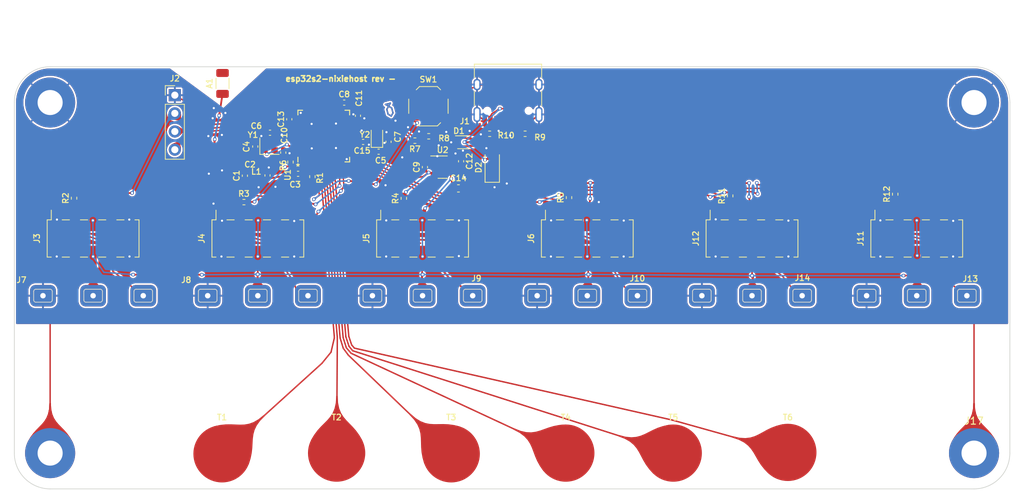
<source format=kicad_pcb>
(kicad_pcb (version 20241229) (generator "pcbnew") (generator_version "9.0")
  (layers (0 "F.Cu" signal) (2 "B.Cu" signal) (13 "F.Paste" user) (15 "B.Paste" user) (5 "F.SilkS" user "F.Silkscreen") (7 "B.SilkS" user "B.Silkscreen") (1 "F.Mask" user) (3 "B.Mask" user) (25 "Edge.Cuts" user))
  (net 0 "")
  (net 1 "Net-(A1-Pad1)")
  (net 3 "GND")
  (net 4 "Net-(C2-Pad1)")
  (net 5 "Net-(C3-Pad2)")
  (net 6 "Net-(C4-Pad2)")
  (net 7 "Net-(C5-Pad2)")
  (net 8 "Net-(C6-Pad2)")
  (net 9 "Net-(C7-Pad2)")
  (net 10 "Net-(C8-Pad1)")
  (net 11 "VDD")
  (net 12 "VBUS")
  (net 13 "D+")
  (net 14 "D-")
  (net 15 "USBBUS")
  (net 16 "Net-(J1-PadA5)")
  (net 18 "Net-(J1-PadB5)")
  (net 20 "TX")
  (net 21 "RX")
  (net 22 "LEDCTL0")
  (net 25 "LEDCTL1")
  (net 28 "LEDCTL2")
  (net 31 "LEDCTL3")
  (net 34 "GPIO0")
  (net 35 "CHIP_PU")
  (net 36 "Net-(R7-Pad2)")
  (net 37 "Net-(R8-Pad1)")
  (net 38 "Net-(T1-Pad1)")
  (net 39 "Net-(T2-Pad1)")
  (net 40 "Net-(T3-Pad1)")
  (net 41 "Net-(T4-Pad1)")
  (net 42 "Net-(T5-Pad1)")
  (net 43 "Net-(T6-Pad1)")
  (net 45 "LEDCTL4")
  (net 46 "LEDCTL5")
  (footprint "Resistor_SMD:R_0402_1005Metric" (layer "F.Cu") (at 142.95 105.05 90)
    (property "Reference" "R11")
    (property "Value" "10k")
  )
  (footprint "nixiehostslot:nixiehostslot" (layer "F.Cu") (at 123 119)
    (property "Reference" "J10")
    (property "Value" "OUTPUTSLOTS3")
    (fp_line (start -8.3 0.6) (end -8.3 -0.6) (stroke (width 0.12)) (layer "Edge.Cuts"))
    (fp_line (start -8 -0.9) (end -6 -0.9) (stroke (width 0.12)) (layer "Edge.Cuts"))
    (fp_line (start -6 0.9) (end -8 0.9) (stroke (width 0.12)) (layer "Edge.Cuts"))
    (fp_line (start -5.7 -0.6) (end -5.7 0.6) (stroke (width 0.12)) (layer "Edge.Cuts"))
    (fp_line (start -1.3 0.6) (end -1.3 -0.6) (stroke (width 0.12)) (layer "Edge.Cuts"))
    (fp_line (start -1 -0.9) (end 1 -0.9) (stroke (width 0.12)) (layer "Edge.Cuts"))
    (fp_line (start 1 0.9) (end -1 0.9) (stroke (width 0.12)) (layer "Edge.Cuts"))
    (fp_line (start 1.3 -0.6) (end 1.3 0.6) (stroke (width 0.12)) (layer "Edge.Cuts"))
    (fp_line (start 5.7 0.6) (end 5.7 -0.6) (stroke (width 0.12)) (layer "Edge.Cuts"))
    (fp_line (start 6 -0.9) (end 8 -0.9) (stroke (width 0.12)) (layer "Edge.Cuts"))
    (fp_line (start 8 0.9) (end 6 0.9) (stroke (width 0.12)) (layer "Edge.Cuts"))
    (fp_line (start 8.3 -0.6) (end 8.3 0.6) (stroke (width 0.12)) (layer "Edge.Cuts"))
    (fp_arc (start -8.3 -0.6) (mid -8.212132 -0.812132) (end -8 -0.9) (stroke (width 0.12)) (layer "Edge.Cuts"))
    (fp_arc (start -8 0.9) (mid -8.212132 0.812132) (end -8.3 0.6) (stroke (width 0.12)) (layer "Edge.Cuts"))
    (fp_arc (start -6 -0.9) (mid -5.787868 -0.812132) (end -5.7 -0.6) (stroke (width 0.12)) (layer "Edge.Cuts"))
    (fp_arc (start -5.7 0.6) (mid -5.787868 0.812132) (end -6 0.9) (stroke (width 0.12)) (layer "Edge.Cuts"))
    (fp_arc (start -1.3 -0.6) (mid -1.212132 -0.812132) (end -1 -0.9) (stroke (width 0.12)) (layer "Edge.Cuts"))
    (fp_arc (start -1 0.9) (mid -1.212132 0.812132) (end -1.3 0.6) (stroke (width 0.12)) (layer "Edge.Cuts"))
    (fp_arc (start 1 -0.9) (mid 1.212132 -0.812132) (end 1.3 -0.6) (stroke (width 0.12)) (layer "Edge.Cuts"))
    (fp_arc (start 1.3 0.6) (mid 1.212132 0.812132) (end 1 0.9) (stroke (width 0.12)) (layer "Edge.Cuts"))
    (fp_arc (start 5.7 -0.6) (mid 5.787868 -0.812132) (end 6 -0.9) (stroke (width 0.12)) (layer "Edge.Cuts"))
    (fp_arc (start 6 0.9) (mid 5.787868 0.812132) (end 5.7 0.6) (stroke (width 0.12)) (layer "Edge.Cuts"))
    (fp_arc (start 8 -0.9) (mid 8.212132 -0.812132) (end 8.3 -0.6) (stroke (width 0.12)) (layer "Edge.Cuts"))
    (fp_arc (start 8.3 0.6) (mid 8.212132 0.812132) (end 8 0.9) (stroke (width 0.12)) (layer "Edge.Cuts"))
  )
  (footprint "nixiehostslot:nixiehostslot" (layer "F.Cu") (at 54 119)
    (property "Reference" "J7")
    (property "Value" "OUTPUTSLOTS0")
    (fp_line (start -8.3 0.6) (end -8.3 -0.6) (stroke (width 0.12)) (layer "Edge.Cuts"))
    (fp_line (start -8 -0.9) (end -6 -0.9) (stroke (width 0.12)) (layer "Edge.Cuts"))
    (fp_line (start -6 0.9) (end -8 0.9) (stroke (width 0.12)) (layer "Edge.Cuts"))
    (fp_line (start -5.7 -0.6) (end -5.7 0.6) (stroke (width 0.12)) (layer "Edge.Cuts"))
    (fp_line (start -1.3 0.6) (end -1.3 -0.6) (stroke (width 0.12)) (layer "Edge.Cuts"))
    (fp_line (start -1 -0.9) (end 1 -0.9) (stroke (width 0.12)) (layer "Edge.Cuts"))
    (fp_line (start 1 0.9) (end -1 0.9) (stroke (width 0.12)) (layer "Edge.Cuts"))
    (fp_line (start 1.3 -0.6) (end 1.3 0.6) (stroke (width 0.12)) (layer "Edge.Cuts"))
    (fp_line (start 5.7 0.6) (end 5.7 -0.6) (stroke (width 0.12)) (layer "Edge.Cuts"))
    (fp_line (start 6 -0.9) (end 8 -0.9) (stroke (width 0.12)) (layer "Edge.Cuts"))
    (fp_line (start 8 0.9) (end 6 0.9) (stroke (width 0.12)) (layer "Edge.Cuts"))
    (fp_line (start 8.3 -0.6) (end 8.3 0.6) (stroke (width 0.12)) (layer "Edge.Cuts"))
    (fp_arc (start -8.3 -0.6) (mid -8.212132 -0.812132) (end -8 -0.9) (stroke (width 0.12)) (layer "Edge.Cuts"))
    (fp_arc (start -8 0.9) (mid -8.212132 0.812132) (end -8.3 0.6) (stroke (width 0.12)) (layer "Edge.Cuts"))
    (fp_arc (start -6 -0.9) (mid -5.787868 -0.812132) (end -5.7 -0.6) (stroke (width 0.12)) (layer "Edge.Cuts"))
    (fp_arc (start -5.7 0.6) (mid -5.787868 0.812132) (end -6 0.9) (stroke (width 0.12)) (layer "Edge.Cuts"))
    (fp_arc (start -1.3 -0.6) (mid -1.212132 -0.812132) (end -1 -0.9) (stroke (width 0.12)) (layer "Edge.Cuts"))
    (fp_arc (start -1 0.9) (mid -1.212132 0.812132) (end -1.3 0.6) (stroke (width 0.12)) (layer "Edge.Cuts"))
    (fp_arc (start 1 -0.9) (mid 1.212132 -0.812132) (end 1.3 -0.6) (stroke (width 0.12)) (layer "Edge.Cuts"))
    (fp_arc (start 1.3 0.6) (mid 1.212132 0.812132) (end 1 0.9) (stroke (width 0.12)) (layer "Edge.Cuts"))
    (fp_arc (start 5.7 -0.6) (mid 5.787868 -0.812132) (end 6 -0.9) (stroke (width 0.12)) (layer "Edge.Cuts"))
    (fp_arc (start 6 0.9) (mid 5.787868 0.812132) (end 5.7 0.6) (stroke (width 0.12)) (layer "Edge.Cuts"))
    (fp_arc (start 8 -0.9) (mid 8.212132 -0.812132) (end 8.3 -0.6) (stroke (width 0.12)) (layer "Edge.Cuts"))
    (fp_arc (start 8.3 0.6) (mid 8.212132 0.812132) (end 8 0.9) (stroke (width 0.12)) (layer "Edge.Cuts"))
  )
  (footprint "Crystal:Crystal_SMD_2016-4Pin_2.0x1.6mm" (layer "F.Cu") (at 78.63 98.1)
    (property "Reference" "Y1")
    (property "Value" "40MHz")
  )
  (footprint "Resistor_SMD:R_0402_1005Metric" (layer "F.Cu") (at 165.99 104.81 90)
    (property "Reference" "R12")
    (property "Value" "10k")
  )
  (footprint "Connector_PinSocket_2.54mm:PinSocket_2x05_P2.54mm_Vertical_SMD" (layer "F.Cu") (at 169 111 90)
    (property "Reference" "J11")
    (property "Value" "OUTPUTPINS5")
  )
  (footprint "Connector_USB:USB_C_Receptacle_HRO_TYPE-C-31-M-12" (layer "F.Cu") (at 111.93 90.54 180)
    (property "Reference" "J1")
    (property "Value" "USB_C_Receptacle_USB2.0")
  )
  (footprint "Resistor_SMD:R_0402_1005Metric" (layer "F.Cu") (at 100.86 96.72)
    (property "Reference" "R8")
    (property "Value" "22")
  )
  (footprint "nixiehostslot:nixiehostslot" (layer "F.Cu") (at 169 119)
    (property "Reference" "J13")
    (property "Value" "OUTPUTSLOTS5")
    (fp_line (start -8.3 0.6) (end -8.3 -0.6) (stroke (width 0.12)) (layer "Edge.Cuts"))
    (fp_line (start -8 -0.9) (end -6 -0.9) (stroke (width 0.12)) (layer "Edge.Cuts"))
    (fp_line (start -6 0.9) (end -8 0.9) (stroke (width 0.12)) (layer "Edge.Cuts"))
    (fp_line (start -5.7 -0.6) (end -5.7 0.6) (stroke (width 0.12)) (layer "Edge.Cuts"))
    (fp_line (start -1.3 0.6) (end -1.3 -0.6) (stroke (width 0.12)) (layer "Edge.Cuts"))
    (fp_line (start -1 -0.9) (end 1 -0.9) (stroke (width 0.12)) (layer "Edge.Cuts"))
    (fp_line (start 1 0.9) (end -1 0.9) (stroke (width 0.12)) (layer "Edge.Cuts"))
    (fp_line (start 1.3 -0.6) (end 1.3 0.6) (stroke (width 0.12)) (layer "Edge.Cuts"))
    (fp_line (start 5.7 0.6) (end 5.7 -0.6) (stroke (width 0.12)) (layer "Edge.Cuts"))
    (fp_line (start 6 -0.9) (end 8 -0.9) (stroke (width 0.12)) (layer "Edge.Cuts"))
    (fp_line (start 8 0.9) (end 6 0.9) (stroke (width 0.12)) (layer "Edge.Cuts"))
    (fp_line (start 8.3 -0.6) (end 8.3 0.6) (stroke (width 0.12)) (layer "Edge.Cuts"))
    (fp_arc (start -8.3 -0.6) (mid -8.212132 -0.812132) (end -8 -0.9) (stroke (width 0.12)) (layer "Edge.Cuts"))
    (fp_arc (start -8 0.9) (mid -8.212132 0.812132) (end -8.3 0.6) (stroke (width 0.12)) (layer "Edge.Cuts"))
    (fp_arc (start -6 -0.9) (mid -5.787868 -0.812132) (end -5.7 -0.6) (stroke (width 0.12)) (layer "Edge.Cuts"))
    (fp_arc (start -5.7 0.6) (mid -5.787868 0.812132) (end -6 0.9) (stroke (width 0.12)) (layer "Edge.Cuts"))
    (fp_arc (start -1.3 -0.6) (mid -1.212132 -0.812132) (end -1 -0.9) (stroke (width 0.12)) (layer "Edge.Cuts"))
    (fp_arc (start -1 0.9) (mid -1.212132 0.812132) (end -1.3 0.6) (stroke (width 0.12)) (layer "Edge.Cuts"))
    (fp_arc (start 1 -0.9) (mid 1.212132 -0.812132) (end 1.3 -0.6) (stroke (width 0.12)) (layer "Edge.Cuts"))
    (fp_arc (start 1.3 0.6) (mid 1.212132 0.812132) (end 1 0.9) (stroke (width 0.12)) (layer "Edge.Cuts"))
    (fp_arc (start 5.7 -0.6) (mid 5.787868 -0.812132) (end 6 -0.9) (stroke (width 0.12)) (layer "Edge.Cuts"))
    (fp_arc (start 6 0.9) (mid 5.787868 0.812132) (end 5.7 0.6) (stroke (width 0.12)) (layer "Edge.Cuts"))
    (fp_arc (start 8 -0.9) (mid 8.212132 -0.812132) (end 8.3 -0.6) (stroke (width 0.12)) (layer "Edge.Cuts"))
    (fp_arc (start 8.3 0.6) (mid 8.212132 0.812132) (end 8 0.9) (stroke (width 0.12)) (layer "Edge.Cuts"))
  )
  (footprint "nixiehostslot:nixiehostslot" (layer "F.Cu") (at 77 119)
    (property "Reference" "J8")
    (property "Value" "OUTPUTSLOTS1")
    (fp_line (start -8.3 0.6) (end -8.3 -0.6) (stroke (width 0.12)) (layer "Edge.Cuts"))
    (fp_line (start -8 -0.9) (end -6 -0.9) (stroke (width 0.12)) (layer "Edge.Cuts"))
    (fp_line (start -6 0.9) (end -8 0.9) (stroke (width 0.12)) (layer "Edge.Cuts"))
    (fp_line (start -5.7 -0.6) (end -5.7 0.6) (stroke (width 0.12)) (layer "Edge.Cuts"))
    (fp_line (start -1.3 0.6) (end -1.3 -0.6) (stroke (width 0.12)) (layer "Edge.Cuts"))
    (fp_line (start -1 -0.9) (end 1 -0.9) (stroke (width 0.12)) (layer "Edge.Cuts"))
    (fp_line (start 1 0.9) (end -1 0.9) (stroke (width 0.12)) (layer "Edge.Cuts"))
    (fp_line (start 1.3 -0.6) (end 1.3 0.6) (stroke (width 0.12)) (layer "Edge.Cuts"))
    (fp_line (start 5.7 0.6) (end 5.7 -0.6) (stroke (width 0.12)) (layer "Edge.Cuts"))
    (fp_line (start 6 -0.9) (end 8 -0.9) (stroke (width 0.12)) (layer "Edge.Cuts"))
    (fp_line (start 8 0.9) (end 6 0.9) (stroke (width 0.12)) (layer "Edge.Cuts"))
    (fp_line (start 8.3 -0.6) (end 8.3 0.6) (stroke (width 0.12)) (layer "Edge.Cuts"))
    (fp_arc (start -8.3 -0.6) (mid -8.212132 -0.812132) (end -8 -0.9) (stroke (width 0.12)) (layer "Edge.Cuts"))
    (fp_arc (start -8 0.9) (mid -8.212132 0.812132) (end -8.3 0.6) (stroke (width 0.12)) (layer "Edge.Cuts"))
    (fp_arc (start -6 -0.9) (mid -5.787868 -0.812132) (end -5.7 -0.6) (stroke (width 0.12)) (layer "Edge.Cuts"))
    (fp_arc (start -5.7 0.6) (mid -5.787868 0.812132) (end -6 0.9) (stroke (width 0.12)) (layer "Edge.Cuts"))
    (fp_arc (start -1.3 -0.6) (mid -1.212132 -0.812132) (end -1 -0.9) (stroke (width 0.12)) (layer "Edge.Cuts"))
    (fp_arc (start -1 0.9) (mid -1.212132 0.812132) (end -1.3 0.6) (stroke (width 0.12)) (layer "Edge.Cuts"))
    (fp_arc (start 1 -0.9) (mid 1.212132 -0.812132) (end 1.3 -0.6) (stroke (width 0.12)) (layer "Edge.Cuts"))
    (fp_arc (start 1.3 0.6) (mid 1.212132 0.812132) (end 1 0.9) (stroke (width 0.12)) (layer "Edge.Cuts"))
    (fp_arc (start 5.7 -0.6) (mid 5.787868 -0.812132) (end 6 -0.9) (stroke (width 0.12)) (layer "Edge.Cuts"))
    (fp_arc (start 6 0.9) (mid 5.787868 0.812132) (end 5.7 0.6) (stroke (width 0.12)) (layer "Edge.Cuts"))
    (fp_arc (start 8 -0.9) (mid 8.212132 -0.812132) (end 8.3 -0.6) (stroke (width 0.12)) (layer "Edge.Cuts"))
    (fp_arc (start 8.3 0.6) (mid 8.212132 0.812132) (end 8 0.9) (stroke (width 0.12)) (layer "Edge.Cuts"))
  )
  (footprint "TouchPadTest:TouchExposed6" (layer "F.Cu") (at 104 141)
    (property "Reference" "T3")
    (property "Value" "TOUCH")
  )
  (footprint "Diode_SMD:D_SOD-123F" (layer "F.Cu") (at 109.73 100.945 90)
    (property "Reference" "D2")
    (property "Value" "SCH")
  )
  (footprint "localparts:ESP32S2" (layer "F.Cu") (at 86.2075 96.69 90)
    (property "Reference" "U1")
    (property "Value" "ESP32-S2")
  )
  (footprint "Capacitor_SMD:C_0402_1005Metric" (layer "F.Cu") (at 95.25 97.49 90)
    (property "Reference" "C7")
    (property "Value" "10p")
  )
  (footprint "Capacitor_SMD:C_0402_1005Metric" (layer "F.Cu") (at 75.19 102.23 90)
    (property "Reference" "C1")
    (property "Value" "NP")
  )
  (footprint "Resistor_SMD:R_0402_1005Metric" (layer "F.Cu") (at 109.37 96.37 180)
    (property "Reference" "R10")
    (property "Value" "5.1k")
  )
  (footprint "TouchPadTest:TouchExposed6" (layer "F.Cu") (at 88 140.9)
    (property "Reference" "T2")
    (property "Value" "TOUCH")
  )
  (footprint "Resistor_SMD:R_0402_1005Metric" (layer "F.Cu") (at 75.06 105.92)
    (property "Reference" "R3")
    (property "Value" "10k")
  )
  (footprint "Capacitor_SMD:C_0402_1005Metric" (layer "F.Cu") (at 93.87 98.87)
    (property "Reference" "C5")
    (property "Value" "10p")
  )
  (footprint "Package_TO_SOT_SMD:SOT-23" (layer "F.Cu") (at 102.81 101.03)
    (property "Reference" "U2")
    (property "Value" "ME6206A36M3G")
  )
  (footprint "Connector_PinSocket_2.54mm:PinSocket_2x05_P2.54mm_Vertical_SMD" (layer "F.Cu") (at 146 111 90)
    (property "Reference" "J12")
    (property "Value" "OUTPUTPINS4")
  )
  (footprint "Capacitor_SMD:C_0402_1005Metric" (layer "F.Cu") (at 78.7 96.22)
    (property "Reference" "C6")
    (property "Value" "10p")
  )
  (footprint "nixiehostslot:nixiehostslot" (layer "F.Cu") (at 100 119)
    (property "Reference" "J9")
    (property "Value" "OUTPUTSLOTS2")
    (fp_line (start -8.3 0.6) (end -8.3 -0.6) (stroke (width 0.12)) (layer "Edge.Cuts"))
    (fp_line (start -8 -0.9) (end -6 -0.9) (stroke (width 0.12)) (layer "Edge.Cuts"))
    (fp_line (start -6 0.9) (end -8 0.9) (stroke (width 0.12)) (layer "Edge.Cuts"))
    (fp_line (start -5.7 -0.6) (end -5.7 0.6) (stroke (width 0.12)) (layer "Edge.Cuts"))
    (fp_line (start -1.3 0.6) (end -1.3 -0.6) (stroke (width 0.12)) (layer "Edge.Cuts"))
    (fp_line (start -1 -0.9) (end 1 -0.9) (stroke (width 0.12)) (layer "Edge.Cuts"))
    (fp_line (start 1 0.9) (end -1 0.9) (stroke (width 0.12)) (layer "Edge.Cuts"))
    (fp_line (start 1.3 -0.6) (end 1.3 0.6) (stroke (width 0.12)) (layer "Edge.Cuts"))
    (fp_line (start 5.7 0.6) (end 5.7 -0.6) (stroke (width 0.12)) (layer "Edge.Cuts"))
    (fp_line (start 6 -0.9) (end 8 -0.9) (stroke (width 0.12)) (layer "Edge.Cuts"))
    (fp_line (start 8 0.9) (end 6 0.9) (stroke (width 0.12)) (layer "Edge.Cuts"))
    (fp_line (start 8.3 -0.6) (end 8.3 0.6) (stroke (width 0.12)) (layer "Edge.Cuts"))
    (fp_arc (start -8.3 -0.6) (mid -8.212132 -0.812132) (end -8 -0.9) (stroke (width 0.12)) (layer "Edge.Cuts"))
    (fp_arc (start -8 0.9) (mid -8.212132 0.812132) (end -8.3 0.6) (stroke (width 0.12)) (layer "Edge.Cuts"))
    (fp_arc (start -6 -0.9) (mid -5.787868 -0.812132) (end -5.7 -0.6) (stroke (width 0.12)) (layer "Edge.Cuts"))
    (fp_arc (start -5.7 0.6) (mid -5.787868 0.812132) (end -6 0.9) (stroke (width 0.12)) (layer "Edge.Cuts"))
    (fp_arc (start -1.3 -0.6) (mid -1.212132 -0.812132) (end -1 -0.9) (stroke (width 0.12)) (layer "Edge.Cuts"))
    (fp_arc (start -1 0.9) (mid -1.212132 0.812132) (end -1.3 0.6) (stroke (width 0.12)) (layer "Edge.Cuts"))
    (fp_arc (start 1 -0.9) (mid 1.212132 -0.812132) (end 1.3 -0.6) (stroke (width 0.12)) (layer "Edge.Cuts"))
    (fp_arc (start 1.3 0.6) (mid 1.212132 0.812132) (end 1 0.9) (stroke (width 0.12)) (layer "Edge.Cuts"))
    (fp_arc (start 5.7 -0.6) (mid 5.787868 -0.812132) (end 6 -0.9) (stroke (width 0.12)) (layer "Edge.Cuts"))
    (fp_arc (start 6 0.9) (mid 5.787868 0.812132) (end 5.7 0.6) (stroke (width 0.12)) (layer "Edge.Cuts"))
    (fp_arc (start 8 -0.9) (mid 8.212132 -0.812132) (end 8.3 -0.6) (stroke (width 0.12)) (layer "Edge.Cuts"))
    (fp_arc (start 8.3 0.6) (mid 8.212132 0.812132) (end 8 0.9) (stroke (width 0.12)) (layer "Edge.Cuts"))
  )
  (footprint "Button_Switch_SMD:SW_SPST_TL3342" (layer "F.Cu") (at 100.82 92.52)
    (property "Reference" "SW1")
    (property "Value" "TS-1187A-B-A-B")
  )
  (footprint "Capacitor_SMD:C_0402_1005Metric" (layer "F.Cu") (at 91.7 97.51)
    (property "Reference" "C15")
    (property "Value" "0.1u16v")
  )
  (footprint "Resistor_SMD:R_0402_1005Metric" (layer "F.Cu") (at 97.39 105.39 90)
    (property "Reference" "R4")
    (property "Value" "10k")
  )
  (footprint "nixiehostslot:nixiehostslot" (layer "F.Cu") (at 146 119)
    (property "Reference" "J14")
    (property "Value" "OUTPUTSLOTS4")
    (fp_line (start -8.3 0.6) (end -8.3 -0.6) (stroke (width 0.12)) (layer "Edge.Cuts"))
    (fp_line (start -8 -0.9) (end -6 -0.9) (stroke (width 0.12)) (layer "Edge.Cuts"))
    (fp_line (start -6 0.9) (end -8 0.9) (stroke (width 0.12)) (layer "Edge.Cuts"))
    (fp_line (start -5.7 -0.6) (end -5.7 0.6) (stroke (width 0.12)) (layer "Edge.Cuts"))
    (fp_line (start -1.3 0.6) (end -1.3 -0.6) (stroke (width 0.12)) (layer "Edge.Cuts"))
    (fp_line (start -1 -0.9) (end 1 -0.9) (stroke (width 0.12)) (layer "Edge.Cuts"))
    (fp_line (start 1 0.9) (end -1 0.9) (stroke (width 0.12)) (layer "Edge.Cuts"))
    (fp_line (start 1.3 -0.6) (end 1.3 0.6) (stroke (width 0.12)) (layer "Edge.Cuts"))
    (fp_line (start 5.7 0.6) (end 5.7 -0.6) (stroke (width 0.12)) (layer "Edge.Cuts"))
    (fp_line (start 6 -0.9) (end 8 -0.9) (stroke (width 0.12)) (layer "Edge.Cuts"))
    (fp_line (start 8 0.9) (end 6 0.9) (stroke (width 0.12)) (layer "Edge.Cuts"))
    (fp_line (start 8.3 -0.6) (end 8.3 0.6) (stroke (width 0.12)) (layer "Edge.Cuts"))
    (fp_arc (start -8.3 -0.6) (mid -8.212132 -0.812132) (end -8 -0.9) (stroke (width 0.12)) (layer "Edge.Cuts"))
    (fp_arc (start -8 0.9) (mid -8.212132 0.812132) (end -8.3 0.6) (stroke (width 0.12)) (layer "Edge.Cuts"))
    (fp_arc (start -6 -0.9) (mid -5.787868 -0.812132) (end -5.7 -0.6) (stroke (width 0.12)) (layer "Edge.Cuts"))
    (fp_arc (start -5.7 0.6) (mid -5.787868 0.812132) (end -6 0.9) (stroke (width 0.12)) (layer "Edge.Cuts"))
    (fp_arc (start -1.3 -0.6) (mid -1.212132 -0.812132) (end -1 -0.9) (stroke (width 0.12)) (layer "Edge.Cuts"))
    (fp_arc (start -1 0.9) (mid -1.212132 0.812132) (end -1.3 0.6) (stroke (width 0.12)) (layer "Edge.Cuts"))
    (fp_arc (start 1 -0.9) (mid 1.212132 -0.812132) (end 1.3 -0.6) (stroke (width 0.12)) (layer "Edge.Cuts"))
    (fp_arc (start 1.3 0.6) (mid 1.212132 0.812132) (end 1 0.9) (stroke (width 0.12)) (layer "Edge.Cuts"))
    (fp_arc (start 5.7 -0.6) (mid 5.787868 -0.812132) (end 6 -0.9) (stroke (width 0.12)) (layer "Edge.Cuts"))
    (fp_arc (start 6 0.9) (mid 5.787868 0.812132) (end 5.7 0.6) (stroke (width 0.12)) (layer "Edge.Cuts"))
    (fp_arc (start 8 -0.9) (mid 8.212132 -0.812132) (end 8.3 -0.6) (stroke (width 0.12)) (layer "Edge.Cuts"))
    (fp_arc (start 8.3 0.6) (mid 8.212132 0.812132) (end 8 0.9) (stroke (width 0.12)) (layer "Edge.Cuts"))
  )
  (footprint "Capacitor_SMD:C_0402_1005Metric" (layer "F.Cu") (at 80.55 99 -90)
    (property "Reference" "C10")
    (property "Value" "0.1u16v")
  )
  (footprint "Crystal:Crystal_SMD_2012-2Pin_2.0x1.2mm" (layer "F.Cu") (at 93.63 97.07 90)
    (property "Reference" "Y2")
    (property "Value" "32.786k")
  )
  (footprint "Resistor_SMD:R_0402_1005Metric" (layer "F.Cu") (at 51.34 105.37 90)
    (property "Reference" "R2")
    (property "Value" "10k")
  )
  (footprint "Resistor_SMD:R_1206_3216Metric" (layer "F.Cu") (at 72.07 89.33 90)
    (property "Reference" "A1")
    (property "Value" "ANT")
  )
  (footprint "Capacitor_SMD:C_0402_1005Metric" (layer "F.Cu") (at 100.33 101.03 90)
    (property "Reference" "C9")
    (property "Value" "10u")
  )
  (footprint "Connector_PinSocket_2.54mm:PinSocket_2x05_P2.54mm_Vertical_SMD" (layer "F.Cu") (at 100 111 90)
    (property "Reference" "J5")
    (property "Value" "OUTPUTPINS2")
  )
  (footprint "TouchPadTest:TouchExposed6" (layer "F.Cu") (at 151 140.8)
    (property "Reference" "T6")
    (property "Value" "TOUCH")
  )
  (footprint "Resistor_SMD:R_0402_1005Metric" (layer "F.Cu") (at 98.93 97.33 180)
    (property "Reference" "R7")
    (property "Value" "22")
  )
  (footprint "Resistor_SMD:R_0402_1005Metric" (layer "F.Cu") (at 84.62 102.36 -90)
    (property "Reference" "R1")
    (property "Value" "5.1k")
  )
  (footprint "Connector_PinHeader_2.54mm:PinHeader_1x04_P2.54mm_Vertical" (layer "F.Cu") (at 65.41 90.97)
    (property "Reference" "J2")
    (property "Value" "PGM")
  )
  (footprint "TouchPadTest:TouchExposed6" (layer "F.Cu") (at 120 140.9)
    (property "Reference" "T4")
    (property "Value" "TOUCH")
  )
  (footprint "Resistor_SMD:R_0402_1005Metric" (layer "F.Cu") (at 81.56 100.32 -90)
    (property "Reference" "R6")
    (property "Value" "5.1k")
  )
  (footprint "Capacitor_SMD:C_0402_1005Metric" (layer "F.Cu") (at 82.62 101.96)
    (property "Reference" "C3")
    (property "Value" "10p")
  )
  (footprint "Capacitor_SMD:C_0402_1005Metric" (layer "F.Cu") (at 78.35 102.19 90)
    (property "Reference" "C2")
    (property "Value" "NP")
  )
  (footprint "MountingHole:MountingHole_3.5mm_Pad" (layer "F.Cu") (at 48 92)
    (property "Reference" "J15" (hide yes))
    (property "Value" "~")
  )
  (footprint "Resistor_SMD:R_0402_1005Metric" (layer "F.Cu") (at 120.45 105.29 90)
    (property "Reference" "R5")
    (property "Value" "10k")
  )
  (footprint "TouchPadTest:TouchExposed6" (layer "F.Cu") (at 72 141)
    (property "Reference" "T1")
    (property "Value" "TOUCH")
  )
  (footprint "MountingHole:MountingHole_3.5mm_Pad" (layer "F.Cu") (at 177 92)
    (property "Reference" "J16" (hide yes))
    (property "Value" "~")
  )
  (footprint "Capacitor_SMD:C_0402_1005Metric" (layer "F.Cu") (at 76.64 98.15 -90)
    (property "Reference" "C4")
    (property "Value" "10p")
  )
  (footprint "Resistor_SMD:R_0402_1005Metric" (layer "F.Cu") (at 114.32 96.37)
    (property "Reference" "R9")
    (property "Value" "5.1k")
  )
  (footprint "Capacitor_SMD:C_0402_1005Metric" (layer "F.Cu") (at 89.06 92.01)
    (property "Reference" "C8")
    (property "Value" "1u")
  )
  (footprint "MountingHole:MountingHole_3.5mm_Pad" (layer "F.Cu") (at 48 141)
    (property "Reference" "J18" (hide yes))
    (property "Value" "~")
  )
  (footprint "Package_TO_SOT_SMD:SOT-666" (layer "F.Cu") (at 105.69 97.55)
    (property "Reference" "D1")
    (property "Value" "USBLC6-2P6-TVS")
  )
  (footprint "Inductor_SMD:L_0402_1005Metric" (layer "F.Cu") (at 76.78 102.83)
    (property "Reference" "L1")
    (property "Value" "6.8nH")
  )
  (footprint "Connector_PinSocket_2.54mm:PinSocket_2x05_P2.54mm_Vertical_SMD" (layer "F.Cu") (at 123 111 90)
    (property "Reference" "J6")
    (property "Value" "OUTPUTPINS3")
  )
  (footprint "Capacitor_SMD:C_0402_1005Metric" (layer "F.Cu") (at 81.39 94.34 90)
    (property "Reference" "C13")
    (property "Value" "0.1u16v")
  )
  (footprint "Capacitor_SMD:C_0603_1608Metric" (layer "F.Cu") (at 105.01 104)
    (property "Reference" "C14")
    (property "Value" "10u")
  )
  (footprint "MountingHole:MountingHole_3.5mm_Pad" (layer "F.Cu") (at 177 141)
    (property "Reference" "J17")
    (property "Value" "~")
  )
  (footprint "Capacitor_SMD:C_0402_1005Metric" (layer "F.Cu") (at 90.98 93.85 90)
    (property "Reference" "C11")
    (property "Value" "0.1u16v")
  )
  (footprint "Capacitor_SMD:C_0402_1005Metric" (layer "F.Cu") (at 105.38 100.21 -90)
    (property "Reference" "C12")
    (property "Value" "1u")
  )
  (footprint "TouchPadTest:TouchExposed6" (layer "F.Cu") (at 135 140.9)
    (property "Reference" "T5")
    (property "Value" "TOUCH")
  )
  (footprint "Connector_PinSocket_2.54mm:PinSocket_2x05_P2.54mm_Vertical_SMD" (layer "F.Cu") (at 77 111 90)
    (property "Reference" "J4")
    (property "Value" "OUTPUTPINS1")
  )
  (footprint "Connector_PinSocket_2.54mm:PinSocket_2x05_P2.54mm_Vertical_SMD" (layer "F.Cu") (at 54 111 90)
    (property "Reference" "J3")
    (property "Value" "OUTPUTPINS0")
  )
  (gr_arc (start 177 87) (mid 180.535534 88.464466) (end 182 92) (stroke (width 0.1)) (layer "Edge.Cuts"))
  (gr_arc (start 43 92) (mid 44.464466 88.464466) (end 48 87) (stroke (width 0.1)) (layer "Edge.Cuts"))
  (gr_arc (start 182 141) (mid 180.535534 144.535534) (end 177 146) (stroke (width 0.1)) (layer "Edge.Cuts"))
  (gr_line (start 48 87) (end 177 87) (stroke (width 0.1)) (layer "Edge.Cuts"))
  (gr_line (start 43 141) (end 43 92) (stroke (width 0.1)) (layer "Edge.Cuts"))
  (gr_line (start 177 146) (end 48 146) (stroke (width 0.1)) (layer "Edge.Cuts"))
  (gr_line (start 182 92) (end 182 141) (stroke (width 0.1)) (layer "Edge.Cuts"))
  (gr_arc (start 48 146) (mid 44.464466 144.535534) (end 43 141) (stroke (width 0.1)) (layer "Edge.Cuts"))
  (gr_text "*" (at 82.6 100.98 0) (layer "F.SilkS") (effects (font (size 0.8 0.8))))
  (gr_text "esp32s2-nixiehost rev -" (at 88.57 88.68 0) (layer "F.SilkS") (effects (font (size 0.8 0.8) (thickness 0.2))))
  (segment (start 94.823975 92.27) (end 95.69 92.77) (width 0.2) (layer "F.Cu") (net 0))
  (segment (start 95.623013 93.886025) (end 95.19 93.636025) (width 0.2) (layer "F.Cu") (net 0))
  (segment (start 95.006987 92.953013) (end 95.506987 92.086987) (width 0.2) (layer "F.Cu") (net 0))
  (segment (start 95.69 92.77) (end 95.873013 93.453013) (width 0.2) (layer "F.Cu") (net 0))
  (segment (start 95.506987 92.086987) (end 94.823975 92.27) (width 0.2) (layer "F.Cu") (net 0))
  (segment (start 95.873013 93.453013) (end 95.623013 93.886025) (width 0.2) (layer "F.Cu") (net 0))
  (segment (start 95.19 93.636025) (end 95.006987 92.953013) (width 0.2) (layer "F.Cu") (net 0))
  (segment (start 95.873013 93.453013) (end 95.623013 93.886025) (width 0.2) (layer "B.Cu") (net 0))
  (segment (start 95.623013 93.886025) (end 95.19 93.636025) (width 0.2) (layer "B.Cu") (net 0))
  (segment (start 95.69 92.77) (end 95.873013 93.453013) (width 0.2) (layer "B.Cu") (net 0))
  (segment (start 95.19 93.636025) (end 95.006987 92.953013) (width 0.2) (layer "B.Cu") (net 0))
  (segment (start 95.006987 92.953013) (end 95.506987 92.086987) (width 0.2) (layer "B.Cu") (net 0))
  (segment (start 94.823975 92.27) (end 95.69 92.77) (width 0.2) (layer "B.Cu") (net 0))
  (segment (start 95.506987 92.086987) (end 94.823975 92.27) (width 0.2) (layer "B.Cu") (net 0))
  (segment (start 75.19 102.71) (end 72.51 102.6) (width 0.25) (layer "F.Cu") (net 1))
  (segment (start 76.295 102.83) (end 75.19 102.71) (width 0.25) (layer "F.Cu") (net 1))
  (segment (start 71.61 93.82) (end 72.07 90.7925) (width 0.25) (layer "F.Cu") (net 1))
  (segment (start 70.66 101.11) (end 70.98 97.14) (width 0.25) (layer "F.Cu") (net 1))
  (segment (start 71.24 102.27) (end 70.66 101.11) (width 0.25) (layer "F.Cu") (net 1))
  (segment (start 72.51 102.6) (end 71.24 102.27) (width 0.25) (layer "F.Cu") (net 1))
  (via (at 70.98 97.14) (size 0.5) (drill 0.3) (layers "F.Cu" "B.Cu") (net 1))
  (via (at 71.61 93.82) (size 0.5) (drill 0.3) (layers "F.Cu" "B.Cu") (net 1))
  (segment (start 70.98 97.14) (end 71.61 93.82) (width 0.25) (layer "B.Cu") (net 1))
  (segment (start 48.92 108.48) (end 48.95 108.36) (width 0.2) (layer "F.Cu") (net 3))
  (segment (start 70.695656 94.194344) (end 71 94.38) (width 0.2) (layer "F.Cu") (net 3))
  (segment (start 174.08 108.48) (end 174.09 108.54) (width 0.2) (layer "F.Cu") (net 3))
  (segment (start 78.22 96.22) (end 78.100062 96.770062) (width 0.2) (layer "F.Cu") (net 3))
  (segment (start 102.06 99.5) (end 101.8725 100.08) (width 0.2) (layer "F.Cu") (net 3))
  (segment (start 105.08 113.52) (end 105.07 113.46) (width 0.2) (layer "F.Cu") (net 3))
  (segment (start 80.55 99.48) (end 78.35 101.71) (width 0.2) (layer "F.Cu") (net 3))
  (segment (start 90.13 94.07) (end 89.645 94.09) (width 0.2) (layer "F.Cu") (net 3))
  (segment (start 104 97.56) (end 104.765 97.55) (width 0.2) (layer "F.Cu") (net 3))
  (segment (start 79.46 93.64) (end 81.39 93.86) (width 0.2) (layer "F.Cu") (net 3))
  (segment (start 116.25 93.67) (end 116.25 89.49) (width 0.2) (layer "F.Cu") (net 3))
  (segment (start 140.92 113.52) (end 140.92 108.48) (width 0.2) (layer "F.Cu") (net 3))
  (segment (start 114.83 96.37) (end 115.19 95.45) (width 0.2) (layer "F.Cu") (net 3))
  (segment (start 78.62 98.07) (end 78.78 98.3) (width 0.2) (layer "F.Cu") (net 3))
  (segment (start 128.08 108.48) (end 128.09 108.5) (width 0.2) (layer "F.Cu") (net 3))
  (segment (start 107.61 93.67) (end 107.61 89.49) (width 0.2) (layer "F.Cu") (net 3))
  (segment (start 92.18 97.51) (end 92.51 97.89) (width 0.2) (layer "F.Cu") (net 3))
  (segment (start 94.92 108.48) (end 94.83 103.56) (width 0.2) (layer "F.Cu") (net 3))
  (segment (start 84.53 98.41) (end 88.31 94.24) (width 0.2) (layer "F.Cu") (net 3))
  (segment (start 94.73 99.54) (end 95.08 99.08) (width 0.2) (layer "F.Cu") (net 3))
  (segment (start 78.35 101.71) (end 78.53 101.08) (width 0.2) (layer "F.Cu") (net 3))
  (segment (start 93.72 99.5) (end 94.09 99.6) (width 0.2) (layer "F.Cu") (net 3))
  (segment (start 78.100062 96.770062) (end 77.93 97.55) (width 0.2) (layer "F.Cu") (net 3))
  (segment (start 82.77 94.49) (end 82.17 94.47) (width 0.2) (layer "F.Cu") (net 3))
  (segment (start 48 141) (end 48 122) (width 0.2) (layer "F.Cu") (net 3))
  (segment (start 95.25 97.97) (end 95.08 99.08) (width 0.2) (layer "F.Cu") (net 3))
  (segment (start 92.51 97.89) (end 92.97 98.49) (width 0.2) (layer "F.Cu") (net 3))
  (segment (start 82.77 98.89) (end 81.87 98.89) (width 0.2) (layer "F.Cu") (net 3))
  (segment (start 108.86 96.37) (end 108.68 94.585) (width 0.2) (layer "F.Cu") (net 3))
  (segment (start 81.83 94.26) (end 81.39 93.86) (width 0.2) (layer "F.Cu") (net 3))
  (segment (start 88.31 94.24) (end 88.6 94.1) (width 0.2) (layer "F.Cu") (net 3))
  (segment (start 89.01 94.08) (end 89.645 94.09) (width 0.2) (layer "F.Cu") (net 3))
  (segment (start 81.427696 99.087696) (end 80.55 99.48) (width 0.2) (layer "F.Cu") (net 3))
  (segment (start 93.39 98.87) (end 93.72 99.5) (width 0.2) (layer "F.Cu") (net 3))
  (segment (start 90.93 93.55) (end 90.13 94.07) (width 0.2) (layer "F.Cu") (net 3))
  (segment (start 78.35 101.71) (end 75.19 101.75) (width 0.2) (layer "F.Cu") (net 3))
  (segment (start 88.6 94.1) (end 89.01 94.08) (width 0.2) (layer "F.Cu") (net 3))
  (segment (start 72 108.52) (end 71.92 108.48) (width 0.2) (layer "F.Cu") (net 3))
  (segment (start 115.19 95.45) (end 115.18 94.585) (width 0.2) (layer "F.Cu") (net 3))
  (segment (start 140.92 108.48) (end 140.93 108.33) (width 0.2) (layer "F.Cu") (net 3))
  (segment (start 108.45 89.49) (end 104.81 90.62) (width 0.2) (layer "F.Cu") (net 3))
  (segment (start 82.77 94.49) (end 83.9 94.48) (width 0.2) (layer "F.Cu") (net 3))
  (segment (start 81.87 98.89) (end 81.427696 99.087696) (width 0.2) (layer "F.Cu") (net 3))
  (segment (start 92.97 98.49) (end 93.39 98.87) (width 0.2) (layer "F.Cu") (net 3))
  (segment (start 83.9 94.48) (end 84.51 94.99) (width 0.2) (layer "F.Cu") (net 3))
  (segment (start 116.25 89.49) (end 107.61 89.49) (width 0.2) (layer "F.Cu") (net 3))
  (segment (start 105.785 104) (end 105.86 102.43) (width 0.2) (layer "F.Cu") (net 3))
  (segment (start 151.08 108.48) (end 151.08 108.51) (width 0.2) (layer "F.Cu") (net 3))
  (segment (start 100.33 100.55) (end 101.8725 100.08) (width 0.2) (layer "F.Cu") (net 3))
  (segment (start 77.93 97.55) (end 78.62 98.07) (width 0.2) (layer "F.Cu") (net 3))
  (segment (start 115.18 94.585) (end 116.25 93.67) (width 0.2) (layer "F.Cu") (net 3))
  (segment (start 103.97 90.62) (end 97.67 90.62) (width 0.2) (layer "F.Cu") (net 3))
  (segment (start 77.49 96.68) (end 78.100062 96.770062) (width 0.2) (layer "F.Cu") (net 3))
  (segment (start 65.41 90.97) (end 70.695656 94.194344) (width 0.2) (layer "F.Cu") (net 3))
  (segment (start 174.08 108.48) (end 174.08 113.52) (width 0.2) (layer "F.Cu") (net 3))
  (segment (start 117.92 108.48) (end 117.95 108.48) (width 0.2) (layer "F.Cu") (net 3))
  (segment (start 71.92 108.48) (end 71.92 113.52) (width 0.25) (layer "F.Cu") (net 3))
  (segment (start 79.33 98.65) (end 80.55 99.48) (width 0.2) (layer "F.Cu") (net 3))
  (segment (start 59.08 108.48) (end 59.05 108.36) (width 0.2) (layer "F.Cu") (net 3))
  (segment (start 95.08 99.08) (end 97.165938 99.664062) (width 0.2) (layer "F.Cu") (net 3))
  (segment (start 94.09 99.6) (end 94.73 99.54) (width 0.2) (layer "F.Cu") (net 3))
  (segment (start 75.19 101.75) (end 72 101.49) (width 0.2) (layer "F.Cu") (net 3))
  (segment (start 82.08 108.48) (end 82.08 108.56) (width 0.2) (layer "F.Cu") (net 3))
  (segment (start 151.08 108.51) (end 151.08 113.52) (width 0.2) (layer "F.Cu") (net 3))
  (segment (start 94.92 108.48) (end 94.93 108.48) (width 0.2) (layer "F.Cu") (net 3))
  (segment (start 86.2075 96.69) (end 87.91 94.94) (width 0.2) (layer "F.Cu") (net 3))
  (segment (start 90.34 93.65) (end 90.98 93.37) (width 0.2) (layer "F.Cu") (net 3))
  (segment (start 71 94.38) (end 71.47 94.47) (width 0.2) (layer "F.Cu") (net 3))
  (segment (start 82.17 94.47) (end 81.83 94.26) (width 0.2) (layer "F.Cu") (net 3))
  (segment (start 108.68 94.585) (end 107.61 93.67) (width 0.2) (layer "F.Cu") (net 3))
  (segment (start 97.165938 99.664062) (end 100.33 100.55) (width 0.2) (layer "F.Cu") (net 3))
  (segment (start 71.47 94.47) (end 79.46 93.64) (width 0.2) (layer "F.Cu") (net 3))
  (segment (start 89.54 92.01) (end 89.645 94.09) (width 0.2) (layer "F.Cu") (net 3))
  (segment (start 105.38 99.73) (end 104.596969 99.123031) (width 0.2) (layer "F.Cu") (net 3))
  (segment (start 177 141) (end 177 122) (width 0.2) (layer "F.Cu") (net 3))
  (segment (start 78.78 98.3) (end 79.33 98.65) (width 0.2) (layer "F.Cu") (net 3))
  (segment (start 77.93 97.55) (end 76.64 97.67) (width 0.2) (layer "F.Cu") (net 3))
  (via (at 99.51 96.05) (size 0.5) (drill 0.3) (layers "F.Cu" "B.Cu") (net 3))
  (via (at 48.95 108.36) (size 0.5) (drill 0.3) (layers "F.Cu" "B.Cu") (net 3))
  (via (at 97.165938 99.664062) (size 0.5) (drill 0.3) (layers "F.Cu" "B.Cu") (net 3))
  (via (at 82.08 113.52) (size 0.5) (drill 0.3) (layers "F.Cu" "B.Cu") (net 3))
  (via (at 71.98 96.53) (size 0.5) (drill 0.3) (layers "F.Cu" "B.Cu") (net 3))
  (via (at 91.87 94.21) (size 0.5) (drill 0.3) (layers "F.Cu" "B.Cu") (net 3))
  (via (at 87.91 98.36) (size 0.5) (drill 0.3) (layers "F.Cu" "B.Cu") (net 3))
  (via (at 94.96 96.14) (size 0.5) (drill 0.3) (layers "F.Cu" "B.Cu") (net 3))
  (via (at 117.95 108.48) (size 0.5) (drill 0.3) (layers "F.Cu" "B.Cu") (net 3))
  (via (at 78.53 101.08) (size 0.5) (drill 0.3) (layers "F.Cu" "B.Cu") (net 3))
  (via (at 104.596969 99.123031) (size 0.5) (drill 0.3) (layers "F.Cu" "B.Cu") (net 3))
  (via (at 124.61 105.91) (size 0.5) (drill 0.3) (layers "F.Cu" "B.Cu") (net 3))
  (via (at 72 101.49) (size 0.5) (drill 0.3) (layers "F.Cu" "B.Cu") (net 3))
  (via (at 97.97 95.45) (size 0.5) (drill 0.3) (layers "F.Cu" "B.Cu") (net 3))
  (via (at 104 97.56) (size 0.5) (drill 0.3) (layers "F.Cu" "B.Cu") (net 3))
  (via (at 117.92 113.52) (size 0.5) (drill 0.3) (layers "F.Cu" "B.Cu") (net 3))
  (via (at 96.22 94.54) (size 0.5) (drill 0.3) (layers "F.Cu" "B.Cu") (net 3))
  (via (at 77.49 96.68) (size 0.5) (drill 0.3) (layers "F.Cu" "B.Cu") (net 3))
  (via (at 106.57 95.97) (size 0.5) (drill 0.3) (layers "F.Cu" "B.Cu") (net 3))
  (via (at 89.41 99.91) (size 0.5) (drill 0.3) (layers "F.Cu" "B.Cu") (net 3))
  (via (at 94.93 108.48) (size 0.5) (drill 0.3) (layers "F.Cu" "B.Cu") (net 3))
  (via (at 102.25 97.99) (size 0.5) (drill 0.3) (layers "F.Cu" "B.Cu") (net 3))
  (via (at 80.34 96.48) (size 0.5) (drill 0.3) (layers "F.Cu" "B.Cu") (net 3))
  (via (at 151.08 108.51) (size 0.5) (drill 0.3) (layers "F.Cu" "B.Cu") (net 3))
  (via (at 59.08 113.52) (size 0.5) (drill 0.3) (layers "F.Cu" "B.Cu") (net 3))
  (via (at 102.06 99.5) (size 0.5) (drill 0.3) (layers "F.Cu" "B.Cu") (net 3))
  (via (at 140.93 108.33) (size 0.5) (drill 0.3) (layers "F.Cu" "B.Cu") (net 3))
  (via (at 79.46 103.78) (size 0.5) (drill 0.3) (layers "F.Cu" "B.Cu") (net 3))
  (via (at 87.91 94.94) (size 0.5) (drill 0.3) (layers "F.Cu" "B.Cu") (net 3))
  (via (at 70.16 101.95) (size 0.5) (drill 0.3) (layers "F.Cu" "B.Cu") (net 3))
  (via (at 70.09 96.69) (size 0.5) (drill 0.3) (layers "F.Cu" "B.Cu") (net 3))
  (via (at 128.08 113.52) (size 0.5) (drill 0.3) (layers "F.Cu" "B.Cu") (net 3))
  (via (at 84.51 94.99) (size 0.5) (drill 0.3) (layers "F.Cu" "B.Cu") (net 3))
  (via (at 94.68 97.64) (size 0.5) (drill 0.3) (layers "F.Cu" "B.Cu") (net 3))
  (via (at 70.85 92.78) (size 0.5) (drill 0.3) (layers "F.Cu" "B.Cu") (net 3))
  (via (at 70.81 106.13) (size 0.5) (drill 0.3) (layers "F.Cu" "B.Cu") (net 3))
  (via (at 91.497785 95.912215) (size 0.5) (drill 0.3) (layers "F.Cu" "B.Cu") (net 3))
  (via (at 110.05 103.84) (size 0.5) (drill 0.3) (layers "F.Cu" "B.Cu") (net 3))
  (via (at 128.09 108.5) (size 0.5) (drill 0.3) (layers "F.Cu" "B.Cu") (net 3))
  (via (at 174.09 108.54) (size 0.5) (drill 0.3) (layers "F.Cu" "B.Cu") (net 3))
  (via (at 71.92 113.52) (size 0.5) (drill 0.3) (layers "F.Cu" "B.Cu") (net 3))
  (via (at 48.92 113.52) (size 0.5) (drill 0.3) (layers "F.Cu" "B.Cu") (net 3))
  (via (at 140.92 113.52) (size 0.5) (drill 0.3) (layers "F.Cu" "B.Cu") (net 3))
  (via (at 94.83 103.56) (size 0.5) (drill 0.3) (layers "F.Cu" "B.Cu") (net 3))
  (via (at 59.05 108.36) (size 0.5) (drill 0.3) (layers "F.Cu" "B.Cu") (net 3))
  (via (at 82.08 108.56) (size 0.5) (drill 0.3) (layers "F.Cu" "B.Cu") (net 3))
  (via (at 103.31 96.11) (size 0.5) (drill 0.3) (layers "F.Cu" "B.Cu") (net 3))
  (via (at 81.427696 99.087696) (size 0.5) (drill 0.3) (layers "F.Cu" "B.Cu") (net 3))
  (via (at 163.92 108.48) (size 0.5) (drill 0.3) (layers "F.Cu" "B.Cu") (net 3))
  (via (at 84.53 98.41) (size 0.5) (drill 0.3) (layers "F.Cu" "B.Cu") (net 3))
  (via (at 72 108.52) (size 0.5) (drill 0.3) (layers "F.Cu" "B.Cu") (net 3))
  (via (at 94.92 113.52) (size 0.5) (drill 0.3) (layers "F.Cu" "B.Cu") (net 3))
  (via (at 105.07 113.46) (size 0.5) (drill 0.3) (layers "F.Cu" "B.Cu") (net 3))
  (via (at 92.51 97.89) (size 0.5) (drill 0.3) (layers "F.Cu" "B.Cu") (net 3))
  (via (at 111.76 103.32) (size 0.5) (drill 0.3) (layers "F.Cu" "B.Cu") (net 3))
  (via (at 163.92 113.52) (size 0.5) (drill 0.3) (layers "F.Cu" "B.Cu") (net 3))
  (via (at 72.47 93.46) (size 0.5) (drill 0.3) (layers "F.Cu" "B.Cu") (net 3))
  (via (at 82.99 93.45) (size 0.5) (drill 0.3) (layers "F.Cu" "B.Cu") (net 3))
  (via (at 105.64 98.72) (size 0.5) (drill 0.3) (layers "F.Cu" "B.Cu") (net 3))
  (via (at 105.08 108.48) (size 0.5) (drill 0.3) (layers "F.Cu" "B.Cu") (net 3))
  (via (at 174.08 113.52) (size 0.5) (drill 0.3) (layers "F.Cu" "B.Cu") (net 3))
  (via (at 151.08 113.52) (size 0.5) (drill 0.3) (layers "F.Cu" "B.Cu") (net 3))
  (via (at 108.14 96.45) (size 0.5) (drill 0.3) (layers "F.Cu" "B.Cu") (net 3))
  (via (at 112.23 96.6) (size 0.5) (drill 0.3) (layers "F.Cu" "B.Cu") (net 3))
  (via (at 110.62 95.96) (size 0.5) (drill 0.3) (layers "F.Cu" "B.Cu") (net 3))
  (via (at 90.34 93.65) (size 0.5) (drill 0.3) (layers "F.Cu" "B.Cu") (net 3))
  (via (at 70.695656 94.194344) (size 0.5) (drill 0.3) (layers "F.Cu" "B.Cu") (net 3))
  (via (at 108.91 98.38) (size 0.5) (drill 0.3) (layers "F.Cu" "B.Cu") (net 3))
  (via (at 77.11 103.84) (size 0.5) (drill 0.3) (layers "F.Cu" "B.Cu") (net 3))
  (via (at 105.86 102.43) (size 0.5) (drill 0.3) (layers "F.Cu" "B.Cu") (net 3))
  (segment (start 106.57 95.97) (end 104 97.56) (width 0.2) (layer "B.Cu") (net 3))
  (segment (start 81.427696 99.087696) (end 84.53 98.41) (width 0.2) (layer "B.Cu") (net 3))
  (segment (start 94.93 108.48) (end 94.92 113.52) (width 0.2) (layer "B.Cu") (net 3))
  (segment (start 105.07 113.46) (end 105.08 108.48) (width 0.2) (layer "B.Cu") (net 3))
  (segment (start 52.89 107.39) (end 55.57 107.39) (width 0.2) (layer "B.Cu") (net 3))
  (segment (start 163.92 113.52) (end 163.92 108.48) (width 0.2) (layer "B.Cu") (net 3))
  (segment (start 59.05 108.36) (end 59.08 113.52) (width 0.2) (layer "B.Cu") (net 3))
  (segment (start 81.427696 99.087696) (end 82.08 108.56) (width 0.2) (layer "B.Cu") (net 3))
  (segment (start 48.95 108.36) (end 52.89 107.39) (width 0.2) (layer "B.Cu") (net 3))
  (segment (start 105.86 102.43) (end 104.596969 99.123031) (width 0.2) (layer "B.Cu") (net 3))
  (segment (start 140.93 108.33) (end 140.92 113.52) (width 0.2) (layer "B.Cu") (net 3))
  (segment (start 72 108.52) (end 71.92 113.52) (width 0.2) (layer "B.Cu") (net 3))
  (segment (start 55.57 107.39) (end 59.05 108.36) (width 0.2) (layer "B.Cu") (net 3))
  (segment (start 92.51 97.89) (end 91.497785 95.912215) (width 0.2) (layer "B.Cu") (net 3))
  (segment (start 72 101.49) (end 72 108.52) (width 0.2) (layer "B.Cu") (net 3))
  (segment (start 105.86 102.43) (end 105.08 108.48) (width 0.2) (layer "B.Cu") (net 3))
  (segment (start 174.09 108.54) (end 174.08 113.52) (width 0.2) (layer "B.Cu") (net 3))
  (segment (start 48.95 108.36) (end 48.92 113.52) (width 0.2) (layer "B.Cu") (net 3))
  (segment (start 59.05 108.36) (end 72 108.52) (width 0.2) (layer "B.Cu") (net 3))
  (segment (start 104 97.56) (end 102.06 99.5) (width 0.2) (layer "B.Cu") (net 3))
  (segment (start 128.09 108.5) (end 128.08 113.52) (width 0.2) (layer "B.Cu") (net 3))
  (segment (start 87.91 94.94) (end 84.51 94.99) (width 0.2) (layer "B.Cu") (net 3))
  (segment (start 117.95 108.48) (end 117.92 113.52) (width 0.2) (layer "B.Cu") (net 3))
  (segment (start 94.83 103.56) (end 97.165938 99.664062) (width 0.2) (layer "B.Cu") (net 3))
  (segment (start 91.497785 95.912215) (end 90.34 93.65) (width 0.2) (layer "B.Cu") (net 3))
  (segment (start 104.596969 99.123031) (end 104 97.56) (width 0.2) (layer "B.Cu") (net 3))
  (segment (start 82.08 108.56) (end 82.08 113.52) (width 0.2) (layer "B.Cu") (net 3))
  (segment (start 77.265 102.83) (end 78.35 102.67) (width 0.25) (layer "F.Cu") (net 4))
  (segment (start 78.35 102.67) (end 82.14 101.96) (width 0.25) (layer "F.Cu") (net 4))
  (segment (start 84 101.06) (end 83.78 101.4) (width 0.2) (layer "F.Cu") (net 5))
  (segment (start 84.0075 100.1275) (end 84 101.06) (width 0.2) (layer "F.Cu") (net 5))
  (segment (start 83.78 101.4) (end 83.1 101.96) (width 0.2) (layer "F.Cu") (net 5))
  (segment (start 77.93 98.65) (end 76.64 98.63) (width 0.2) (layer "F.Cu") (net 6))
  (segment (start 82.77 98.09) (end 81.43 98.08) (width 0.2) (layer "F.Cu") (net 6))
  (segment (start 78.26 99.22) (end 77.93 98.65) (width 0.2) (layer "F.Cu") (net 6))
  (segment (start 81.43 98.08) (end 81.06 97.87) (width 0.2) (layer "F.Cu") (net 6))
  (via (at 78.26 99.22) (size 0.5) (drill 0.3) (layers "F.Cu" "B.Cu") (net 6))
  (via (at 81.06 97.87) (size 0.5) (drill 0.3) (layers "F.Cu" "B.Cu") (net 6))
  (segment (start 81.06 97.87) (end 78.26 99.22) (width 0.2) (layer "B.Cu") (net 6))
  (segment (start 89.645 96.89) (end 91.18 96.89) (width 0.2) (layer "F.Cu") (net 7))
  (segment (start 91.18 96.89) (end 92.3 96.91) (width 0.2) (layer "F.Cu") (net 7))
  (segment (start 92.74 97.03) (end 93.63 97.77) (width 0.2) (layer "F.Cu") (net 7))
  (segment (start 92.56 96.95) (end 92.74 97.03) (width 0.2) (layer "F.Cu") (net 7))
  (segment (start 92.3 96.91) (end 92.56 96.95) (width 0.2) (layer "F.Cu") (net 7))
  (segment (start 94.06 98.94) (end 93.79 97.71) (width 0.2) (layer "F.Cu") (net 7))
  (segment (start 81.82 97.68) (end 81.52 97.54) (width 0.2) (layer "F.Cu") (net 8))
  (segment (start 80.36 97.52) (end 79.33 97.55) (width 0.2) (layer "F.Cu") (net 8))
  (segment (start 82.27 97.69) (end 81.82 97.68) (width 0.2) (layer "F.Cu") (net 8))
  (segment (start 80.86 97.3) (end 80.65 97.4) (width 0.2) (layer "F.Cu") (net 8))
  (segment (start 80.65 97.4) (end 80.36 97.52) (width 0.2) (layer "F.Cu") (net 8))
  (segment (start 81.38 97.35) (end 81.18 97.29) (width 0.2) (layer "F.Cu") (net 8))
  (segment (start 79.33 97.55) (end 79.18 96.22) (width 0.2) (layer "F.Cu") (net 8))
  (segment (start 81.52 97.54) (end 81.38 97.35) (width 0.2) (layer "F.Cu") (net 8))
  (segment (start 82.77 97.69) (end 82.27 97.69) (width 0.2) (layer "F.Cu") (net 8))
  (segment (start 81.18 97.29) (end 80.86 97.3) (width 0.2) (layer "F.Cu") (net 8))
  (segment (start 91.14 96.49) (end 89.645 96.49) (width 0.2) (layer "F.Cu") (net 9))
  (segment (start 93.79 96.31) (end 92.33 96.52) (width 0.2) (layer "F.Cu") (net 9))
  (segment (start 92.33 96.52) (end 91.14 96.49) (width 0.2) (layer "F.Cu") (net 9))
  (segment (start 93.79 96.31) (end 95.25 97.01) (width 0.2) (layer "F.Cu") (net 9))
  (segment (start 88.58 92.01) (end 88.41 92.63) (width 0.2) (layer "F.Cu") (net 10))
  (segment (start 88.41 92.63) (end 88.4075 93.2525) (width 0.2) (layer "F.Cu") (net 10))
  (segment (start 120.45 104.78) (end 119.04 104.94) (width 0.2) (layer "F.Cu") (net 11))
  (segment (start 91.85 98.11) (end 92.29 98.43) (width 0.2) (layer "F.Cu") (net 11))
  (segment (start 66.85 95.36) (end 78.19 94.49) (width 0.2) (layer "F.Cu") (net 11))
  (segment (start 78.19 94.49) (end 79.99 94.61) (width 0.2) (layer "F.Cu") (net 11))
  (segment (start 88.67 99.15) (end 88.673871 97.346129) (width 0.2) (layer "F.Cu") (net 11))
  (segment (start 84.411414 99.158586) (end 84.787827 99.157827) (width 0.2) (layer "F.Cu") (net 11))
  (segment (start 97.39 104.88) (end 97.67 104.51) (width 0.2) (layer "F.Cu") (net 11))
  (segment (start 165.99 104.3) (end 162.69 103.49) (width 0.2) (layer "F.Cu") (net 11))
  (segment (start 162.69 103.49) (end 146.68 103.49) (width 0.2) (layer "F.Cu") (net 11))
  (segment (start 83.52 98.48) (end 83.70617 98.44383) (width 0.2) (layer "F.Cu") (net 11))
  (segment (start 65.41 93.51) (end 66.85 95.36) (width 0.2) (layer "F.Cu") (net 11))
  (segment (start 83.70617 98.44383) (end 83.71 99.16) (width 0.2) (layer "F.Cu") (net 11))
  (segment (start 82.77 98.49) (end 83.52 98.48) (width 0.2) (layer "F.Cu") (net 11))
  (segment (start 122.58 104.84) (end 139.77 104.96) (width 0.2) (layer "F.Cu") (net 11))
  (segment (start 84.81 99.3) (end 84.787827 99.157827) (width 0.2) (layer "F.Cu") (net 11))
  (segment (start 83.6 100.53) (end 83.29 100.81) (width 0.2) (layer "F.Cu") (net 11))
  (segment (start 89.645 97.29) (end 88.9 97.29) (width 0.2) (layer "F.Cu") (net 11))
  (segment (start 84.79 101.36) (end 84.56 101.87) (width 0.2) (layer "F.Cu") (net 11))
  (segment (start 75.57 105.92) (end 76.53 105.87) (width 0.2) (layer "F.Cu") (net 11))
  (segment (start 101.72 105.9) (end 97.39 104.88) (width 0.2) (layer "F.Cu") (net 11))
  (segment (start 142.14 104.58) (end 142.95 104.54) (width 0.2) (layer "F.Cu") (net 11))
  (segment (start 83.71 99.16) (end 84.411414 99.158586) (width 0.2) (layer "F.Cu") (net 11))
  (segment (start 83.51 94.88) (end 83.68 95.06) (width 0.2) (layer "F.Cu") (net 11))
  (segment (start 88.68 94.49) (end 88.673871 97.346129) (width 0.2) (layer "F.Cu") (net 11))
  (segment (start 145.84 104.46) (end 146.78 104.76) (width 0.2) (layer "F.Cu") (net 11))
  (segment (start 146.68 103.49) (end 146.66 103.23) (width 0.2) (layer "F.Cu") (net 11))
  (segment (start 92.87 99.47) (end 93.55 100.11) (width 0.2) (layer "F.Cu") (net 11))
  (segment (start 100.86 101.78) (end 101.8725 101.98) (width 0.2) (layer "F.Cu") (net 11))
  (segment (start 82.77 94.89) (end 83.51 94.88) (width 0.2) (layer "F.Cu") (net 11))
  (segment (start 83.29 100.81) (end 81.56 100.83) (width 0.2) (layer "F.Cu") (net 11))
  (segment (start 82.77 97.29) (end 83.7 97.29) (width 0.2) (layer "F.Cu") (net 11))
  (segment (start 100.06 102.34) (end 100.86 101.78) (width 0.2) (layer "F.Cu") (net 11))
  (segment (start 90.94 97.51) (end 90.35 97.31) (width 0.2) (layer "F.Cu") (net 11))
  (segment (start 90.35 97.31) (end 89.645 97.29) (width 0.2) (layer "F.Cu") (net 11))
  (segment (start 89.645 94.49) (end 88.68 94.49) (width 0.2) (layer "F.Cu") (net 11))
  (segment (start 116.35 105.9) (end 104.65 106.42) (width 0.2) (layer "F.Cu") (net 11))
  (segment (start 142.95 104.54) (end 145.84 104.46) (width 0.2) (layer "F.Cu") (net 11))
  (segment (start 83.6075 100.1275) (end 83.61 99.37) (width 0.2) (layer "F.Cu") (net 11))
  (segment (start 83.61 99.37) (end 83.71 99.16) (width 0.2) (layer "F.Cu") (net 11))
  (segment (start 93.55 100.11) (end 99.21 102.51) (width 0.2) (layer "F.Cu") (net 11))
  (segment (start 83.7 97.29) (end 83.70617 98.44383) (width 0.2) (layer "F.Cu") (net 11))
  (segment (start 83.68 95.06) (end 83.7 97.29) (width 0.2) (layer "F.Cu") (net 11))
  (segment (start 80.79 101.02) (end 81.56 100.83) (width 0.2) (layer "F.Cu") (net 11))
  (segment (start 84.4075 100.1275) (end 84.41 99.29) (width 0.2) (layer "F.Cu") (net 11))
  (segment (start 79.99 94.61) (end 81.39 94.82) (width 0.2) (layer "F.Cu") (net 11))
  (segment (start 92.58 98.96) (end 92.87 99.47) (width 0.2) (layer "F.Cu") (net 11))
  (segment (start 89.645 94.49) (end 90.93 94.51) (width 0.2) (layer "F.Cu") (net 11))
  (segment (start 120.45 104.78) (end 122.58 104.84) (width 0.2) (layer "F.Cu") (net 11))
  (segment (start 91.22 97.51) (end 91.85 98.11) (width 0.2) (layer "F.Cu") (net 11))
  (segment (start 84.41 99.29) (end 84.411414 99.158586) (width 0.2) (layer "F.Cu") (net 11))
  (segment (start 99.21 102.51) (end 100.06 102.34) (width 0.2) (layer "F.Cu") (net 11))
  (segment (start 82.77 94.89) (end 81.91 94.88) (width 0.2) (layer "F.Cu") (net 11))
  (segment (start 84.787827 99.157827) (end 88.67 99.15) (width 0.2) (layer "F.Cu") (net 11))
  (segment (start 81.64 98.49) (end 80.55 98.52) (width 0.2) (layer "F.Cu") (net 11))
  (segment (start 100.86 101.78) (end 100.33 101.51) (width 0.2) (layer "F.Cu") (net 11))
  (segment (start 82.77 98.49) (end 81.64 98.49) (width 0.2) (layer "F.Cu") (net 11))
  (segment (start 51.34 104.86) (end 59.45 104.64) (width 0.2) (layer "F.Cu") (net 11))
  (segment (start 88.9 97.29) (end 88.673871 97.346129) (width 0.2) (layer "F.Cu") (net 11))
  (segment (start 83.6075 100.1275) (end 83.6 100.53) (width 0.2) (layer "F.Cu") (net 11))
  (segment (start 81.91 94.88) (end 81.39 94.82) (width 0.2) (layer "F.Cu") (net 11))
  (segment (start 84.8075 100.1275) (end 84.79 101.36) (width 0.2) (layer "F.Cu") (net 11))
  (segment (start 92.29 98.43) (end 92.58 98.96) (width 0.2) (layer "F.Cu") (net 11))
  (segment (start 104.65 106.42) (end 101.72 105.9) (width 0.2) (layer "F.Cu") (net 11))
  (segment (start 139.77 104.96) (end 140.17 105.18) (width 0.2) (layer "F.Cu") (net 11))
  (segment (start 84.8075 100.1275) (end 84.81 99.3) (width 0.2) (layer "F.Cu") (net 11))
  (via (at 146.66 103.23) (size 0.5) (drill 0.3) (layers "F.Cu" "B.Cu") (net 11))
  (via (at 146.78 104.76) (size 0.5) (drill 0.3) (layers "F.Cu" "B.Cu") (net 11))
  (via (at 76.53 105.87) (size 0.5) (drill 0.3) (layers "F.Cu" "B.Cu") (net 11))
  (via (at 116.35 105.9) (size 0.5) (drill 0.3) (layers "F.Cu" "B.Cu") (net 11))
  (via (at 100.86 101.78) (size 0.5) (drill 0.3) (layers "F.Cu" "B.Cu") (net 11))
  (via (at 142.14 104.58) (size 0.5) (drill 0.3) (layers "F.Cu" "B.Cu") (net 11))
  (via (at 59.45 104.64) (size 0.5) (drill 0.3) (layers "F.Cu" "B.Cu") (net 11))
  (via (at 119.04 104.94) (size 0.5) (drill 0.3) (layers "F.Cu" "B.Cu") (net 11))
  (via (at 140.17 105.18) (size 0.5) (drill 0.3) (layers "F.Cu" "B.Cu") (net 11))
  (via (at 80.79 101.02) (size 0.5) (drill 0.3) (layers "F.Cu" "B.Cu") (net 11))
  (via (at 97.67 104.51) (size 0.5) (drill 0.3) (layers "F.Cu" "B.Cu") (net 11))
  (segment (start 97.67 104.51) (end 99.071014 103.311014) (width 0.2) (layer "B.Cu") (net 11))
  (segment (start 146.66 103.23) (end 146.78 104.76) (width 0.2) (layer "B.Cu") (net 11))
  (segment (start 59.45 104.64) (end 64.59 94.28) (width 0.2) (layer "B.Cu") (net 11))
  (segment (start 76.53 105.87) (end 80.79 101.02) (width 0.2) (layer "B.Cu") (net 11))
  (segment (start 140.17 105.18) (end 142.14 104.58) (width 0.2) (layer "B.Cu") (net 11))
  (segment (start 64.59 94.28) (end 65.41 93.51) (width 0.2) (layer "B.Cu") (net 11))
  (segment (start 99.071014 103.311014) (end 100.86 101.78) (width 0.2) (layer "B.Cu") (net 11))
  (segment (start 119.04 104.94) (end 116.35 105.9) (width 0.2) (layer "B.Cu") (net 11))
  (segment (start 123 108.48) (end 122.93 108.44) (width 0.2) (layer "F.Cu") (net 12))
  (segment (start 167.15 116.19) (end 169.06 116.16) (width 0.2) (layer "F.Cu") (net 12))
  (segment (start 145.59 105.16) (end 146 108.48) (width 0.2) (layer "F.Cu") (net 12))
  (segment (start 99.923214 116.146786) (end 100.01 116.04) (width 0.2) (layer "F.Cu") (net 12))
  (segment (start 104.235 104) (end 104.014338 102.655662) (width 0.2) (layer "F.Cu") (net 12))
  (segment (start 76.990556 115.890556) (end 77 113.52) (width 0.2) (layer "F.Cu") (net 12))
  (segment (start 110.9 103.68) (end 109.73 102.345) (width 0.2) (layer "F.Cu") (net 12))
  (segment (start 76.99 116.03) (end 76.990556 115.890556) (width 0.2) (layer "F.Cu") (net 12))
  (segment (start 54 108.48) (end 53.97 108.48) (width 0.2) (layer "F.Cu") (net 12))
  (segment (start 99.97 107.39) (end 100 108.48) (width 0.2) (layer "F.Cu") (net 12))
  (segment (start 146.01 116.28) (end 146.09 116.28) (width 0.2) (layer "F.Cu") (net 12))
  (segment (start 123.151845 116.091845) (end 123.15 116.02) (width 0.2) (layer "F.Cu") (net 12))
  (segment (start 99.923214 116.146786) (end 99.91 117.58) (width 0.2) (layer "F.Cu") (net 12))
  (segment (start 118.78 103.32) (end 112.95 104.12) (width 0.2) (layer "F.Cu") (net 12))
  (segment (start 146.09 116.28) (end 146.05 117.66) (width 0.2) (layer "F.Cu") (net 12))
  (segment (start 59.59 116.06) (end 69.18 116.07) (width 0.2) (layer "F.Cu") (net 12))
  (segment (start 100.34 106.69) (end 99.97 107.39) (width 0.2) (layer "F.Cu") (net 12))
  (segment (start 100 108.48) (end 99.96 108.46) (width 0.2) (layer "F.Cu") (net 12))
  (segment (start 104.014338 102.655662) (end 103.7475 101.03) (width 0.2) (layer "F.Cu") (net 12))
  (segment (start 123.151845 116.091845) (end 123 113.52) (width 0.2) (layer "F.Cu") (net 12))
  (segment (start 169.058837 116.108837) (end 169.13 117.75) (width 0.2) (layer "F.Cu") (net 12))
  (segment (start 123.151845 116.091845) (end 123.09 117.6) (width 0.2) (layer "F.Cu") (net 12))
  (segment (start 146 113.52) (end 146.01 116.28) (width 0.2) (layer "F.Cu") (net 12))
  (segment (start 123.41 105.45) (end 123 108.48) (width 0.2) (layer "F.Cu") (net 12))
  (segment (start 111.61 104.06) (end 110.9 103.68) (width 0.2) (layer "F.Cu") (net 12))
  (segment (start 54 113.52) (end 54.019831 117.010169) (width 0.2) (layer "F.Cu") (net 12))
  (segment (start 143.03 103.31) (end 145.6 103.26) (width 0.2) (layer "F.Cu") (net 12))
  (segment (start 109.73 102.345) (end 105.38 100.69) (width 0.2) (layer "F.Cu") (net 12))
  (segment (start 123.43 103.22) (end 143.03 103.31) (width 0.2) (layer "F.Cu") (net 12))
  (segment (start 169.058837 116.108837) (end 169 113.52) (width 0.2) (layer "F.Cu") (net 12))
  (segment (start 146.01 116.2) (end 146.01 116.28) (width 0.2) (layer "F.Cu") (net 12))
  (segment (start 54.019831 117.010169) (end 54.09 117.62) (width 0.2) (layer "F.Cu") (net 12))
  (segment (start 100 113.52) (end 99.923214 116.146786) (width 0.2) (layer "F.Cu") (net 12))
  (segment (start 112.95 104.12) (end 111.61 104.06) (width 0.2) (layer "F.Cu") (net 12))
  (segment (start 76.990556 115.890556) (end 76.93 117.67) (width 0.2) (layer "F.Cu") (net 12))
  (segment (start 169.06 116.16) (end 169.058837 116.108837) (width 0.2) (layer "F.Cu") (net 12))
  (segment (start 169 113.52) (end 169.06 113.39) (width 0.2) (layer "F.Cu") (net 12))
  (segment (start 105.38 100.69) (end 103.7475 101.03) (width 0.2) (layer "F.Cu") (net 12))
  (segment (start 123.43 103.22) (end 122.91 103.28) (width 0.2) (layer "F.Cu") (net 12))
  (segment (start 77 108.48) (end 77.04 108.48) (width 0.2) (layer "F.Cu") (net 12))
  (segment (start 76.98 116.01) (end 76.99 116.03) (width 0.2) (layer "F.Cu") (net 12))
  (segment (start 122.91 103.28) (end 118.78 103.32) (width 0.2) (layer "F.Cu") (net 12))
  (segment (start 100.37 106.79) (end 100.34 106.69) (width 0.2) (layer "F.Cu") (net 12))
  (via (at 123.15 116.02) (size 0.5) (drill 0.3) (layers "F.Cu" "B.Cu") (net 12))
  (via (at 123.41 105.45) (size 0.5) (drill 0.3) (layers "F.Cu" "B.Cu") (net 12))
  (via (at 169 108.48) (size 0.5) (drill 0.3) (layers "F.Cu" "B.Cu") (net 12))
  (via (at 77 113.52) (size 0.5) (drill 0.3) (layers "F.Cu" "B.Cu") (net 12))
  (via (at 53.97 108.48) (size 0.5) (drill 0.3) (layers "F.Cu" "B.Cu") (net 12))
  (via (at 99.96 108.46) (size 0.5) (drill 0.3) (layers "F.Cu" "B.Cu") (net 12))
  (via (at 77.04 108.48) (size 0.5) (drill 0.3) (layers "F.Cu" "B.Cu") (net 12))
  (via (at 76.98 116.01) (size 0.5) (drill 0.3) (layers "F.Cu" "B.Cu") (net 12))
  (via (at 59.59 116.06) (size 0.5) (drill 0.3) (layers "F.Cu" "B.Cu") (net 12))
  (via (at 145.59 105.16) (size 0.5) (drill 0.3) (layers "F.Cu" "B.Cu") (net 12))
  (via (at 123 113.52) (size 0.5) (drill 0.3) (layers "F.Cu" "B.Cu") (net 12))
  (via (at 145.6 103.26) (size 0.5) (drill 0.3) (layers "F.Cu" "B.Cu") (net 12))
  (via (at 167.15 116.19) (size 0.5) (drill 0.3) (layers "F.Cu" "B.Cu") (net 12))
  (via (at 123.43 103.22) (size 0.5) (drill 0.3) (layers "F.Cu" "B.Cu") (net 12))
  (via (at 100.01 116.04) (size 0.5) (drill 0.3) (layers "F.Cu" "B.Cu") (net 12))
  (via (at 54 113.52) (size 0.5) (drill 0.3) (layers "F.Cu" "B.Cu") (net 12))
  (via (at 69.18 116.07) (size 0.5) (drill 0.3) (layers "F.Cu" "B.Cu") (net 12))
  (via (at 122.93 108.44) (size 0.5) (drill 0.3) (layers "F.Cu" "B.Cu") (net 12))
  (via (at 169.06 113.39) (size 0.5) (drill 0.3) (layers "F.Cu" "B.Cu") (net 12))
  (via (at 100 113.52) (size 0.5) (drill 0.3) (layers "F.Cu" "B.Cu") (net 12))
  (via (at 146.01 116.2) (size 0.5) (drill 0.3) (layers "F.Cu" "B.Cu") (net 12))
  (via (at 104.014338 102.655662) (size 0.5) (drill 0.3) (layers "F.Cu" "B.Cu") (net 12))
  (via (at 100.37 106.79) (size 0.5) (drill 0.3) (layers "F.Cu" "B.Cu") (net 12))
  (segment (start 100.37 106.79) (end 104.014338 102.655662) (width 0.2) (layer "B.Cu") (net 12))
  (segment (start 54 113.52) (end 55.5 115.73) (width 0.2) (layer "B.Cu") (net 12))
  (segment (start 123.15 116.02) (end 146.01 116.2) (width 0.2) (layer "B.Cu") (net 12))
  (segment (start 122.93 108.44) (end 123 113.52) (width 0.2) (layer "B.Cu") (net 12))
  (segment (start 53.97 108.48) (end 54 113.52) (width 0.2) (layer "B.Cu") (net 12))
  (segment (start 169.06 113.39) (end 169 108.48) (width 0.2) (layer "B.Cu") (net 12))
  (segment (start 77.04 108.48) (end 77 113.52) (width 0.2) (layer "B.Cu") (net 12))
  (segment (start 121.75 116.14) (end 123.15 116.02) (width 0.2) (layer "B.Cu") (net 12))
  (segment (start 100.01 116.04) (end 121.75 116.14) (width 0.2) (layer "B.Cu") (net 12))
  (segment (start 145.6 103.26) (end 145.59 105.16) (width 0.2) (layer "B.Cu") (net 12))
  (segment (start 146.01 116.2) (end 167.15 116.19) (width 0.2) (layer "B.Cu") (net 12))
  (segment (start 123.43 103.22) (end 123.41 105.45) (width 0.2) (layer "B.Cu") (net 12))
  (segment (start 69.18 116.07) (end 76.98 116.01) (width 0.2) (layer "B.Cu") (net 12))
  (segment (start 55.5 115.73) (end 59.59 116.06) (width 0.2) (layer "B.Cu") (net 12))
  (segment (start 99.96 108.46) (end 100 113.52) (width 0.2) (layer "B.Cu") (net 12))
  (segment (start 76.98 116.01) (end 100.01 116.04) (width 0.2) (layer "B.Cu") (net 12))
  (segment (start 110.86 96.69) (end 110.31 96.98) (width 0.2) (layer "F.Cu") (net 13))
  (segment (start 112.17 93.57) (end 111.95 93.37) (width 0.2) (layer "F.Cu") (net 13))
  (segment (start 105.83 96.97) (end 105.14 96.99) (width 0.2) (layer "F.Cu") (net 13))
  (segment (start 110.31 96.98) (end 109.34 97.09) (width 0.2) (layer "F.Cu") (net 13))
  (segment (start 111.95 93.37) (end 111.41 93.38) (width 0.2) (layer "F.Cu") (net 13))
  (segment (start 111.18 94.585) (end 111.17 96.06) (width 0.2) (layer "F.Cu") (net 13))
  (segment (start 111.17 96.06) (end 110.86 96.69) (width 0.2) (layer "F.Cu") (net 13))
  (segment (start 111.41 93.38) (end 111.17 93.59) (width 0.2) (layer "F.Cu") (net 13))
  (segment (start 101.37 96.72) (end 104.84 97.0125) (width 0.2) (layer "F.Cu") (net 13))
  (segment (start 112.18 94.585) (end 112.17 93.57) (width 0.2) (layer "F.Cu") (net 13))
  (segment (start 105.14 96.99) (end 104.84 97.0125) (width 0.2) (layer "F.Cu") (net 13))
  (segment (start 111.17 93.59) (end 111.18 94.585) (width 0.2) (layer "F.Cu") (net 13))
  (segment (start 109.36 97.09) (end 106.54 97.0125) (width 0.2) (layer "F.Cu") (net 13))
  (segment (start 106.54 97.0125) (end 105.83 96.97) (width 0.2) (layer "F.Cu") (net 13))
  (segment (start 111.1 97.01) (end 111.49 96.59) (width 0.2) (layer "F.Cu") (net 14))
  (segment (start 109.83 97.5) (end 107.11 98.09) (width 0.2) (layer "F.Cu") (net 14))
  (segment (start 103.43 98.09) (end 104.02 98.17) (width 0.2) (layer "F.Cu") (net 14))
  (segment (start 111.595195 96.245195) (end 111.67 96) (width 0.2) (layer "F.Cu") (net 14))
  (segment (start 100.68 97.33) (end 102.45 97.34) (width 0.2) (layer "F.Cu") (net 14))
  (segment (start 112.57 95.6) (end 112.68 95.37) (width 0.2) (layer "F.Cu") (net 14))
  (segment (start 111.595195 96.245195) (end 112.57 95.6) (width 0.2) (layer "F.Cu") (net 14))
  (segment (start 106.54 98.0875) (end 107.11 98.09) (width 0.2) (layer "F.Cu") (net 14))
  (segment (start 110.52 97.32) (end 111.1 97.01) (width 0.2) (layer "F.Cu") (net 14))
  (segment (start 102.45 97.34) (end 103.02 97.59) (width 0.2) (layer "F.Cu") (net 14))
  (segment (start 104.02 98.17) (end 104.84 98.0875) (width 0.2) (layer "F.Cu") (net 14))
  (segment (start 112.68 95.37) (end 112.68 94.585) (width 0.2) (layer "F.Cu") (net 14))
  (segment (start 104.84 98.0875) (end 106.54 98.0875) (width 0.2) (layer "F.Cu") (net 14))
  (segment (start 99.44 97.33) (end 100.68 97.33) (width 0.2) (layer "F.Cu") (net 14))
  (segment (start 109.83 97.5) (end 110.52 97.32) (width 0.2) (layer "F.Cu") (net 14))
  (segment (start 103.02 97.59) (end 103.43 98.09) (width 0.2) (layer "F.Cu") (net 14))
  (segment (start 111.67 96) (end 111.68 94.585) (width 0.2) (layer "F.Cu") (net 14))
  (segment (start 111.49 96.59) (end 111.595195 96.245195) (width 0.2) (layer "F.Cu") (net 14))
  (segment (start 114.25 93.56) (end 114.38 94.585) (width 0.2) (layer "F.Cu") (net 15))
  (segment (start 110.79 92.85) (end 113.76 92.9) (width 0.2) (layer "F.Cu") (net 15))
  (segment (start 106.615 97.55) (end 105.85 97.54) (width 0.2) (layer "F.Cu") (net 15))
  (segment (start 110.79 92.85) (end 109.7 93.54) (width 0.2) (layer "F.Cu") (net 15))
  (segment (start 113.76 92.9) (end 114.25 93.56) (width 0.2) (layer "F.Cu") (net 15))
  (segment (start 109.53 93.82) (end 109.48 94.585) (width 0.2) (layer "F.Cu") (net 15))
  (segment (start 109.7 93.54) (end 109.53 93.82) (width 0.2) (layer "F.Cu") (net 15))
  (segment (start 108.72 100.02) (end 109.73 99.545) (width 0.2) (layer "F.Cu") (net 15))
  (via (at 105.85 97.54) (size 0.5) (drill 0.3) (layers "F.Cu" "B.Cu") (net 15))
  (via (at 110.79 92.85) (size 0.5) (drill 0.3) (layers "F.Cu" "B.Cu") (net 15))
  (via (at 108.72 100.02) (size 0.5) (drill 0.3) (layers "F.Cu" "B.Cu") (net 15))
  (segment (start 105.85 97.54) (end 108.72 100.02) (width 0.2) (layer "B.Cu") (net 15))
  (segment (start 105.85 97.54) (end 110.79 92.85) (width 0.2) (layer "B.Cu") (net 15))
  (segment (start 113.17 95.43) (end 113.81 96.37) (width 0.2) (layer "F.Cu") (net 16))
  (segment (start 113.18 94.585) (end 113.17 95.43) (width 0.2) (layer "F.Cu") (net 16))
  (segment (start 110.17 95.4) (end 109.88 96.37) (width 0.2) (layer "F.Cu") (net 18))
  (segment (start 110.18 94.585) (end 110.17 95.4) (width 0.2) (layer "F.Cu") (net 18))
  (segment (start 77.81 94.93) (end 79.68 94.99) (width 0.2) (layer "F.Cu") (net 20))
  (segment (start 81.55 95.91) (end 82.1 96.1) (width 0.2) (layer "F.Cu") (net 20))
  (segment (start 79.68 94.99) (end 81.04 95.52) (width 0.2) (layer "F.Cu") (net 20))
  (segment (start 65.41 96.05) (end 77.81 94.93) (width 0.2) (layer "F.Cu") (net 20))
  (segment (start 81.04 95.52) (end 81.55 95.91) (width 0.2) (layer "F.Cu") (net 20))
  (segment (start 82.1 96.1) (end 82.77 96.09) (width 0.2) (layer "F.Cu") (net 20))
  (segment (start 79.61 95.4) (end 77.77 95.36) (width 0.2) (layer "F.Cu") (net 21))
  (segment (start 81.31 96.25) (end 80.82 95.85) (width 0.2) (layer "F.Cu") (net 21))
  (segment (start 80.82 95.85) (end 79.61 95.4) (width 0.2) (layer "F.Cu") (net 21))
  (segment (start 77.77 95.36) (end 66.82 96.32) (width 0.2) (layer "F.Cu") (net 21))
  (segment (start 66.38 96.79) (end 65.41 98.59) (width 0.2) (layer "F.Cu") (net 21))
  (segment (start 82.77 96.49) (end 81.98 96.5) (width 0.2) (layer "F.Cu") (net 21))
  (segment (start 81.98 96.5) (end 81.31 96.25) (width 0.2) (layer "F.Cu") (net 21))
  (segment (start 66.82 96.32) (end 66.38 96.79) (width 0.2) (layer "F.Cu") (net 21))
  (segment (start 54.49 111.09) (end 56.11 111.87) (width 0.2) (layer "F.Cu") (net 22))
  (segment (start 85.06 106.24) (end 81.95 105.49) (width 0.2) (layer "F.Cu") (net 22))
  (segment (start 81.95 105.49) (end 75.6 104.91) (width 0.2) (layer "F.Cu") (net 22))
  (segment (start 56.11 111.87) (end 56.54 113.52) (width 0.2) (layer "F.Cu") (net 22))
  (segment (start 51.46 108.48) (end 52.98 110.57) (width 0.2) (layer "F.Cu") (net 22))
  (segment (start 75.6 104.91) (end 65.8 105.69) (width 0.2) (layer "F.Cu") (net 22))
  (segment (start 56.95 111.72) (end 56.54 113.52) (width 0.2) (layer "F.Cu") (net 22))
  (segment (start 65.8 105.69) (end 63.47 107.24) (width 0.2) (layer "F.Cu") (net 22))
  (segment (start 56.54 113.52) (end 56.75 115.57) (width 0.2) (layer "F.Cu") (net 22))
  (segment (start 88.45 101.5) (end 88.42 103.64) (width 0.2) (layer "F.Cu") (net 22))
  (segment (start 88.4075 100.1275) (end 88.45 101.5) (width 0.2) (layer "F.Cu") (net 22))
  (segment (start 63.47 107.24) (end 61.14 110.83) (width 0.2) (layer "F.Cu") (net 22))
  (segment (start 59.19 117.53) (end 59.55 117.96) (width 0.2) (layer "F.Cu") (net 22))
  (segment (start 51.34 105.88) (end 51.46 108.48) (width 0.2) (layer "F.Cu") (net 22))
  (segment (start 52.98 110.57) (end 54.49 111.09) (width 0.2) (layer "F.Cu") (net 22))
  (segment (start 56.75 115.57) (end 59.19 117.53) (width 0.2) (layer "F.Cu") (net 22))
  (segment (start 61.14 110.83) (end 56.95 111.72) (width 0.2) (layer "F.Cu") (net 22))
  (via (at 88.42 103.64) (size 0.5) (drill 0.3) (layers "F.Cu" "B.Cu") (net 22))
  (via (at 85.06 106.24) (size 0.5) (drill 0.3) (layers "F.Cu" "B.Cu") (net 22))
  (segment (start 88.42 103.64) (end 85.06 106.24) (width 0.2) (layer "B.Cu") (net 22))
  (segment (start 88.8075 100.1275) (end 88.87 101.61) (width 0.2) (layer "F.Cu") (net 25))
  (segment (start 89 103.48) (end 88.92 103.87) (width 0.2) (layer "F.Cu") (net 25))
  (segment (start 76.89 111.08) (end 75.28 110.44) (width 0.2) (layer "F.Cu") (net 25))
  (segment (start 79.54 113.52) (end 82 117) (width 0.2) (layer "F.Cu") (net 25))
  (segment (start 82.17 111.26) (end 80.54 111.16) (width 0.2) (layer "F.Cu") (net 25))
  (segment (start 88.87 101.61) (end 89 103.48) (width 0.2) (layer "F.Cu") (net 25))
  (segment (start 79.64 111.64) (end 76.89 111.08) (width 0.2) (layer "F.Cu") (net 25))
  (segment (start 80.54 111.16) (end 79.64 111.64) (width 0.2) (layer "F.Cu") (net 25))
  (segment (start 74.55 105.92) (end 74.46 108.48) (width 0.2) (layer "F.Cu") (net 25))
  (segment (start 83.6 110.58) (end 82.17 111.26) (width 0.2) (layer "F.Cu") (net 25))
  (segment (start 82 117) (end 82.38 118.2) (width 0.2) (layer "F.Cu") (net 25))
  (segment (start 85.46 107.24) (end 83.6 110.58) (width 0.2) (layer "F.Cu") (net 25))
  (segment (start 88.92 103.87) (end 88.59 104.34) (width 0.2) (layer "F.Cu") (net 25))
  (segment (start 75.28 110.44) (end 74.46 108.48) (width 0.2) (layer "F.Cu") (net 25))
  (segment (start 79.64 111.64) (end 79.54 113.52) (width 0.2) (layer "F.Cu") (net 25))
  (via (at 85.46 107.24) (size 0.5) (drill 0.3) (layers "F.Cu" "B.Cu") (net 25))
  (via (at 88.59 104.34) (size 0.5) (drill 0.3) (layers "F.Cu" "B.Cu") (net 25))
  (segment (start 88.59 104.34) (end 85.46 107.24) (width 0.2) (layer "B.Cu") (net 25))
  (segment (start 101.34 111.25) (end 102.31 111.79) (width 0.25) (layer "F.Cu") (net 28))
  (segment (start 95.16 102.74) (end 96.21 104.12) (width 0.2) (layer "F.Cu") (net 28))
  (segment (start 96.21 104.12) (end 96.65 105.53) (width 0.2) (layer "F.Cu") (net 28))
  (segment (start 97.46 108.48) (end 97.39 105.9) (width 0.25) (layer "F.Cu") (net 28))
  (segment (start 97.46 108.48) (end 97.79 110.41) (width 0.25) (layer "F.Cu") (net 28))
  (segment (start 89.645 99.29) (end 90.56 99.32) (width 0.2) (layer "F.Cu") (net 28))
  (segment (start 97.79 110.41) (end 98.69 111.13) (width 0.25) (layer "F.Cu") (net 28))
  (segment (start 102.79 115.44) (end 103.84 116.67) (width 0.25) (layer "F.Cu") (net 28))
  (segment (start 103.84 116.67) (end 105.58 117.83) (width 0.25) (layer "F.Cu") (net 28))
  (segment (start 92.97 101.82) (end 95.16 102.74) (width 0.2) (layer "F.Cu") (net 28))
  (segment (start 98.69 111.13) (end 101.34 111.25) (width 0.25) (layer "F.Cu") (net 28))
  (segment (start 102.31 111.79) (end 102.54 113.52) (width 0.25) (layer "F.Cu") (net 28))
  (segment (start 91.78 100.78) (end 92.97 101.82) (width 0.2) (layer "F.Cu") (net 28))
  (segment (start 90.85 99.51) (end 91.78 100.78) (width 0.2) (layer "F.Cu") (net 28))
  (segment (start 102.54 113.52) (end 102.79 115.44) (width 0.25) (layer "F.Cu") (net 28))
  (segment (start 96.65 105.53) (end 97.39 105.9) (width 0.2) (layer "F.Cu") (net 28))
  (segment (start 90.56 99.32) (end 90.85 99.51) (width 0.2) (layer "F.Cu") (net 28))
  (segment (start 114.5 105.35) (end 116.77 105.31) (width 0.2) (layer "F.Cu") (net 31))
  (segment (start 120.45 105.8) (end 120.46 108.48) (width 0.2) (layer "F.Cu") (net 31))
  (segment (start 121.71 110.4) (end 123.28 110.94) (width 0.2) (layer "F.Cu") (net 31))
  (segment (start 125.32 111.74) (end 125.54 113.52) (width 0.2) (layer "F.Cu") (net 31))
  (segment (start 93.14 101.41) (end 94.3 101.92) (width 0.2) (layer "F.Cu") (net 31))
  (segment (start 123.28 110.94) (end 124.62 111.3) (width 0.2) (layer "F.Cu") (net 31))
  (segment (start 104.52 105.97) (end 114.5 105.35) (width 0.2) (layer "F.Cu") (net 31))
  (segment (start 101.84 105.41) (end 104.52 105.97) (width 0.2) (layer "F.Cu") (net 31))
  (segment (start 91.96 100.32) (end 92.46 100.83) (width 0.2) (layer "F.Cu") (net 31))
  (segment (start 92.46 100.83) (end 93.14 101.41) (width 0.2) (layer "F.Cu") (net 31))
  (segment (start 125.54 113.52) (end 127.67 117.07) (width 0.2) (layer "F.Cu") (net 31))
  (segment (start 94.3 101.92) (end 100.81 104.95) (width 0.2) (layer "F.Cu") (net 31))
  (segment (start 116.77 105.31) (end 120.45 105.8) (width 0.2) (layer "F.Cu") (net 31))
  (segment (start 91.02 99.08) (end 91.47 99.57) (width 0.2) (layer "F.Cu") (net 31))
  (segment (start 120.46 108.48) (end 121.71 110.4) (width 0.2) (layer "F.Cu") (net 31))
  (segment (start 100.81 104.95) (end 101.84 105.41) (width 0.2) (layer "F.Cu") (net 31))
  (segment (start 127.67 117.07) (end 128.35 117.94) (width 0.2) (layer "F.Cu") (net 31))
  (segment (start 91.47 99.57) (end 91.96 100.32) (width 0.2) (layer "F.Cu") (net 31))
  (segment (start 89.645 98.89) (end 90.58 98.9) (width 0.2) (layer "F.Cu") (net 31))
  (segment (start 90.58 98.9) (end 91.02 99.08) (width 0.2) (layer "F.Cu") (net 31))
  (segment (start 124.62 111.3) (end 125.32 111.74) (width 0.2) (layer "F.Cu") (net 31))
  (segment (start 85.29 102.26) (end 85.18 102.53) (width 0.2) (layer "F.Cu") (net 34))
  (segment (start 85.2 100.88) (end 85.33 101.46) (width 0.2) (layer "F.Cu") (net 34))
  (segment (start 85.2075 100.1275) (end 85.2 100.88) (width 0.2) (layer "F.Cu") (net 34))
  (segment (start 85.18 102.53) (end 84.62 102.87) (width 0.2) (layer "F.Cu") (net 34))
  (segment (start 85.33 101.46) (end 85.294286 102.174286) (width 0.2) (layer "F.Cu") (net 34))
  (segment (start 97.67 94.42) (end 103.97 94.42) (width 0.2) (layer "F.Cu") (net 34))
  (segment (start 85.294286 102.174286) (end 85.29 102.26) (width 0.2) (layer "F.Cu") (net 34))
  (segment (start 99.25 94.84) (end 98.51 94.42) (width 0.2) (layer "F.Cu") (net 34))
  (segment (start 85.59 104.97) (end 84.81 105.53) (width 0.2) (layer "F.Cu") (net 34))
  (segment (start 89.68 102.96) (end 93.47 103.44) (width 0.2) (layer "F.Cu") (net 34))
  (segment (start 85.294286 102.174286) (end 85.59 104.97) (width 0.2) (layer "F.Cu") (net 34))
  (via (at 89.68 102.96) (size 0.5) (drill 0.3) (layers "F.Cu" "B.Cu") (net 34))
  (via (at 99.25 94.84) (size 0.5) (drill 0.3) (layers "F.Cu" "B.Cu") (net 34))
  (via (at 93.47 103.44) (size 0.5) (drill 0.3) (layers "F.Cu" "B.Cu") (net 34))
  (via (at 84.81 105.53) (size 0.5) (drill 0.3) (layers "F.Cu" "B.Cu") (net 34))
  (segment (start 93.47 103.44) (end 99.25 94.84) (width 0.2) (layer "B.Cu") (net 34))
  (segment (start 88.17 103) (end 89.68 102.96) (width 0.2) (layer "B.Cu") (net 34))
  (segment (start 84.81 105.53) (end 88.17 103) (width 0.2) (layer "B.Cu") (net 34))
  (segment (start 82.12 99.29) (end 81.56 99.81) (width 0.2) (layer "F.Cu") (net 35))
  (segment (start 82.77 99.29) (end 82.12 99.29) (width 0.2) (layer "F.Cu") (net 35))
  (segment (start 96.6 95.66) (end 97.67 96.49) (width 0.2) (layer "F.Cu") (net 36))
  (segment (start 91.37 95.28) (end 96.03 95.52) (width 0.2) (layer "F.Cu") (net 36))
  (segment (start 96.03 95.52) (end 96.6 95.66) (width 0.2) (layer "F.Cu") (net 36))
  (segment (start 98.1 96.8) (end 98.4 97.48) (width 0.2) (layer "F.Cu") (net 36))
  (segment (start 97.67 96.49) (end 98.1 96.8) (width 0.2) (layer "F.Cu") (net 36))
  (segment (start 89.645 95.29) (end 91.37 95.28) (width 0.2) (layer "F.Cu") (net 36))
  (segment (start 97.29 95.68) (end 97.82 96.12) (width 0.2) (layer "F.Cu") (net 37))
  (segment (start 96.1 95.13) (end 96.78 95.31) (width 0.2) (layer "F.Cu") (net 37))
  (segment (start 98.34 96.5) (end 98.84 96.71) (width 0.2) (layer "F.Cu") (net 37))
  (segment (start 89.645 94.89) (end 91.3 94.89) (width 0.2) (layer "F.Cu") (net 37))
  (segment (start 96.78 95.31) (end 97.29 95.68) (width 0.2) (layer "F.Cu") (net 37))
  (segment (start 97.82 96.12) (end 98.34 96.5) (width 0.2) (layer "F.Cu") (net 37))
  (segment (start 91.3 94.89) (end 96.1 95.13) (width 0.2) (layer "F.Cu") (net 37))
  (segment (start 98.84 96.71) (end 100.35 96.72) (width 0.2) (layer "F.Cu") (net 37))
  (segment (start 85.74 101.53) (end 87.69 124.87) (width 0.2) (layer "F.Cu") (net 38))
  (segment (start 85.95 128.45) (end 72 141.1) (width 0.2) (layer "F.Cu") (net 38))
  (segment (start 85.61 100.85) (end 85.74 101.53) (width 0.2) (layer "F.Cu") (net 38))
  (segment (start 87.22 126.89) (end 85.95 128.45) (width 0.2) (layer "F.Cu") (net 38))
  (segment (start 87.69 124.87) (end 87.22 126.89) (width 0.2) (layer "F.Cu") (net 38))
  (segment (start 85.6075 100.1275) (end 85.61 100.85) (width 0.2) (layer "F.Cu") (net 38))
  (segment (start 88.1 124.86) (end 86.12 101.47) (width 0.2) (layer "F.Cu") (net 39))
  (segment (start 86.12 101.47) (end 86.01 100.66) (width 0.2) (layer "F.Cu") (net 39))
  (segment (start 86.01 100.66) (end 86.0075 100.1275) (width 0.2) (layer "F.Cu") (net 39))
  (segment (start 88 141) (end 88.1 124.86) (width 0.2) (layer "F.Cu") (net 39))
  (segment (start 89.64 127.31) (end 104 141.1) (width 0.2) (layer "F.Cu") (net 40))
  (segment (start 86.4075 100.1275) (end 86.41 100.67) (width 0.2) (layer "F.Cu") (net 40))
  (segment (start 86.51 101.5) (end 88.49 124.92) (width 0.2) (layer "F.Cu") (net 40))
  (segment (start 86.41 100.67) (end 86.51 101.5) (width 0.2) (layer "F.Cu") (net 40))
  (segment (start 88.93 126.35) (end 89.64 127.31) (width 0.2) (layer "F.Cu") (net 40))
  (segment (start 88.49 124.92) (end 88.93 126.35) (width 0.2) (layer "F.Cu") (net 40))
  (segment (start 120 141) (end 90.03 127.05) (width 0.2) (layer "F.Cu") (net 41))
  (segment (start 86.88 101.26) (end 86.81 100.62) (width 0.2) (layer "F.Cu") (net 41))
  (segment (start 88.91 124.85) (end 86.88 101.26) (width 0.2) (layer "F.Cu") (net 41))
  (segment (start 86.81 100.62) (end 86.8075 100.1275) (width 0.2) (layer "F.Cu") (net 41))
  (segment (start 90.03 127.05) (end 89.36 126.28) (width 0.2) (layer "F.Cu") (net 41))
  (segment (start 89.36 126.28) (end 88.91 124.85) (width 0.2) (layer "F.Cu") (net 41))
  (segment (start 87.2075 100.1275) (end 87.21 100.76) (width 0.2) (layer "F.Cu") (net 42))
  (segment (start 90.24 126.69) (end 135 141) (width 0.2) (layer "F.Cu") (net 42))
  (segment (start 89.73 126.07) (end 90.24 126.69) (width 0.2) (layer "F.Cu") (net 42))
  (segment (start 87.21 100.76) (end 87.29 101.53) (width 0.2) (layer "F.Cu") (net 42))
  (segment (start 87.29 101.53) (end 89.29 124.74) (width 0.2) (layer "F.Cu") (net 42))
  (segment (start 89.29 124.74) (end 89.73 126.07) (width 0.2) (layer "F.Cu") (net 42))
  (segment (start 90.1 125.88) (end 89.7 124.67) (width 0.2) (layer "F.Cu") (net 43))
  (segment (start 89.7 124.67) (end 87.61 100.62) (width 0.2) (layer "F.Cu") (net 43))
  (segment (start 134.9 136.39) (end 90.49 126.33) (width 0.2) (layer "F.Cu") (net 43))
  (segment (start 87.61 100.62) (end 87.6075 100.1275) (width 0.2) (layer "F.Cu") (net 43))
  (segment (start 90.49 126.33) (end 90.1 125.88) (width 0.2) (layer "F.Cu") (net 43))
  (segment (start 151 140.9) (end 134.9 136.39) (width 0.2) (layer "F.Cu") (net 43))
  (segment (start 143.46 108.48) (end 145.08 110.54) (width 0.2) (layer "F.Cu") (net 45))
  (segment (start 115.91 104.85) (end 119.21 104.21) (width 0.2) (layer "F.Cu") (net 45))
  (segment (start 121.36 104.24) (end 139.76 104.35) (width 0.2) (layer "F.Cu") (net 45))
  (segment (start 91.16 98.65) (end 91.62 99) (width 0.2) (layer "F.Cu") (net 45))
  (segment (start 150.3 116.31) (end 151.27 117.59) (width 0.2) (layer "F.Cu") (net 45))
  (segment (start 148.35 111.89) (end 148.54 113.52) (width 0.2) (layer "F.Cu") (net 45))
  (segment (start 90.66 98.5) (end 91.16 98.65) (width 0.2) (layer "F.Cu") (net 45))
  (segment (start 119.21 104.21) (end 121.36 104.24) (width 0.2) (layer "F.Cu") (net 45))
  (segment (start 148.54 113.52) (end 148.92 115.22) (width 0.2) (layer "F.Cu") (net 45))
  (segment (start 92.04 99.71) (end 92.48 100.29) (width 0.2) (layer "F.Cu") (net 45))
  (segment (start 148.92 115.22) (end 150.3 116.31) (width 0.2) (layer "F.Cu") (net 45))
  (segment (start 143.46 108.48) (end 143 105.51) (width 0.2) (layer "F.Cu") (net 45))
  (segment (start 151.27 117.59) (end 151.54 117.78) (width 0.2) (layer "F.Cu") (net 45))
  (segment (start 139.76 104.35) (end 141.84 105.07) (width 0.2) (layer "F.Cu") (net 45))
  (segment (start 141.84 105.07) (end 142.95 105.56) (width 0.2) (layer "F.Cu") (net 45))
  (segment (start 93.3 101.01) (end 101.77 104.92) (width 0.2) (layer "F.Cu") (net 45))
  (segment (start 147.17 111.13) (end 148.35 111.89) (width 0.2) (layer "F.Cu") (net 45))
  (segment (start 91.62 99) (end 92.04 99.71) (width 0.2) (layer "F.Cu") (net 45))
  (segment (start 89.645 98.49) (end 90.66 98.5) (width 0.2) (layer "F.Cu") (net 45))
  (segment (start 104.39 105.52) (end 115.91 104.85) (width 0.2) (layer "F.Cu") (net 45))
  (segment (start 92.48 100.29) (end 93.3 101.01) (width 0.2) (layer "F.Cu") (net 45))
  (segment (start 145.08 110.54) (end 147.17 111.13) (width 0.2) (layer "F.Cu") (net 45))
  (segment (start 101.77 104.92) (end 104.39 105.52) (width 0.2) (layer "F.Cu") (net 45))
  (segment (start 171.3 111.74) (end 171.54 113.52) (width 0.2) (layer "F.Cu") (net 46))
  (segment (start 101.8 104.45) (end 104.36 105.11) (width 0.2) (layer "F.Cu") (net 46))
  (segment (start 168.28 110.75) (end 169.82 111.08) (width 0.2) (layer "F.Cu") (net 46))
  (segment (start 121.27 103.84) (end 161.69 104.09) (width 0.2) (layer "F.Cu") (net 46))
  (segment (start 161.69 104.09) (end 164.17 104.57) (width 0.2) (layer "F.Cu") (net 46))
  (segment (start 169.82 111.08) (end 171.3 111.74) (width 0.2) (layer "F.Cu") (net 46))
  (segment (start 115.82 104.45) (end 119.15 103.79) (width 0.2) (layer "F.Cu") (net 46))
  (segment (start 90.73 98.1) (end 91.29 98.21) (width 0.2) (layer "F.Cu") (net 46))
  (segment (start 166 105.51) (end 166.46 108.48) (width 0.2) (layer "F.Cu") (net 46))
  (segment (start 166.46 108.48) (end 168.28 110.75) (width 0.2) (layer "F.Cu") (net 46))
  (segment (start 93.47 100.62) (end 101.8 104.45) (width 0.2) (layer "F.Cu") (net 46))
  (segment (start 171.54 113.52) (end 172.32 115.97) (width 0.2) (layer "F.Cu") (net 46))
  (segment (start 119.15 103.79) (end 121.27 103.84) (width 0.2) (layer "F.Cu") (net 46))
  (segment (start 172.32 115.97) (end 174.4 117.84) (width 0.2) (layer "F.Cu") (net 46))
  (segment (start 164.17 104.57) (end 165.99 105.32) (width 0.2) (layer "F.Cu") (net 46))
  (segment (start 89.645 98.09) (end 90.73 98.1) (width 0.2) (layer "F.Cu") (net 46))
  (segment (start 91.29 98.21) (end 91.96 98.74) (width 0.2) (layer "F.Cu") (net 46))
  (segment (start 91.96 98.74) (end 92.56 99.75) (width 0.2) (layer "F.Cu") (net 46))
  (segment (start 92.56 99.75) (end 93.47 100.62) (width 0.2) (layer "F.Cu") (net 46))
  (segment (start 104.36 105.11) (end 115.82 104.45) (width 0.2) (layer "F.Cu") (net 46))
  (zone (net 37) (net_name "Net-(R8-Pad1)") (layer "F.Cu") (priority 16962) (connect_pads yes (clearance 0)) (min_thickness 0.0254) (fill yes (thermal_gap 0.508) (thermal_bridge_width 0.508))
    (polygon (pts (xy 99.81935 96.816488) (xy 99.879444 96.818729) (xy 99.930111 96.824413) (xy 99.973307 96.833274) (xy 100.010986 96.845052) (xy 100.045104 96.859481) (xy 100.077615 96.876301) (xy 100.110476 96.895247) (xy 100.145641 96.916056) (xy 100.185065 96.938466) (xy 100.230704 96.962215) (xy 100.484997 96.720893) (xy 100.233921 96.476227) (xy 100.187972 96.499368) (xy 100.148255 96.521254) (xy 100.112817 96.541597) (xy 100.079709 96.560106) (xy 100.046977 96.576493) (xy 100.012672 96.590469) (xy 99.97484 96.601746) (xy 99.931531 96.610035) (xy 99.880793 96.615047) (xy 99.820675 96.616493)))
  )
  (zone (net 31) (net_name "LEDCTL3") (layer "F.Cu") (priority 16962) (connect_pads yes (clearance 0)) (min_thickness 0.0254) (fill yes (thermal_gap 0.508) (thermal_bridge_width 0.508))
    (polygon (pts (xy 120.356307 107.490381) (xy 120.351303 107.605999) (xy 120.336213 107.701463) (xy 120.312344 107.781141) (xy 120.281002 107.8494) (xy 120.243495 107.910607) (xy 120.201127 107.96913) (xy 120.155206 108.029337) (xy 120.107039 108.095595) (xy 120.057932 108.172272) (xy 120.009191 108.263736) (xy 120.460932 108.729998) (xy 120.909183 108.260378) (xy 120.85976 108.16928) (xy 120.810082 108.092972) (xy 120.761421 108.027075) (xy 120.715053 107.967212) (xy 120.67225 107.909007) (xy 120.634286 107.848082) (xy 120.602436 107.780059) (xy 120.577973 107.700562) (xy 120.562171 107.605213) (xy 120.556305 107.489635)))
  )
  (zone (net 3) (net_name "GND") (layer "F.Cu") (priority 16962) (connect_pads yes (clearance 0)) (min_thickness 0.0254) (fill yes (thermal_gap 0.508) (thermal_bridge_width 0.508))
    (polygon (pts (xy 47.9 134.01) (xy 47.847634 134.855137) (xy 47.700254 135.537309) (xy 47.472439 136.092736) (xy 47.178764 136.557639) (xy 46.833808 136.968238) (xy 46.452147 137.360753) (xy 46.048358 137.771405) (xy 45.637019 138.236414) (xy 45.232707 138.792001) (xy 44.85 139.474386) (xy 48 142.75) (xy 51.15 139.474386) (xy 50.767292 138.792001) (xy 50.36298 138.236414) (xy 49.951641 137.771405) (xy 49.547852 137.360753) (xy 49.166191 136.968238) (xy 48.821235 136.557639) (xy 48.52756 136.092736) (xy 48.299745 135.537309) (xy 48.152365 134.855137) (xy 48.1 134.01)))
  )
  (zone (net 12) (net_name "VBUS") (layer "F.Cu") (priority 16962) (connect_pads yes (clearance 0)) (min_thickness 0.0254) (fill yes (thermal_gap 0.508) (thermal_bridge_width 0.508))
    (polygon (pts (xy 146.01 116.38) (xy 146.144698 116.411423) (xy 146.21698 116.496724) (xy 146.238009 116.622448) (xy 146.218947 116.775141) (xy 146.170954 116.941349) (xy 146.105194 117.107617) (xy 146.032827 117.260491) (xy 145.965015 117.386518) (xy 145.912921 117.472242) (xy 145.887707 117.50421) (xy 145.9727 119.749502) (xy 146 117.5) (xy 146.010463 117.46304) (xy 146.052332 117.36272) (xy 146.113043 117.214879) (xy 146.180027 117.03536) (xy 146.240721 116.84) (xy 146.282556 116.64464) (xy 146.292968 116.46512) (xy 146.25939 116.31728) (xy 146.169256 116.21696) (xy 146.01 116.18)))
  )
  (zone (net 45) (net_name "LEDCTL4") (layer "F.Cu") (priority 16962) (connect_pads yes (clearance 0)) (min_thickness 0.0254) (fill yes (thermal_gap 0.508) (thermal_bridge_width 0.508))
    (polygon (pts (xy 143.209652 107.516972) (xy 143.221974 107.63204) (xy 143.221312 107.728688) (xy 143.209613 107.811037) (xy 143.188818 107.883211) (xy 143.160874 107.949334) (xy 143.127723 108.013529) (xy 143.09131 108.079919) (xy 143.05358 108.152629) (xy 143.016477 108.235781) (xy 142.981945 108.333499) (xy 143.498264 108.727054) (xy 143.871339 108.195748) (xy 143.808864 108.113054) (xy 143.748344 108.045022) (xy 143.690387 107.987133) (xy 143.635597 107.934868) (xy 143.58458 107.883709) (xy 143.537942 107.829138) (xy 143.496289 107.766635) (xy 143.460226 107.691684) (xy 143.430359 107.599765) (xy 143.407295 107.48636)))
  )
  (zone (net 12) (net_name "VBUS") (layer "F.Cu") (priority 16962) (connect_pads yes (clearance 0)) (min_thickness 0.0254) (fill yes (thermal_gap 0.508) (thermal_bridge_width 0.508))
    (polygon (pts (xy 54.102781 114.009423) (xy 54.104 113.954084) (xy 54.108208 113.907206) (xy 54.115207 113.867047) (xy 54.124797 113.831864) (xy 54.136779 113.799915) (xy 54.150955 113.769457) (xy 54.167126 113.738749) (xy 54.185092 113.706046) (xy 54.204654 113.669608) (xy 54.225615 113.627692) (xy 53.999291 113.395003) (xy 53.775623 113.630248) (xy 53.797057 113.671923) (xy 53.817033 113.708137) (xy 53.835369 113.740633) (xy 53.851887 113.771157) (xy 53.866408 113.801451) (xy 53.878753 113.833262) (xy 53.888742 113.868334) (xy 53.896197 113.908411) (xy 53.900938 113.955238) (xy 53.902786 114.01056)))
  )
  (zone (net 12) (net_name "VBUS") (layer "F.Cu") (priority 16962) (connect_pads yes (clearance 0)) (min_thickness 0.0254) (fill yes (thermal_gap 0.508) (thermal_bridge_width 0.508))
    (polygon (pts (xy 76.886857 115.997566) (xy 76.85325 116.364988) (xy 76.783943 116.6626) (xy 76.684592 116.906019) (xy 76.560857 117.110865) (xy 76.418397 117.292755) (xy 76.26287 117.467308) (xy 76.099934 117.650142) (xy 75.93525 117.856875) (xy 75.774475 118.103125) (xy 75.623268 118.404512) (xy 77.032082 119.749313) (xy 78.320795 118.289016) (xy 78.151531 118.012045) (xy 77.977223 117.784022) (xy 77.803584 117.590634) (xy 77.636326 117.417567) (xy 77.481163 117.250509) (xy 77.343808 117.075145) (xy 77.229975 116.877162) (xy 77.145377 116.642248) (xy 77.095727 116.356088) (xy 77.08674 116.004369)))
  )
  (zone (net 12) (net_name "VBUS") (layer "F.Cu") (priority 16962) (connect_pads yes (clearance 0)) (min_thickness 0.0254) (fill yes (thermal_gap 0.508) (thermal_bridge_width 0.508))
    (polygon (pts (xy 100.07103 114.512498) (xy 100.07984 114.397107) (xy 100.098067 114.302191) (xy 100.124549 114.223343) (xy 100.158122 114.156155) (xy 100.197626 114.096217) (xy 100.241899 114.039121) (xy 100.289779 113.98046) (xy 100.340103 113.915825) (xy 100.39171 113.840807) (xy 100.443439 113.751) (xy 100.007304 113.270107) (xy 99.543825 113.724703) (xy 99.590218 113.817379) (xy 99.637356 113.895282) (xy 99.683818 113.962747) (xy 99.728189 114.024105) (xy 99.769052 114.083689) (xy 99.804987 114.145832) (xy 99.834579 114.214867) (xy 99.856409 114.295127) (xy 99.86906 114.390945) (xy 99.871116 114.506654)))
  )
  (zone (net 12) (net_name "VBUS") (layer "F.Cu") (priority 16962) (connect_pads yes (clearance 0)) (min_thickness 0.0254) (fill yes (thermal_gap 0.508) (thermal_bridge_width 0.508))
    (polygon (pts (xy 123.051929 116.087748) (xy 123.02006 116.415047) (xy 122.956634 116.683136) (xy 122.86552 116.90397) (xy 122.750586 117.089501) (xy 122.615704 117.251686) (xy 122.464743 117.402478) (xy 122.301573 117.553831) (xy 122.130063 117.7177) (xy 121.954084 117.906038) (xy 121.777505 118.130802) (xy 122.953042 119.748528) (xy 124.32154 118.290402) (xy 124.172514 118.042645) (xy 124.019452 117.832807) (xy 123.867372 117.649027) (xy 123.721291 117.479445) (xy 123.586226 117.3122) (xy 123.467195 117.135434) (xy 123.369216 116.937285) (xy 123.297305 116.705893) (xy 123.256481 116.429399) (xy 123.251761 116.095943)))
  )
  (zone (net 11) (net_name "VDD") (layer "F.Cu") (priority 16962) (connect_pads yes (clearance 0)) (min_thickness 0.0254) (fill yes (thermal_gap 0.508) (thermal_bridge_width 0.508))
    (polygon (pts (xy 165.451442 104.270776) (xy 165.509377 104.286895) (xy 165.557344 104.304175) (xy 165.597306 104.322814) (xy 165.631226 104.343009) (xy 165.661067 104.364959) (xy 165.688791 104.388861) (xy 165.716361 104.414912) (xy 165.74574 104.44331) (xy 165.778891 104.474254) (xy 165.817777 104.50794) (xy 166.121108 104.33218) (xy 165.933629 104.035951) (xy 165.883565 104.047803) (xy 165.839855 104.059881) (xy 165.800666 104.071449) (xy 165.764167 104.081774) (xy 165.728527 104.090122) (xy 165.691915 104.095761) (xy 165.652499 104.097956) (xy 165.608449 104.095973) (xy 165.557932 104.08908) (xy 165.499118 104.076543)))
  )
  (zone (net 11) (net_name "VDD") (layer "F.Cu") (priority 16962) (connect_pads yes (clearance 0)) (min_thickness 0.0254) (fill yes (thermal_gap 0.508) (thermal_bridge_width 0.508))
    (polygon (pts (xy 143.477029 104.425374) (xy 143.416893 104.425194) (xy 143.366061 104.421251) (xy 143.322587 104.413876) (xy 143.284526 104.403397) (xy 143.249933 104.390146) (xy 143.216864 104.374451) (xy 143.183373 104.356643) (xy 143.147516 104.337051) (xy 143.107346 104.316006) (xy 143.060921 104.293837) (xy 142.815052 104.543735) (xy 143.074368 104.77965) (xy 143.119496 104.754946) (xy 143.15844 104.731711) (xy 143.193158 104.710166) (xy 143.225613 104.690532) (xy 143.257763 104.673032) (xy 143.29157 104.657887) (xy 143.328993 104.64532) (xy 143.371993 104.635551) (xy 143.422529 104.628802) (xy 143.482563 104.625296)))
  )
  (zone (net 11) (net_name "VDD") (layer "F.Cu") (priority 16962) (connect_pads yes (clearance 0)) (min_thickness 0.0254) (fill yes (thermal_gap 0.508) (thermal_bridge_width 0.508))
    (polygon (pts (xy 97.447965 104.790918) (xy 97.413657 104.781537) (xy 97.407065 104.776056) (xy 97.423452 104.773308) (xy 97.45808 104.772128) (xy 97.506214 104.771348) (xy 97.563115 104.769805) (xy 97.624047 104.766331) (xy 97.684272 104.759761) (xy 97.739055 104.748929) (xy 97.783657 104.73267) (xy 97.74543 104.410325) (xy 97.612678 104.753339) (xy 97.633558 104.766149) (xy 97.624954 104.785543) (xy 97.594428 104.80992) (xy 97.549542 104.837678) (xy 97.497856 104.867217) (xy 97.446934 104.896936) (xy 97.404336 104.925233) (xy 97.377624 104.950508) (xy 97.37436 104.971161) (xy 97.402107 104.985589)))
  )
  (zone (net 34) (net_name "GPIO0") (layer "F.Cu") (priority 16962) (connect_pads yes (clearance 0)) (min_thickness 0.0254) (fill yes (thermal_gap 0.508) (thermal_bridge_width 0.508))
    (polygon (pts (xy 92.971319 103.477642) (xy 93.026018 103.486115) (xy 93.071938 103.496441) (xy 93.110831 103.508651) (xy 93.14445 103.522777) (xy 93.17455 103.53885) (xy 93.202883 103.556901) (xy 93.231203 103.576963) (xy 93.261264 103.599066) (xy 93.294819 103.623243) (xy 93.333622 103.649525) (xy 93.594009 103.455705) (xy 93.390161 103.203092) (xy 93.346032 103.21887) (xy 93.307509 103.233918) (xy 93.272887 103.24783) (xy 93.24046 103.260198) (xy 93.208521 103.270617) (xy 93.175365 103.278678) (xy 93.139285 103.283977) (xy 93.098577 103.286106) (xy 93.051533 103.284658) (xy 92.996448 103.279228)))
  )
  (zone (net 6) (net_name "Net-(C4-Pad2)") (layer "F.Cu") (priority 16962) (connect_pads yes (clearance 0)) (min_thickness 0.0254) (fill yes (thermal_gap 0.508) (thermal_bridge_width 0.508))
    (polygon (pts (xy 81.505303 97.98056) (xy 81.458543 97.976398) (xy 81.421491 97.965266) (xy 81.392406 97.948019) (xy 81.36955 97.925515) (xy 81.351184 97.898612) (xy 81.335569 97.868166) (xy 81.320965 97.835036) (xy 81.305634 97.800078) (xy 81.287836 97.764151) (xy 81.265833 97.728111) (xy 80.95129 97.8083) (xy 81.058135 98.119993) (xy 81.11008 98.121983) (xy 81.154858 98.126666) (xy 81.194541 98.133373) (xy 81.231203 98.14143) (xy 81.266917 98.150167) (xy 81.303755 98.158913) (xy 81.34379 98.166996) (xy 81.389096 98.173744) (xy 81.441745 98.178487) (xy 81.50381 98.180553)))
  )
  (zone (net 36) (net_name "Net-(R7-Pad2)") (layer "F.Cu") (priority 16962) (connect_pads yes (clearance 0)) (min_thickness 0.0254) (fill yes (thermal_gap 0.508) (thermal_bridge_width 0.508))
    (polygon (pts (xy 98.09458 97.035459) (xy 98.11505 97.088182) (xy 98.12789 97.134449) (xy 98.134909 97.175652) (xy 98.137915 97.213179) (xy 98.138717 97.24842) (xy 98.139124 97.282765) (xy 98.140944 97.317604) (xy 98.145987 97.354327) (xy 98.15606 97.394322) (xy 98.172973 97.438982) (xy 98.530423 97.407663) (xy 98.46353 97.063533) (xy 98.437764 97.059597) (xy 98.414021 97.056069) (xy 98.392139 97.052217) (xy 98.371957 97.047309) (xy 98.353315 97.040614) (xy 98.336051 97.0314) (xy 98.320005 97.018937) (xy 98.305015 97.002491) (xy 98.290921 96.981333) (xy 98.277563 96.954731)))
  )
  (zone (net 6) (net_name "Net-(C4-Pad2)") (layer "F.Cu") (priority 16962) (connect_pads yes (clearance 0)) (min_thickness 0.0254) (fill yes (thermal_gap 0.508) (thermal_bridge_width 0.508))
    (polygon (pts (xy 77.927951 98.846046) (xy 77.954346 98.894698) (xy 77.973949 98.937488) (xy 77.987795 98.975828) (xy 77.996923 99.011134) (xy 78.002369 99.044818) (xy 78.005171 99.078296) (xy 78.006366 99.112982) (xy 78.006991 99.150289) (xy 78.008083 99.191632) (xy 78.01068 99.238425) (xy 78.322629 99.328178) (xy 78.400122 99.01296) (xy 78.360835 98.987408) (xy 78.325525 98.965875) (xy 78.293483 98.946757) (xy 78.263998 98.92845) (xy 78.236361 98.90935) (xy 78.209861 98.887854) (xy 78.183788 98.862359) (xy 78.157433 98.83126) (xy 78.130086 98.792954) (xy 78.101036 98.745838)))
  )
  (zone (net 22) (net_name "LEDCTL0") (layer "F.Cu") (priority 16962) (connect_pads yes (clearance 0)) (min_thickness 0.0254) (fill yes (thermal_gap 0.508) (thermal_bridge_width 0.508))
    (polygon (pts (xy 88.326879 103.148647) (xy 88.324569 103.203951) (xy 88.319438 103.250736) (xy 88.31165 103.29075) (xy 88.301369 103.325737) (xy 88.288759 103.357444) (xy 88.273986 103.387616) (xy 88.257214 103.418001) (xy 88.238608 103.450343) (xy 88.218331 103.486389) (xy 88.19655 103.527885) (xy 88.418248 103.764987) (xy 88.646505 103.534192) (xy 88.625894 103.492102) (xy 88.606636 103.455502) (xy 88.588944 103.422651) (xy 88.57303 103.391808) (xy 88.559109 103.361234) (xy 88.547393 103.329186) (xy 88.538096 103.293924) (xy 88.531433 103.253708) (xy 88.527615 103.206797) (xy 88.526858 103.151451)))
  )
  (zone (net 12) (net_name "VBUS") (layer "F.Cu") (priority 16962) (connect_pads yes (clearance 0)) (min_thickness 0.0254) (fill yes (thermal_gap 0.508) (thermal_bridge_width 0.508))
    (polygon (pts (xy 68.689897 116.169489) (xy 68.745226 116.17108) (xy 68.792074 116.175603) (xy 68.832185 116.182872) (xy 68.867303 116.192698) (xy 68.899171 116.204895) (xy 68.929533 116.219275) (xy 68.960132 116.235652) (xy 68.992713 116.253837) (xy 69.029019 116.273644) (xy 69.070794 116.294886) (xy 69.304999 116.07013) (xy 69.071262 115.844887) (xy 69.029443 115.866041) (xy 68.993096 115.885772) (xy 68.960477 115.90389) (xy 68.929844 115.920202) (xy 68.899452 115.934519) (xy 68.867559 115.94665) (xy 68.832421 115.956403) (xy 68.792295 115.963588) (xy 68.745438 115.968014) (xy 68.690106 115.96949)))
  )
  (zone (net 13) (net_name "D+") (layer "F.Cu") (priority 16962) (connect_pads yes (clearance 0)) (min_thickness 0.0254) (fill yes (thermal_gap 0.508) (thermal_bridge_width 0.508))
    (polygon (pts (xy 104.4654 97.081278) (xy 104.506115 97.085278) (xy 104.541113 97.089986) (xy 104.571469 97.095575) (xy 104.598259 97.102215) (xy 104.622561 97.11008) (xy 104.645448 97.119342) (xy 104.667999 97.130171) (xy 104.691288 97.14274) (xy 104.716391 97.157222) (xy 104.744386 97.173788) (xy 104.933418 97.020374) (xy 104.772734 96.837482) (xy 104.742361 96.849127) (xy 104.715188 96.859202) (xy 104.690123 96.867696) (xy 104.666079 96.874598) (xy 104.641964 96.879897) (xy 104.616689 96.883583) (xy 104.589165 96.885646) (xy 104.558302 96.886074) (xy 104.52301 96.884858) (xy 104.4822 96.881986)))
  )
  (zone (net 22) (net_name "LEDCTL0") (layer "F.Cu") (priority 16962) (connect_pads yes (clearance 0)) (min_thickness 0.0254) (fill yes (thermal_gap 0.508) (thermal_bridge_width 0.508))
    (polygon (pts (xy 56.662365 112.532516) (xy 56.631392 112.644021) (xy 56.595143 112.733615) (xy 56.553904 112.805849) (xy 56.507964 112.865271) (xy 56.457608 112.916432) (xy 56.403124 112.963881) (xy 56.344798 113.012169) (xy 56.282918 113.065844) (xy 56.21777 113.129458) (xy 56.149642 113.207559) (xy 56.484478 113.763756) (xy 57.027164 113.407438) (xy 56.99958 113.307536) (xy 56.968408 113.221983) (xy 56.935878 113.146803) (xy 56.904219 113.078019) (xy 56.875659 113.011654) (xy 56.852427 112.943732) (xy 56.836754 112.870275) (xy 56.830867 112.787308) (xy 56.836996 112.690853) (xy 56.85737 112.576934)))
  )
  (zone (net 12) (net_name "VBUS") (layer "F.Cu") (priority 16962) (connect_pads yes (clearance 0)) (min_thickness 0.0254) (fill yes (thermal_gap 0.508) (thermal_bridge_width 0.508))
    (polygon (pts (xy 76.89211 115.500162) (xy 76.89041 115.557215) (xy 76.885873 115.605622) (xy 76.878602 115.64713) (xy 76.868702 115.683489) (xy 76.856275 115.71645) (xy 76.841425 115.74776) (xy 76.824256 115.779171) (xy 76.804871 115.812431) (xy 76.783375 115.849291) (xy 76.75987 115.891499) (xy 76.974651 116.134885) (xy 77.209457 115.910757) (xy 77.189015 115.865424) (xy 77.170096 115.826) (xy 77.152855 115.790632) (xy 77.137446 115.757466) (xy 77.124023 115.724651) (xy 77.112741 115.690332) (xy 77.103755 115.652656) (xy 77.097217 115.609771) (xy 77.093283 115.559823) (xy 77.092108 115.500959)))
  )
  (zone (net 5) (net_name "Net-(C3-Pad2)") (layer "F.Cu") (priority 16962) (connect_pads yes (clearance 0)) (min_thickness 0.0254) (fill yes (thermal_gap 0.508) (thermal_bridge_width 0.508))
    (polygon (pts (xy 83.46099 101.533169) (xy 83.411472 101.571358) (xy 83.367165 101.600352) (xy 83.326683 101.621706) (xy 83.288641 101.636975) (xy 83.251652 101.647713) (xy 83.214331 101.655477) (xy 83.175293 101.661821) (xy 83.133151 101.668301) (xy 83.086521 101.67647) (xy 83.034016 101.687886) (xy 82.99193 102.048998) (xy 83.354411 102.076939) (xy 83.375682 102.027596) (xy 83.392642 101.983398) (xy 83.407082 101.943281) (xy 83.420794 101.906183) (xy 83.435571 101.871044) (xy 83.453203 101.8368) (xy 83.475483 101.802392) (xy 83.504204 101.766756) (xy 83.541156 101.72883) (xy 83.588132 101.687555)))
  )
  (zone (net 18) (net_name "Net-(J1-PadB5)") (layer "F.Cu") (priority 16962) (connect_pads yes (clearance 0)) (min_thickness 0.0254) (fill yes (thermal_gap 0.508) (thermal_bridge_width 0.508))
    (polygon (pts (xy 109.936004 95.833565) (xy 109.91702 95.890625) (xy 109.897372 95.937673) (xy 109.876767 95.976657) (xy 109.854907 96.00953) (xy 109.831499 96.03824) (xy 109.806247 96.06474) (xy 109.778855 96.090979) (xy 109.749029 96.118907) (xy 109.716474 96.150476) (xy 109.680894 96.187637) (xy 109.841331 96.499343) (xy 110.146529 96.326846) (xy 110.137183 96.276254) (xy 110.127297 96.231996) (xy 110.117695 96.19228) (xy 110.1092 96.155312) (xy 110.102636 96.119301) (xy 110.098828 96.082454) (xy 110.098598 96.042977) (xy 110.102772 95.99908) (xy 110.112172 95.948969) (xy 110.127623 95.890853)))
  )
  (zone (net 16) (net_name "Net-(J1-PadA5)") (layer "F.Cu") (priority 16962) (connect_pads yes (clearance 0)) (min_thickness 0.0254) (fill yes (thermal_gap 0.508) (thermal_bridge_width 0.508))
    (polygon (pts (xy 113.276561 94.876162) (xy 113.276983 94.844188) (xy 113.277583 94.816037) (xy 113.278573 94.79107) (xy 113.280165 94.768652) (xy 113.282571 94.748144) (xy 113.286002 94.728911) (xy 113.29067 94.710314) (xy 113.296788 94.691717) (xy 113.304566 94.672483) (xy 113.314217 94.651975) (xy 113.180887 94.510006) (xy 113.044237 94.648782) (xy 113.053399 94.669512) (xy 113.06072 94.688925) (xy 113.066396 94.707661) (xy 113.070623 94.726363) (xy 113.073597 94.745673) (xy 113.075517 94.766231) (xy 113.076578 94.788681) (xy 113.076977 94.813664) (xy 113.07691 94.841821) (xy 113.076576 94.873796)))
  )
  (zone (net 34) (net_name "GPIO0") (layer "F.Cu") (priority 16962) (connect_pads yes (clearance 0)) (min_thickness 0.0254) (fill yes (thermal_gap 0.508) (thermal_bridge_width 0.508))
    (polygon (pts (xy 85.149717 105.162997) (xy 85.103876 105.19402) (xy 85.063206 105.21771) (xy 85.026402 105.235237) (xy 84.992158 105.247772) (xy 84.959167 105.256484) (xy 84.926123 105.262544) (xy 84.89172 105.267123) (xy 84.854653 105.27139) (xy 84.813615 105.276517) (xy 84.7673 105.283674) (xy 84.70846 105.6029) (xy 85.029742 105.649219) (xy 85.051331 105.607623) (xy 85.069311 105.570378) (xy 85.085206 105.536621) (xy 85.100544 105.505488) (xy 85.116852 105.476117) (xy 85.135655 105.447643) (xy 85.158481 105.419204) (xy 85.186855 105.389936) (xy 85.222305 105.358977) (xy 85.266358 105.325462)))
  )
  (zone (net 12) (net_name "VBUS") (layer "F.Cu") (priority 16962) (connect_pads yes (clearance 0)) (min_thickness 0.0254) (fill yes (thermal_gap 0.508) (thermal_bridge_width 0.508))
    (polygon (pts (xy 108.675683 102.050868) (xy 108.792843 102.102094) (xy 108.884859 102.155981) (xy 108.956848 102.212857) (xy 109.013928 102.273052) (xy 109.061216 102.336896) (xy 109.103832 102.404719) (xy 109.146891 102.476851) (xy 109.195512 102.553621) (xy 109.254813 102.63536) (xy 109.329912 102.722397) (xy 109.987026 102.442787) (xy 109.681949 101.797104) (xy 109.567988 101.812211) (xy 109.469352 101.833861) (xy 109.381997 101.858898) (xy 109.301881 101.884166) (xy 109.224961 101.906511) (xy 109.147193 101.922777) (xy 109.064536 101.929808) (xy 108.972947 101.924449) (xy 108.868383 101.903544) (xy 108.746801 101.86394)))
  )
  (zone (net 12) (net_name "VBUS") (layer "F.Cu") (priority 16962) (connect_pads yes (clearance 0)) (min_thickness 0.0254) (fill yes (thermal_gap 0.508) (thermal_bridge_width 0.508))
    (polygon (pts (xy 104.192384 103.122993) (xy 104.184935 103.068144) (xy 104.181761 103.021185) (xy 104.182394 102.980425) (xy 104.186365 102.944176) (xy 104.193204 102.910746) (xy 104.202443 102.878447) (xy 104.213613 102.845587) (xy 104.226244 102.810478) (xy 104.239869 102.771429) (xy 104.254017 102.726751) (xy 103.994092 102.532313) (xy 103.80996 102.799639) (xy 103.837647 102.83745) (xy 103.86304 102.870095) (xy 103.886232 102.899324) (xy 103.907319 102.926889) (xy 103.926399 102.95454) (xy 103.943566 102.984029) (xy 103.958916 103.017108) (xy 103.972545 103.055526) (xy 103.98455 103.101036) (xy 103.995026 103.155388)))
  )
  (zone (net 15) (net_name "USBBUS") (layer "F.Cu") (priority 16962) (connect_pads yes (clearance 0)) (min_thickness 0.0254) (fill yes (thermal_gap 0.508) (thermal_bridge_width 0.508))
    (polygon (pts (xy 108.786197 100.099375) (xy 108.904418 100.050646) (xy 109.007091 100.021857) (xy 109.098008 100.009555) (xy 109.18096 100.010285) (xy 109.259738 100.020595) (xy 109.338134 100.03703) (xy 109.419939 100.056139) (xy 109.508943 100.074466) (xy 109.608939 100.088559) (xy 109.723718 100.094964) (xy 109.978853 99.427966) (xy 109.302393 99.199093) (xy 109.234124 99.291584) (xy 109.181206 99.377592) (xy 109.138558 99.457834) (xy 109.101104 99.533029) (xy 109.063765 99.603895) (xy 109.021464 99.671147) (xy 108.969123 99.735506) (xy 108.901664 99.797687) (xy 108.814009 99.85841) (xy 108.70108 99.918391)))
  )
  (zone (net 12) (net_name "VBUS") (layer "F.Cu") (priority 16962) (connect_pads yes (clearance 0)) (min_thickness 0.0254) (fill yes (thermal_gap 0.508) (thermal_bridge_width 0.508))
    (polygon (pts (xy 123.158174 114.502384) (xy 123.156786 114.386665) (xy 123.166582 114.290513) (xy 123.186015 114.209639) (xy 123.21354 114.139754) (xy 123.247612 114.07657) (xy 123.286683 114.015797) (xy 123.32921 113.953147) (xy 123.373646 113.88433) (xy 123.418445 113.805059) (xy 123.462062 113.711044) (xy 122.985266 113.270435) (xy 122.563628 113.764087) (xy 122.618004 113.852316) (xy 122.67182 113.925766) (xy 122.724044 113.988875) (xy 122.773648 114.046086) (xy 122.819599 114.10184) (xy 122.860869 114.160576) (xy 122.896426 114.226737) (xy 122.925241 114.304762) (xy 122.946283 114.399093) (xy 122.958523 114.514172)))
  )
  (zone (net 11) (net_name "VDD") (layer "F.Cu") (priority 16962) (connect_pads yes (clearance 0)) (min_thickness 0.0254) (fill yes (thermal_gap 0.508) (thermal_bridge_width 0.508))
    (polygon (pts (xy 51.867093 104.745666) (xy 51.806957 104.745452) (xy 51.756127 104.741482) (xy 51.712657 104.734082) (xy 51.674602 104.723583) (xy 51.640016 104.710312) (xy 51.606956 104.694599) (xy 51.573474 104.676773) (xy 51.537628 104.657161) (xy 51.49747 104.636093) (xy 51.451057 104.613899) (xy 51.20505 104.86366) (xy 51.464236 105.099719) (xy 51.509378 105.07504) (xy 51.548334 105.051826) (xy 51.583065 105.0303) (xy 51.61553 105.010685) (xy 51.64769 104.993202) (xy 51.681505 104.978076) (xy 51.718935 104.965529) (xy 51.76194 104.955784) (xy 51.81248 104.949064) (xy 51.872516 104.945591)))
  )
  (zone (net 4) (net_name "Net-(C2-Pad1)") (layer "F.Cu") (priority 16962) (connect_pads yes (clearance 0)) (min_thickness 0.0254) (fill yes (thermal_gap 0.508) (thermal_bridge_width 0.508))
    (polygon (pts (xy 77.824121 102.8739) (xy 77.88544 102.866276) (xy 77.938121 102.862704) (xy 77.983975 102.862826) (xy 78.024815 102.866285) (xy 78.062452 102.872724) (xy 78.098698 102.881786) (xy 78.135366 102.893112) (xy 78.174268 102.906346) (xy 78.217215 102.921131) (xy 78.26602 102.937109) (xy 78.488502 102.649577) (xy 78.192494 102.438502) (xy 78.150378 102.467887) (xy 78.113526 102.494439) (xy 78.080101 102.518338) (xy 78.048263 102.539767) (xy 78.016175 102.558905) (xy 77.981999 102.575934) (xy 77.943896 102.591035) (xy 77.900029 102.604388) (xy 77.848559 102.616174) (xy 77.787649 102.626576)))
  )
  (zone (net 15) (net_name "USBBUS") (layer "F.Cu") (priority 16962) (connect_pads yes (clearance 0)) (min_thickness 0.0254) (fill yes (thermal_gap 0.508) (thermal_bridge_width 0.508))
    (polygon (pts (xy 111.281612 92.758262) (xy 111.226314 92.755797) (xy 111.179543 92.750534) (xy 111.139552 92.742633) (xy 111.104594 92.732253) (xy 111.072923 92.719555) (xy 111.042792 92.704697) (xy 111.012455 92.687839) (xy 110.980165 92.669142) (xy 110.944177 92.648764) (xy 110.902743 92.626866) (xy 110.665018 92.847897) (xy 110.89517 93.076802) (xy 110.937317 93.05631) (xy 110.973971 93.037155) (xy 111.006872 93.019555) (xy 111.037759 93.003728) (xy 111.068373 92.989893) (xy 111.100453 92.978267) (xy 111.135741 92.96907) (xy 111.175975 92.96252) (xy 111.222897 92.958834) (xy 111.278246 92.958233)))
  )
  (zone (net 14) (net_name "D-") (layer "F.Cu") (priority 16962) (connect_pads yes (clearance 0)) (min_thickness 0.0254) (fill yes (thermal_gap 0.508) (thermal_bridge_width 0.508))
    (polygon (pts (xy 106.1725 98.1875) (xy 106.213407 98.188066) (xy 106.248677 98.189818) (xy 106.279395 98.192837) (xy 106.306649 98.197204) (xy 106.331525 98.203) (xy 106.355109 98.210306) (xy 106.37849 98.219203) (xy 106.402752 98.229772) (xy 106.428984 98.242094) (xy 106.458271 98.25625) (xy 106.63375 98.0875) (xy 106.458271 97.91875) (xy 106.428984 97.932905) (xy 106.402752 97.945227) (xy 106.37849 97.955796) (xy 106.355109 97.964693) (xy 106.331525 97.971999) (xy 106.306649 97.977795) (xy 106.279395 97.982162) (xy 106.248677 97.985181) (xy 106.213407 97.986933) (xy 106.1725 97.9875)))
  )
  (zone (net 31) (net_name "LEDCTL3") (layer "F.Cu") (priority 16962) (connect_pads yes (clearance 0)) (min_thickness 0.0254) (fill yes (thermal_gap 0.508) (thermal_bridge_width 0.508))
    (polygon (pts (xy 126.135099 114.317467) (xy 126.080284 114.215545) (xy 126.044442 114.125787) (xy 126.024217 114.045108) (xy 126.016252 113.970421) (xy 126.017192 113.898642) (xy 126.02368 113.826685) (xy 126.032361 113.751464) (xy 126.03988 113.669894) (xy 126.042879 113.578889) (xy 126.038003 113.475364) (xy 125.411377 113.305627) (xy 125.26626 113.938409) (xy 125.355311 113.991429) (xy 125.437021 114.031609) (xy 125.512532 114.063361) (xy 125.582989 114.0911) (xy 125.649534 114.119237) (xy 125.713311 114.152186) (xy 125.775462 114.19436) (xy 125.837132 114.250173) (xy 125.899464 114.324038) (xy 125.9636 114.420367)))
  )
  (zone (net 11) (net_name "VDD") (layer "F.Cu") (priority 16962) (connect_pads yes (clearance 0)) (min_thickness 0.0254) (fill yes (thermal_gap 0.508) (thermal_bridge_width 0.508))
    (polygon (pts (xy 142.425579 104.666018) (xy 142.485704 104.664894) (xy 142.536609 104.667735) (xy 142.580233 104.674166) (xy 142.618512 104.683817) (xy 142.653383 104.696316) (xy 142.686784 104.711291) (xy 142.720653 104.728369) (xy 142.756927 104.747179) (xy 142.797542 104.767349) (xy 142.844438 104.788508) (xy 143.084835 104.533342) (xy 142.820469 104.303101) (xy 142.775886 104.328776) (xy 142.737455 104.352849) (xy 142.703211 104.375142) (xy 142.671189 104.395474) (xy 142.639426 104.413666) (xy 142.605955 104.42954) (xy 142.568813 104.442916) (xy 142.526035 104.453614) (xy 142.475657 104.461456) (xy 142.415714 104.466263)))
  )
  (zone (net 25) (net_name "LEDCTL1") (layer "F.Cu") (priority 16962) (connect_pads yes (clearance 0)) (min_thickness 0.0254) (fill yes (thermal_gap 0.508) (thermal_bridge_width 0.508))
    (polygon (pts (xy 88.789727 103.881515) (xy 88.756677 103.925917) (xy 88.726091 103.961691) (xy 88.697124 103.990372) (xy 88.668926 104.013495) (xy 88.640652 104.032597) (xy 88.611453 104.049213) (xy 88.580484 104.064877) (xy 88.546896 104.081127) (xy 88.509842 104.099497) (xy 88.468476 104.121524) (xy 88.518172 104.442301) (xy 88.836761 104.380107) (xy 88.84343 104.333719) (xy 88.848124 104.292629) (xy 88.852002 104.255518) (xy 88.856218 104.221069) (xy 88.861931 104.187963) (xy 88.870295 104.154882) (xy 88.882469 104.120508) (xy 88.899608 104.083522) (xy 88.922869 104.042605) (xy 88.953409 103.996441)))
  )
  (zone (net 22) (net_name "LEDCTL0") (layer "F.Cu") (priority 16962) (connect_pads yes (clearance 0)) (min_thickness 0.0254) (fill yes (thermal_gap 0.508) (thermal_bridge_width 0.508))
    (polygon (pts (xy 51.464328 106.404825) (xy 51.463398 106.344696) (xy 51.466402 106.293799) (xy 51.472975 106.250197) (xy 51.482749 106.211949) (xy 51.49536 106.177118) (xy 51.510442 106.143765) (xy 51.52763 106.109951) (xy 51.546557 106.073738) (xy 51.566857 106.033187) (xy 51.588167 105.986361) (xy 51.333776 105.745144) (xy 51.102685 106.008768) (xy 51.128216 106.053433) (xy 51.152166 106.091941) (xy 51.174348 106.126256) (xy 51.194577 106.158343) (xy 51.212667 106.190165) (xy 51.228432 106.223687) (xy 51.241688 106.260872) (xy 51.252249 106.303684) (xy 51.259928 106.354087) (xy 51.264542 106.414046)))
  )
  (zone (net 14) (net_name "D-") (layer "F.Cu") (priority 16962) (connect_pads yes (clearance 0)) (min_thickness 0.0254) (fill yes (thermal_gap 0.508) (thermal_bridge_width 0.508))
    (polygon (pts (xy 99.97 97.23) (xy 99.909892 97.228156) (xy 99.859188 97.222808) (xy 99.815935 97.214233) (xy 99.778178 97.202705) (xy 99.743966 97.188502) (xy 99.711343 97.171898) (xy 99.678358 97.15317) (xy 99.643056 97.132594) (xy 99.603484 97.110445) (xy 99.55769 97.087) (xy 99.305 97.33) (xy 99.55769 97.573) (xy 99.603484 97.549554) (xy 99.643056 97.527405) (xy 99.678358 97.506829) (xy 99.711343 97.488101) (xy 99.743966 97.471497) (xy 99.778178 97.457294) (xy 99.815935 97.445766) (xy 99.859188 97.437191) (xy 99.909892 97.431843) (xy 99.97 97.43)))
  )
  (zone (net 12) (net_name "VBUS") (layer "F.Cu") (priority 16962) (connect_pads yes (clearance 0)) (min_thickness 0.0254) (fill yes (thermal_gap 0.508) (thermal_bridge_width 0.508))
    (polygon (pts (xy 103.992164 103.137951) (xy 104.004334 103.240828) (xy 104.005136 103.327501) (xy 103.996247 103.401591) (xy 103.979343 103.466717) (xy 103.956103 103.526502) (xy 103.928205 103.584566) (xy 103.897325 103.64453) (xy 103.865142 103.710017) (xy 103.833333 103.784646) (xy 103.803577 103.872039) (xy 104.271443 104.222028) (xy 104.60288 103.740841) (xy 104.546747 103.667546) (xy 104.492751 103.607001) (xy 104.441323 103.555239) (xy 104.392895 103.508291) (xy 104.347899 103.462192) (xy 104.306767 103.412973) (xy 104.269931 103.356668) (xy 104.237824 103.289308) (xy 104.210876 103.206926) (xy 104.189522 103.105556)))
  )
  (zone (net 40) (net_name "Net-(T3-Pad1)") (layer "F.Cu") (priority 16962) (connect_pads yes (clearance 0)) (min_thickness 0.0254) (fill yes (thermal_gap 0.508) (thermal_bridge_width 0.508))
    (polygon (pts (xy 98.167734 135.637881) (xy 98.823366 136.350934) (xy 99.268651 137.01336) (xy 99.545174 137.641814) (xy 99.694524 138.252953) (xy 99.758288 138.863433) (xy 99.778054 139.48991) (xy 99.795409 140.149042) (xy 99.85194 140.857484) (xy 99.989235 141.631892) (xy 100.248883 142.488925) (xy 105.442553 142.485293) (xy 105.235939 137.295733) (xy 104.369098 137.070992) (xy 103.589766 136.965157) (xy 102.879616 136.93735) (xy 102.220323 136.946692) (xy 101.593559 136.952303) (xy 100.980998 136.913303) (xy 100.364314 136.788815) (xy 99.725181 136.537959) (xy 99.045273 136.119855) (xy 98.306264 135.493625)))
  )
  (zone (net 4) (net_name "Net-(C2-Pad1)") (layer "F.Cu") (priority 16962) (connect_pads yes (clearance 0)) (min_thickness 0.0254) (fill yes (thermal_gap 0.508) (thermal_bridge_width 0.508))
    (polygon (pts (xy 78.867578 102.445866) (xy 78.806599 102.455861) (xy 78.754097 102.461472) (xy 78.708272 102.463128) (xy 78.667329 102.461254) (xy 78.629471 102.456279) (xy 78.592901 102.44863) (xy 78.555821 102.438734) (xy 78.516436 102.427017) (xy 78.472948 102.413909) (xy 78.423561 102.399836) (xy 78.212394 102.695778) (xy 78.516363 102.895218) (xy 78.557307 102.864222) (xy 78.593101 102.836261) (xy 78.625575 102.811083) (xy 78.656558 102.788436) (xy 78.68788 102.768068) (xy 78.72137 102.749727) (xy 78.758859 102.733161) (xy 78.802175 102.718117) (xy 78.853149 102.704344) (xy 78.913611 102.69159)))
  )
  (zone (net 12) (net_name "VBUS") (layer "F.Cu") (priority 16962) (connect_pads yes (clearance 0)) (min_thickness 0.0254) (fill yes (thermal_gap 0.508) (thermal_bridge_width 0.508))
    (polygon (pts (xy 105.929611 100.792112) (xy 105.871905 100.768018) (xy 105.824768 100.743895) (xy 105.786164 100.719309) (xy 105.754053 100.693828) (xy 105.726399 100.667018) (xy 105.701165 100.638446) (xy 105.676314 100.607678) (xy 105.649807 100.574282) (xy 105.619609 100.537824) (xy 105.583681 100.497871) (xy 105.249151 100.640218) (xy 105.404462 100.968929) (xy 105.457861 100.962961) (xy 105.504657 100.955796) (xy 105.546659 100.948464) (xy 105.585677 100.941996) (xy 105.623522 100.937423) (xy 105.662003 100.935774) (xy 105.70293 100.938081) (xy 105.748114 100.945374) (xy 105.799365 100.958683) (xy 105.858493 100.97904)))
  )
  (zone (net 28) (net_name "LEDCTL2") (layer "F.Cu") (priority 16962) (connect_pads yes (clearance 0)) (min_thickness 0.0254) (fill yes (thermal_gap 0.508) (thermal_bridge_width 0.508))
    (polygon (pts (xy 96.871233 105.75242) (xy 96.92417 105.78095) (xy 96.967129 105.808408) (xy 97.001981 105.835422) (xy 97.030596 105.862617) (xy 97.054845 105.890622) (xy 97.076598 105.920062) (xy 97.097726 105.951564) (xy 97.120099 105.985755) (xy 97.145588 106.023262) (xy 97.176063 106.064713) (xy 97.510747 105.960373) (xy 97.393407 105.630022) (xy 97.341962 105.630512) (xy 97.296663 105.632625) (xy 97.255886 105.635242) (xy 97.218007 105.637241) (xy 97.181404 105.637503) (xy 97.144451 105.634907) (xy 97.105526 105.628332) (xy 97.063004 105.616659) (xy 97.015262 105.598766) (xy 96.960676 105.573535)))
  )
  (zone (net 12) (net_name "VBUS") (layer "F.Cu") (priority 16962) (connect_pads yes (clearance 0)) (min_thickness 0.0254) (fill yes (thermal_gap 0.508) (thermal_bridge_width 0.508))
    (polygon (pts (xy 100.19943 107.169936) (xy 100.217724 107.138593) (xy 100.236057 107.113547) (xy 100.254759 107.093917) (xy 100.274161 107.078821) (xy 100.294595 107.067379) (xy 100.316393 107.05871) (xy 100.339885 107.051932) (xy 100.365403 107.046163) (xy 100.393278 107.040524) (xy 100.423842 107.034133) (xy 100.468125 106.712564) (xy 100.145071 106.680883) (xy 100.125954 106.724741) (xy 100.112704 106.764064) (xy 100.103694 106.800195) (xy 100.097297 106.834475) (xy 100.091883 106.868248) (xy 100.085827 106.902855) (xy 100.077499 106.939639) (xy 100.065272 106.979941) (xy 100.047518 107.025106) (xy 100.022611 107.076474)))
  )
  (zone (net 22) (net_name "LEDCTL0") (layer "F.Cu") (priority 16962) (connect_pads yes (clearance 0)) (min_thickness 0.0254) (fill yes (thermal_gap 0.508) (thermal_bridge_width 0.508))
    (polygon (pts (xy 52.123163 109.22183) (xy 52.059566 109.125144) (xy 52.015942 109.038899) (xy 51.988674 108.96032) (xy 51.974149 108.886628) (xy 51.96875 108.815046) (xy 51.968862 108.742797) (xy 51.97087 108.667103) (xy 51.971159 108.585188) (xy 51.966114 108.494273) (xy 51.95212 108.391583) (xy 51.312957 108.277817) (xy 51.224259 108.920937) (xy 51.317642 108.96589) (xy 51.402579 108.998701) (xy 51.480599 109.023665) (xy 51.553229 109.045076) (xy 51.621998 109.06723) (xy 51.688434 109.094422) (xy 51.754065 109.130946) (xy 51.82042 109.181098) (xy 51.889028 109.249172) (xy 51.961416 109.339465)))
  )
  (zone (net 3) (net_name "GND") (layer "F.Cu") (priority 16962) (connect_pads yes (clearance 0)) (min_thickness 0.0254) (fill yes (thermal_gap 0.508) (thermal_bridge_width 0.508))
    (polygon (pts (xy 47.9 134.01) (xy 47.847634 134.855137) (xy 47.700254 135.537309) (xy 47.472439 136.092736) (xy 47.178764 136.557639) (xy 46.833808 136.968238) (xy 46.452147 137.360753) (xy 46.048358 137.771405) (xy 45.637019 138.236414) (xy 45.232707 138.792001) (xy 44.85 139.474386) (xy 48 142.75) (xy 51.15 139.474386) (xy 50.767292 138.792001) (xy 50.36298 138.236414) (xy 49.951641 137.771405) (xy 49.547852 137.360753) (xy 49.166191 136.968238) (xy 48.821235 136.557639) (xy 48.52756 136.092736) (xy 48.299745 135.537309) (xy 48.152365 134.855137) (xy 48.1 134.01)))
  )
  (zone (net 12) (net_name "VBUS") (layer "F.Cu") (priority 16962) (connect_pads yes (clearance 0)) (min_thickness 0.0254) (fill yes (thermal_gap 0.508) (thermal_bridge_width 0.508))
    (polygon (pts (xy 99.837574 115.654074) (xy 99.834159 115.707265) (xy 99.8278 115.752168) (xy 99.81924 115.790614) (xy 99.809221 115.824433) (xy 99.798487 115.855456) (xy 99.787781 115.885514) (xy 99.777847 115.916436) (xy 99.769428 115.950053) (xy 99.763266 115.988196) (xy 99.760107 116.032696) (xy 100.074257 116.147219) (xy 100.146977 115.830866) (xy 100.126636 115.817557) (xy 100.108134 115.80503) (xy 100.091562 115.792678) (xy 100.077014 115.779891) (xy 100.064585 115.766059) (xy 100.054368 115.750574) (xy 100.046456 115.732827) (xy 100.040943 115.712207) (xy 100.037922 115.688107) (xy 100.037488 115.659918)))
  )
  (zone (net 11) (net_name "VDD") (layer "F.Cu") (priority 16962) (connect_pads yes (clearance 0)) (min_thickness 0.0254) (fill yes (thermal_gap 0.508) (thermal_bridge_width 0.508))
    (polygon (pts (xy 80.831252 94.837307) (xy 80.892765 94.848555) (xy 80.943958 94.862084) (xy 80.986914 94.877882) (xy 81.023716 94.895938) (xy 81.056446 94.916242) (xy 81.087187 94.938784) (xy 81.118022 94.963551) (xy 81.151034 94.990535) (xy 81.188306 95.019723) (xy 81.231921 95.051107) (xy 81.528451 94.840767) (xy 81.306683 94.552684) (xy 81.25578 94.569889) (xy 81.211585 94.586858) (xy 81.172109 94.602968) (xy 81.135364 94.617599) (xy 81.099362 94.630129) (xy 81.062115 94.639937) (xy 81.021636 94.646401) (xy 80.975935 94.648901) (xy 80.923026 94.646814) (xy 80.86092 94.63952)))
  )
  (zone (net 12) (net_name "VBUS") (layer "F.Cu") (priority 16962) (connect_pads yes (clearance 0)) (min_thickness 0.0254) (fill yes (thermal_gap 0.508) (thermal_bridge_width 0.508))
    (polygon (pts (xy 110.523626 103.098826) (xy 110.444122 102.998677) (xy 110.388078 102.907959) (xy 110.351127 102.823983) (xy 110.328903 102.74406) (xy 110.317039 102.665501) (xy 110.311168 102.585617) (xy 110.306923 102.501717) (xy 110.299937 102.411114) (xy 110.285845 102.311118) (xy 110.260279 102.199041) (xy 109.548747 102.138186) (xy 109.515747 102.851552) (xy 109.623503 102.891598) (xy 109.720786 102.918685) (xy 109.80969 102.937494) (xy 109.892308 102.952707) (xy 109.970732 102.969006) (xy 110.047056 102.991072) (xy 110.123374 103.023588) (xy 110.201777 103.071234) (xy 110.28436 103.138693) (xy 110.373216 103.230647)))
  )
  (zone (net 14) (net_name "D-") (layer "F.Cu") (priority 16962) (connect_pads yes (clearance 0)) (min_thickness 0.0254) (fill yes (thermal_gap 0.508) (thermal_bridge_width 0.508))
    (polygon (pts (xy 112.78 94.875) (xy 112.780043 94.843023) (xy 112.78031 94.814867) (xy 112.781005 94.78989) (xy 112.782331 94.767455) (xy 112.784494 94.74692) (xy 112.787697 94.727647) (xy 112.792145 94.708997) (xy 112.798042 94.690328) (xy 112.805592 94.671004) (xy 112.815 94.650383) (xy 112.68 94.51) (xy 112.545 94.650383) (xy 112.554407 94.671004) (xy 112.561957 94.690328) (xy 112.567854 94.708997) (xy 112.572302 94.727647) (xy 112.575505 94.74692) (xy 112.577668 94.767455) (xy 112.578994 94.78989) (xy 112.579689 94.814867) (xy 112.579956 94.843023) (xy 112.58 94.875)))
  )
  (zone (net 15) (net_name "USBBUS") (layer "F.Cu") (priority 16962) (connect_pads yes (clearance 0)) (min_thickness 0.0254) (fill yes (thermal_gap 0.508) (thermal_bridge_width 0.508))
    (polygon (pts (xy 110.429469 93.196578) (xy 110.47704 93.168279) (xy 110.519021 93.146999) (xy 110.556784 93.131647) (xy 110.591701 93.12113) (xy 110.625143 93.114356) (xy 110.658484 93.110232) (xy 110.693095 93.107666) (xy 110.730348 93.105566) (xy 110.771616 93.10284) (xy 110.81827 93.098396) (xy 110.895616 92.783142) (xy 110.57758 92.718176) (xy 110.553602 92.758442) (xy 110.533483 92.794576) (xy 110.515647 92.827349) (xy 110.49852 92.857535) (xy 110.480528 92.885906) (xy 110.460097 92.913235) (xy 110.435653 92.940295) (xy 110.405621 92.967859) (xy 110.368426 92.9967) (xy 110.322496 93.027591)))
  )
  (zone (net 13) (net_name "D+") (layer "F.Cu") (priority 16962) (connect_pads yes (clearance 0)) (min_thickness 0.0254) (fill yes (thermal_gap 0.508) (thermal_bridge_width 0.508))
    (polygon (pts (xy 111.077092 94.296021) (xy 111.077369 94.327995) (xy 111.077385 94.356153) (xy 111.076942 94.381135) (xy 111.075841 94.403582) (xy 111.073884 94.424137) (xy 111.070875 94.443441) (xy 111.066615 94.462136) (xy 111.060906 94.480862) (xy 111.05355 94.500261) (xy 111.044351 94.520976) (xy 111.180753 94.659996) (xy 111.314336 94.518265) (xy 111.304721 94.497739) (xy 111.296978 94.478491) (xy 111.290894 94.459883) (xy 111.286259 94.441278) (xy 111.282862 94.422038) (xy 111.280493 94.401526) (xy 111.278941 94.379105) (xy 111.277995 94.354137) (xy 111.277445 94.325985) (xy 111.277081 94.294011)))
  )
  (zone (net 13) (net_name "D+") (layer "F.Cu") (priority 16962) (connect_pads yes (clearance 0)) (min_thickness 0.0254) (fill yes (thermal_gap 0.508) (thermal_bridge_width 0.508))
    (polygon (pts (xy 112.077149 94.296) (xy 112.07742 94.327974) (xy 112.07743 94.356132) (xy 112.076982 94.381114) (xy 112.075876 94.403562) (xy 112.073916 94.424117) (xy 112.070902 94.44342) (xy 112.066638 94.462114) (xy 112.060926 94.480839) (xy 112.053566 94.500237) (xy 112.044363 94.52095) (xy 112.180738 94.659996) (xy 112.314349 94.51829) (xy 112.304738 94.497762) (xy 112.296998 94.478513) (xy 112.290918 94.459904) (xy 112.286286 94.441298) (xy 112.282894 94.422058) (xy 112.280529 94.401546) (xy 112.278981 94.379124) (xy 112.278041 94.354156) (xy 112.277496 94.326003) (xy 112.277138 94.29403)))
  )
  (zone (net 12) (net_name "VBUS") (layer "F.Cu") (priority 16962) (connect_pads yes (clearance 0)) (min_thickness 0.0254) (fill yes (thermal_gap 0.508) (thermal_bridge_width 0.508))
    (polygon (pts (xy 99.886557 107.992937) (xy 99.886256 108.041486) (xy 99.882578 108.08267) (xy 99.875709 108.117917) (xy 99.865834 108.148656) (xy 99.853141 108.176317) (xy 99.837815 108.202329) (xy 99.820042 108.228122) (xy 99.800011 108.255126) (xy 99.777905 108.284769) (xy 99.753913 108.318481) (xy 99.941232 108.583582) (xy 100.198811 108.386046) (xy 100.183415 108.340419) (xy 100.168074 108.301165) (xy 100.153113 108.266375) (xy 100.13886 108.234139) (xy 100.12564 108.202548) (xy 100.113781 108.169693) (xy 100.103609 108.133663) (xy 100.09545 108.09255) (xy 100.089632 108.044444) (xy 100.086481 107.987435)))
  )
  (zone (net 31) (net_name "LEDCTL3") (layer "F.Cu") (priority 16962) (connect_pads yes (clearance 0)) (min_thickness 0.0254) (fill yes (thermal_gap 0.508) (thermal_bridge_width 0.508))
    (polygon (pts (xy 125.31932 112.549744) (xy 125.328105 112.665136) (xy 125.324479 112.761718) (xy 125.310257 112.843669) (xy 125.287258 112.915171) (xy 125.257298 112.980405) (xy 125.222193 113.043553) (xy 125.18376 113.108794) (xy 125.143817 113.180312) (xy 125.104179 113.262286) (xy 125.066665 113.358899) (xy 125.570665 113.768112) (xy 125.959868 113.248504) (xy 125.899959 113.163932) (xy 125.841556 113.094075) (xy 125.785402 113.034435) (xy 125.732242 112.980513) (xy 125.682818 112.927813) (xy 125.637877 112.871836) (xy 125.598161 112.808085) (xy 125.564415 112.732062) (xy 125.537382 112.63927) (xy 125.517809 112.525211)))
  )
  (zone (net 25) (net_name "LEDCTL1") (layer "F.Cu") (priority 16962) (connect_pads yes (clearance 0)) (min_thickness 0.0254) (fill yes (thermal_gap 0.508) (thermal_bridge_width 0.508))
    (polygon (pts (xy 74.934343 109.354698) (xy 74.894741 109.245957) (xy 74.872167 109.151981) (xy 74.863744 109.069232) (xy 74.866593 108.994176) (xy 74.877836 108.923277) (xy 74.894597 108.852998) (xy 74.913996 108.779805) (xy 74.933156 108.700161) (xy 74.949199 108.610531) (xy 74.959249 108.50738) (xy 74.363513 108.249371) (xy 74.128983 108.854736) (xy 74.209492 108.920001) (xy 74.284581 108.971504) (xy 74.354747 109.013777) (xy 74.420487 109.05135) (xy 74.482299 109.088757) (xy 74.54068 109.130528) (xy 74.596127 109.181195) (xy 74.649138 109.245289) (xy 74.70021 109.327343) (xy 74.74984 109.431888)))
  )
  (zone (net 1) (net_name "Net-(A1-Pad1)") (layer "F.Cu") (priority 16962) (connect_pads yes (clearance 0)) (min_thickness 0.0254) (fill yes (thermal_gap 0.508) (thermal_bridge_width 0.508))
    (polygon (pts (xy 75.699925 102.891111) (xy 75.765371 102.899839) (xy 75.820631 102.910611) (xy 75.867725 102.923507) (xy 75.908674 102.938608) (xy 75.945499 102.955996) (xy 75.980222 102.975751) (xy 76.014862 102.997954) (xy 76.051441 103.022687) (xy 76.09198 103.05003) (xy 76.138501 103.080065) (xy 76.441637 102.845924) (xy 76.195829 102.55217) (xy 76.143946 102.571517) (xy 76.098482 102.589521) (xy 76.057446 102.605825) (xy 76.018847 102.620075) (xy 75.980694 102.631916) (xy 75.940994 102.640993) (xy 75.897758 102.646952) (xy 75.848994 102.649438) (xy 75.79271 102.648097) (xy 75.726916 102.642573)))
  )
  (zone (net 14) (net_name "D-") (layer "F.Cu") (priority 16962) (connect_pads yes (clearance 0)) (min_thickness 0.0254) (fill yes (thermal_gap 0.508) (thermal_bridge_width 0.508))
    (polygon (pts (xy 105.2075 97.9875) (xy 105.166592 97.986933) (xy 105.131322 97.985181) (xy 105.100604 97.982162) (xy 105.07335 97.977795) (xy 105.048474 97.971999) (xy 105.02489 97.964693) (xy 105.001509 97.955796) (xy 104.977247 97.945227) (xy 104.951015 97.932905) (xy 104.921729 97.91875) (xy 104.74625 98.0875) (xy 104.921729 98.25625) (xy 104.951015 98.242094) (xy 104.977247 98.229772) (xy 105.001509 98.219203) (xy 105.02489 98.210306) (xy 105.048474 98.203) (xy 105.07335 98.197204) (xy 105.100604 98.192837) (xy 105.131322 98.189818) (xy 105.166592 98.188066) (xy 105.2075 98.1875)))
  )
  (zone (net 22) (net_name "LEDCTL0") (layer "F.Cu") (priority 16962) (connect_pads yes (clearance 0)) (min_thickness 0.0254) (fill yes (thermal_gap 0.508) (thermal_bridge_width 0.508))
    (polygon (pts (xy 56.193572 112.587217) (xy 56.217464 112.70045) (xy 56.226578 112.796669) (xy 56.223263 112.879779) (xy 56.209872 112.953686) (xy 56.188756 113.022295) (xy 56.162265 113.089513) (xy 56.132751 113.159244) (xy 56.102565 113.235396) (xy 56.074059 113.321873) (xy 56.049583 113.422582) (xy 56.603045 113.761919) (xy 56.920494 113.195618) (xy 56.849978 113.119664) (xy 56.782891 113.058099) (xy 56.719378 113.006366) (xy 56.659585 112.959908) (xy 56.603657 112.914169) (xy 56.551741 112.864593) (xy 56.503982 112.806622) (xy 56.460526 112.7357) (xy 56.421519 112.647272) (xy 56.387108 112.53678)))
  )
  (zone (net 25) (net_name "LEDCTL1") (layer "F.Cu") (priority 16962) (connect_pads yes (clearance 0)) (min_thickness 0.0254) (fill yes (thermal_gap 0.508) (thermal_bridge_width 0.508))
    (polygon (pts (xy 85.308967 107.716747) (xy 85.337227 107.669152) (xy 85.363931 107.630395) (xy 85.389764 107.598861) (xy 85.415408 107.572934) (xy 85.441545 107.551) (xy 85.46886 107.531442) (xy 85.498036 107.512645) (xy 85.529755 107.492995) (xy 85.5647 107.470876) (xy 85.603556 107.444674) (xy 85.520816 107.130793) (xy 85.210408 107.225737) (xy 85.208592 107.272566) (xy 85.20819 107.313921) (xy 85.208187 107.351234) (xy 85.207571 107.385934) (xy 85.205327 107.419454) (xy 85.200443 107.453225) (xy 85.191905 107.488677) (xy 85.1787 107.527243) (xy 85.159814 107.570354) (xy 85.134234 107.619441)))
  )
  (zone (net 28) (net_name "LEDCTL2") (layer "F.Cu") (priority 16962) (connect_pads yes (clearance 0)) (min_thickness 0.0254) (fill yes (thermal_gap 0.508) (thermal_bridge_width 0.508))
    (polygon (pts (xy 97.529327 106.426414) (xy 97.528965 106.366991) (xy 97.531307 106.316175) (xy 97.536259 106.272229) (xy 97.543727 106.233416) (xy 97.553617 106.197999) (xy 97.565834 106.164241) (xy 97.580285 106.130405) (xy 97.596876 106.094754) (xy 97.615513 106.05555) (xy 97.636102 106.011057) (xy 97.386339 105.76505) (xy 97.150282 106.024236) (xy 97.173252 106.067547) (xy 97.193987 106.105683) (xy 97.212486 106.140383) (xy 97.22875 106.173386) (xy 97.24278 106.206432) (xy 97.254575 106.24126) (xy 97.264137 106.279611) (xy 97.271464 106.323224) (xy 97.276558 106.373838) (xy 97.27942 106.433194)))
  )
  (zone (net 13) (net_name "D+") (layer "F.Cu") (priority 16962) (connect_pads yes (clearance 0)) (min_thickness 0.0254) (fill yes (thermal_gap 0.508) (thermal_bridge_width 0.508))
    (polygon (pts (xy 111.278031 94.87567) (xy 111.278291 94.843695) (xy 111.278749 94.815541) (xy 111.279613 94.79057) (xy 111.281091 94.768144) (xy 111.283393 94.747624) (xy 111.286727 94.728374) (xy 111.291301 94.709754) (xy 111.297325 94.691126) (xy 111.305005 94.671853) (xy 111.314553 94.651297) (xy 111.180508 94.510002) (xy 111.04456 94.649466) (xy 111.053827 94.67015) (xy 111.061246 94.689525) (xy 111.067016 94.708233) (xy 111.071337 94.726913) (xy 111.07441 94.746207) (xy 111.076434 94.766756) (xy 111.077608 94.7892) (xy 111.078133 94.81418) (xy 111.07821 94.842338) (xy 111.078037 94.874314)))
  )
  (zone (net 11) (net_name "VDD") (layer "F.Cu") (priority 16962) (connect_pads yes (clearance 0)) (min_thickness 0.0254) (fill yes (thermal_gap 0.508) (thermal_bridge_width 0.508))
    (polygon (pts (xy 119.934655 104.93912) (xy 119.994587 104.934174) (xy 120.04557 104.933771) (xy 120.089515 104.937415) (xy 120.12833 104.944612) (xy 120.163926 104.954867) (xy 120.198212 104.967687) (xy 120.233099 104.982576) (xy 120.270496 104.999041) (xy 120.312312 105.016587) (xy 120.360459 105.03472) (xy 120.584139 104.764779) (xy 120.305662 104.55182) (xy 120.262802 104.580279) (xy 120.22598 104.606748) (xy 120.193224 104.631173) (xy 120.16256 104.653501) (xy 120.132018 104.673677) (xy 120.099625 104.691647) (xy 120.063409 104.707358) (xy 120.021398 104.720756) (xy 119.971621 104.731786) (xy 119.912105 104.740396)))
  )
  (zone (net 43) (net_name "Net-(T6-Pad1)") (layer "F.Cu") (priority 16962) (connect_pads yes (clearance 0)) (min_thickness 0.0254) (fill yes (thermal_gap 0.508) (thermal_bridge_width 0.508))
    (polygon (pts (xy 143.279193 138.841065) (xy 144.193909 139.159803) (xy 144.899312 139.533291) (xy 145.439924 139.956562) (xy 145.860268 140.42465) (xy 146.204868 140.932589) (xy 146.518246 141.475414) (xy 146.844926 142.048159) (xy 147.22943 142.645856) (xy 147.716281 143.263542) (xy 148.350003 143.896249) (xy 152.925866 141.439481) (xy 150.292136 136.963133) (xy 149.421952 137.174559) (xy 148.685069 137.449447) (xy 148.046024 137.760424) (xy 147.469351 138.080118) (xy 146.919586 138.381156) (xy 146.361266 138.636166) (xy 145.758925 138.817776) (xy 145.0771 138.898612) (xy 144.280327 138.851304) (xy 143.333141 138.648479)))
  )
  (zone (net 12) (net_name "VBUS") (layer "F.Cu") (priority 16962) (connect_pads yes (clearance 0)) (min_thickness 0.0254) (fill yes (thermal_gap 0.508) (thermal_bridge_width 0.508))
    (polygon (pts (xy 104.861944 100.90004) (xy 104.92354 100.889253) (xy 104.976247 100.884185) (xy 105.022016 100.884102) (xy 105.062795 100.888272) (xy 105.100536 100.895963) (xy 105.137187 100.906443) (xy 105.174699 100.918977) (xy 105.215021 100.932835) (xy 105.260103 100.947284) (xy 105.311896 100.961591) (xy 105.517059 100.661456) (xy 105.209134 100.468179) (xy 105.167359 100.501972) (xy 105.131793 100.533217) (xy 105.100356 100.56202) (xy 105.070967 100.588488) (xy 105.041547 100.612728) (xy 105.010015 100.634846) (xy 104.97429 100.65495) (xy 104.932294 100.673146) (xy 104.881945 100.689541) (xy 104.821165 100.704243)))
  )
  (zone (net 12) (net_name "VBUS") (layer "F.Cu") (priority 16962) (connect_pads yes (clearance 0)) (min_thickness 0.0254) (fill yes (thermal_gap 0.508) (thermal_bridge_width 0.508))
    (polygon (pts (xy 145.990042 116.277104) (xy 145.966633 116.552219) (xy 145.915916 116.784547) (xy 145.841165 116.981222) (xy 145.745656 117.149378) (xy 145.632662 117.296153) (xy 145.505458 117.428679) (xy 145.367318 117.554093) (xy 145.221517 117.679529) (xy 145.071328 117.812124) (xy 144.920028 117.959011) (xy 145.9727 119.749502) (xy 147.152846 118.040341) (xy 147.011928 117.882218) (xy 146.871077 117.738872) (xy 146.733987 117.603291) (xy 146.604351 117.468468) (xy 146.485865 117.327392) (xy 146.382221 117.173054) (xy 146.297114 116.998445) (xy 146.234239 116.796556) (xy 146.197288 116.560377) (xy 146.189957 116.282899)))
  )
  (zone (net 11) (net_name "VDD") (layer "F.Cu") (priority 16962) (connect_pads yes (clearance 0)) (min_thickness 0.0254) (fill yes (thermal_gap 0.508) (thermal_bridge_width 0.508))
    (polygon (pts (xy 100.515924 102.142918) (xy 100.562132 102.112444) (xy 100.603081 102.089241) (xy 100.640091 102.072155) (xy 100.674483 102.060031) (xy 100.707576 102.051713) (xy 100.740689 102.046048) (xy 100.775144 102.041881) (xy 100.81226 102.038056) (xy 100.853356 102.03342) (xy 100.899754 102.026818) (xy 100.962404 101.708318) (xy 100.641698 101.658165) (xy 100.619612 101.699499) (xy 100.60119 101.736526) (xy 100.584892 101.770091) (xy 100.569183 101.801038) (xy 100.552526 101.830213) (xy 100.533383 101.85846) (xy 100.510219 101.886624) (xy 100.481497 101.915551) (xy 100.44568 101.946085) (xy 100.401231 101.979072)))
  )
  (zone (net 18) (net_name "Net-(J1-PadB5)") (layer "F.Cu") (priority 16962) (connect_pads yes (clearance 0)) (min_thickness 0.0254) (fill yes (thermal_gap 0.508) (thermal_bridge_width 0.508))
    (polygon (pts (xy 110.276434 94.876204) (xy 110.276869 94.84423) (xy 110.277482 94.816079) (xy 110.278483 94.791113) (xy 110.280085 94.768696) (xy 110.282499 94.748189) (xy 110.285939 94.728957) (xy 110.290615 94.710362) (xy 110.29674 94.691768) (xy 110.304527 94.672538) (xy 110.314187 94.652034) (xy 110.180919 94.510006) (xy 110.044209 94.648722) (xy 110.053362 94.669456) (xy 110.060675 94.688872) (xy 110.066342 94.707611) (xy 110.070561 94.726315) (xy 110.073527 94.745625) (xy 110.075438 94.766185) (xy 110.076489 94.788635) (xy 110.076878 94.813618) (xy 110.076799 94.841775) (xy 110.076451 94.87375)))
  )
  (zone (net 22) (net_name "LEDCTL0") (layer "F.Cu") (priority 16962) (connect_pads yes (clearance 0)) (min_thickness 0.0254) (fill yes (thermal_gap 0.508) (thermal_bridge_width 0.508))
    (polygon (pts (xy 84.560213 106.222339) (xy 84.613642 106.236801) (xy 84.65814 106.252135) (xy 84.695447 106.268566) (xy 84.7273 106.286318) (xy 84.755441 106.305616) (xy 84.781607 106.326687) (xy 84.807539 106.349753) (xy 84.834974 106.375041) (xy 84.865654 106.402776) (xy 84.901317 106.433182) (xy 85.181516 106.269304) (xy 85.006813 105.995724) (xy 84.961211 106.006532) (xy 84.921262 106.017234) (xy 84.885316 106.027237) (xy 84.851721 106.035948) (xy 84.818827 106.042776) (xy 84.784983 106.047127) (xy 84.748539 106.048408) (xy 84.707844 106.046028) (xy 84.661248 106.039394) (xy 84.6071 106.027914)))
  )
  (zone (net 34) (net_name "GPIO0") (layer "F.Cu") (priority 16962) (connect_pads yes (clearance 0)) (min_thickness 0.0254) (fill yes (thermal_gap 0.508) (thermal_bridge_width 0.508))
    (polygon (pts (xy 98.774494 94.685103) (xy 98.821857 94.713748) (xy 98.860396 94.740766) (xy 98.891719 94.766854) (xy 98.917437 94.792707) (xy 98.939159 94.819021) (xy 98.958495 94.846494) (xy 98.977054 94.875821) (xy 98.996446 94.907698) (xy 99.01828 94.942822) (xy 99.044167 94.981889) (xy 99.35871 94.9017) (xy 99.266289 94.590532) (xy 99.219475 94.588336) (xy 99.178125 94.587598) (xy 99.140814 94.587293) (xy 99.106119 94.586395) (xy 99.072619 94.583879) (xy 99.038889 94.578722) (xy 99.003506 94.569896) (xy 98.965049 94.556379) (xy 98.922093 94.537143) (xy 98.873216 94.511166)))
  )
  (zone (net 11) (net_name "VDD") (layer "F.Cu") (priority 16962) (connect_pads yes (clearance 0)) (min_thickness 0.0254) (fill yes (thermal_gap 0.508) (thermal_bridge_width 0.508))
    (polygon (pts (xy 66.52697 94.782192) (xy 66.412391 94.617227) (xy 66.336131 94.469049) (xy 66.290988 94.333029) (xy 66.269758 94.204537) (xy 66.265241 94.078945) (xy 66.270233 93.951625) (xy 66.277533 93.817948) (xy 66.279938 93.673284) (xy 66.270247 93.513006) (xy 66.241256 93.332485) (xy 65.14895 93.174624) (xy 65.033901 94.272265) (xy 65.201786 94.344674) (xy 65.354783 94.393406) (xy 65.495612 94.426579) (xy 65.626993 94.45231) (xy 65.751644 94.478719) (xy 65.872286 94.513921) (xy 65.991637 94.566037) (xy 66.112418 94.643183) (xy 66.237348 94.753477) (xy 66.369146 94.905039)))
  )
  (zone (net 12) (net_name "VBUS") (layer "F.Cu") (priority 16962) (connect_pads yes (clearance 0)) (min_thickness 0.0254) (fill yes (thermal_gap 0.508) (thermal_bridge_width 0.508))
    (polygon (pts (xy 168.958931 116.11317) (xy 168.954272 116.425819) (xy 168.913468 116.685149) (xy 168.840869 116.901571) (xy 168.740825 117.085497) (xy 168.617684 117.24734) (xy 168.475796 117.397512) (xy 168.319511 117.546425) (xy 168.153179 117.704492) (xy 167.981148 117.882124) (xy 167.807769 118.089735) (xy 168.940593 119.747643) (xy 170.321021 118.289436) (xy 170.171842 118.042108) (xy 170.018691 117.833974) (xy 169.865803 117.652739) (xy 169.717413 117.486109) (xy 169.577758 117.321788) (xy 169.451073 117.147481) (xy 169.341593 116.950895) (xy 169.253554 116.719733) (xy 169.191192 116.441702) (xy 169.158743 116.104506)))
  )
  (zone (net 25) (net_name "LEDCTL1") (layer "F.Cu") (priority 16962) (connect_pads yes (clearance 0)) (min_thickness 0.0254) (fill yes (thermal_gap 0.508) (thermal_bridge_width 0.508))
    (polygon (pts (xy 80.19312 114.270687) (xy 80.13083 114.173153) (xy 80.08837 114.08633) (xy 80.062163 114.007391) (xy 80.04863 113.93351) (xy 80.044195 113.861862) (xy 80.045279 113.789621) (xy 80.048306 113.713961) (xy 80.049697 113.632057) (xy 80.045876 113.541082) (xy 80.033265 113.438213) (xy 79.395691 113.315856) (xy 79.298346 113.957725) (xy 79.391116 114.003931) (xy 79.475604 114.037882) (xy 79.55328 114.063893) (xy 79.625616 114.08628) (xy 79.69408 114.109357) (xy 79.760144 114.13744) (xy 79.825279 114.174844) (xy 79.890953 114.225884) (xy 79.958638 114.294875) (xy 80.029805 114.386134)))
  )
  (zone (net 12) (net_name "VBUS") (layer "F.Cu") (priority 16962) (connect_pads yes (clearance 0)) (min_thickness 0.0254) (fill yes (thermal_gap 0.508) (thermal_bridge_width 0.508))
    (polygon (pts (xy 167.638368 116.082318) (xy 167.583019 116.081653) (xy 167.536102 116.077915) (xy 167.495875 116.071319) (xy 167.460597 116.062082) (xy 167.42853 116.05042) (xy 167.397932 116.036551) (xy 167.367062 116.020689) (xy 167.334182 116.003052) (xy 167.297549 115.983855) (xy 167.255425 115.963317) (xy 167.025016 116.191963) (xy 167.262492 116.41326) (xy 167.30395 116.391408) (xy 167.339962 116.371071) (xy 167.372272 116.35241) (xy 167.402628 116.335586) (xy 167.432776 116.320763) (xy 167.464462 116.3081) (xy 167.499431 116.29776) (xy 167.539432 116.289904) (xy 167.586208 116.284694) (xy 167.641509 116.282292)))
  )
  (zone (net 12) (net_name "VBUS") (layer "F.Cu") (priority 16962) (connect_pads yes (clearance 0)) (min_thickness 0.0254) (fill yes (thermal_gap 0.508) (thermal_bridge_width 0.508))
    (polygon (pts (xy 100.08564 114.012712) (xy 100.088789 113.957449) (xy 100.094631 113.910747) (xy 100.103027 113.870856) (xy 100.113839 113.836029) (xy 100.126929 113.804518) (xy 100.142159 113.774573) (xy 100.159391 113.744447) (xy 100.178487 113.712392) (xy 100.199309 113.676658) (xy 100.22172 113.635499) (xy 100.003652 113.395054) (xy 99.771913 113.622352) (xy 99.79188 113.66475) (xy 99.81058 113.701638) (xy 99.827771 113.734754) (xy 99.843213 113.765835) (xy 99.856668 113.796618) (xy 99.867895 113.82884) (xy 99.876654 113.864239) (xy 99.882706 113.904552) (xy 99.885809 113.951515) (xy 99.885726 114.006868)))
  )
  (zone (net 1) (net_name "Net-(A1-Pad1)") (layer "F.Cu") (priority 16962) (connect_pads yes (clearance 0)) (min_thickness 0.0254) (fill yes (thermal_gap 0.508) (thermal_bridge_width 0.508))
    (polygon (pts (xy 71.560024 93.316784) (xy 71.550871 93.370723) (xy 71.540991 93.416706) (xy 71.530118 93.456234) (xy 71.517986 93.490812) (xy 71.50433 93.521941) (xy 71.488886 93.551125) (xy 71.471389 93.579866) (xy 71.451572 93.609668) (xy 71.429172 93.642034) (xy 71.403923 93.678467) (xy 71.591224 93.943581) (xy 71.848816 93.746062) (xy 71.835527 93.703774) (xy 71.82375 93.666216) (xy 71.81368 93.631873) (xy 71.805508 93.599231) (xy 71.799429 93.566777) (xy 71.795636 93.532997) (xy 71.794322 93.496377) (xy 71.79568 93.455403) (xy 71.799903 93.408561) (xy 71.807186 93.354338)))
  )
  (zone (net 11) (net_name "VDD") (layer "F.Cu") (priority 16962) (connect_pads yes (clearance 0)) (min_thickness 0.0254) (fill yes (thermal_gap 0.508) (thermal_bridge_width 0.508))
    (polygon (pts (xy 90.478499 94.602985) (xy 90.547153 94.604032) (xy 90.605501 94.604883) (xy 90.655828 94.605581) (xy 90.700423 94.606172) (xy 90.74157 94.606701) (xy 90.781558 94.607211) (xy 90.822672 94.607748) (xy 90.8672 94.608357) (xy 90.917428 94.609081) (xy 90.975643 94.609966) (xy 91.088989 94.242129) (xy 90.726818 94.210424) (xy 90.710499 94.244807) (xy 90.694692 94.276396) (xy 90.678521 94.304976) (xy 90.661111 94.330337) (xy 90.641586 94.352265) (xy 90.619072 94.37055) (xy 90.592693 94.384979) (xy 90.561573 94.39534) (xy 90.524838 94.401421) (xy 90.481612 94.40301)))
  )
  (zone (net 9) (net_name "Net-(C7-Pad2)") (layer "F.Cu") (priority 16962) (connect_pads yes (clearance 0)) (min_thickness 0.0254) (fill yes (thermal_gap 0.508) (thermal_bridge_width 0.508))
    (polygon (pts (xy 94.248021 96.418699) (xy 94.177631 96.382822) (xy 94.119673 96.349217) (xy 94.071358 96.317401) (xy 94.029897 96.286888) (xy 93.992499 96.257195) (xy 93.956376 96.227836) (xy 93.918738 96.198328) (xy 93.876796 96.168186) (xy 93.82776 96.136926) (xy 93.768842 96.104063) (xy 93.480069 96.365481) (xy 93.752572 96.643817) (xy 93.797796 96.622801) (xy 93.838583 96.603188) (xy 93.876235 96.58583) (xy 93.912056 96.571579) (xy 93.947351 96.561287) (xy 93.983422 96.555807) (xy 94.021574 96.55599) (xy 94.063111 96.562688) (xy 94.109337 96.576755) (xy 94.161555 96.599042)))
  )
  (zone (net 12) (net_name "VBUS") (layer "F.Cu") (priority 16962) (connect_pads yes (clearance 0)) (min_thickness 0.0254) (fill yes (thermal_gap 0.508) (thermal_bridge_width 0.508))
    (polygon (pts (xy 146.178079 116.692724) (xy 146.181166 116.62887) (xy 146.186188 116.57474) (xy 146.192823 116.528206) (xy 146.200747 116.487141) (xy 146.209639 116.44942) (xy 146.219175 116.412916) (xy 146.229033 116.375502) (xy 146.238891 116.335052) (xy 146.248426 116.289439) (xy 146.257315 116.236537) (xy 145.972541 116.080745) (xy 145.827997 116.37139) (xy 145.856594 116.401267) (xy 145.882431 116.428144) (xy 145.90541 116.453283) (xy 145.925436 116.477952) (xy 145.942411 116.503415) (xy 145.95624 116.530938) (xy 145.966826 116.561785) (xy 145.974073 116.597222) (xy 145.977884 116.638515) (xy 145.978164 116.686929)))
  )
  (zone (net 12) (net_name "VBUS") (layer "F.Cu") (priority 16962) (connect_pads yes (clearance 0)) (min_thickness 0.0254) (fill yes (thermal_gap 0.508) (thermal_bridge_width 0.508))
    (polygon (pts (xy 123.051929 116.087748) (xy 123.02006 116.415047) (xy 122.956634 116.683136) (xy 122.86552 116.90397) (xy 122.750586 117.089501) (xy 122.615704 117.251686) (xy 122.464743 117.402478) (xy 122.301573 117.553831) (xy 122.130063 117.7177) (xy 121.954084 117.906038) (xy 121.777505 118.130802) (xy 122.953042 119.748528) (xy 124.32154 118.290402) (xy 124.172514 118.042645) (xy 124.019452 117.832807) (xy 123.867372 117.649027) (xy 123.721291 117.479445) (xy 123.586226 117.3122) (xy 123.467195 117.135434) (xy 123.369216 116.937285) (xy 123.297305 116.705893) (xy 123.256481 116.429399) (xy 123.251761 116.095943)))
  )
  (zone (net 1) (net_name "Net-(A1-Pad1)") (layer "F.Cu") (priority 16962) (connect_pads yes (clearance 0)) (min_thickness 0.0254) (fill yes (thermal_gap 0.508) (thermal_bridge_width 0.508))
    (polygon (pts (xy 75.750279 102.64511) (xy 75.689015 102.637044) (xy 75.637133 102.627234) (xy 75.592787 102.615568) (xy 75.554135 102.601935) (xy 75.519333 102.586225) (xy 75.486537 102.568327) (xy 75.453903 102.548131) (xy 75.419588 102.525527) (xy 75.381749 102.500403) (xy 75.338541 102.47265) (xy 75.050819 102.694886) (xy 75.284129 102.973703) (xy 75.332287 102.955871) (xy 75.374637 102.939455) (xy 75.413004 102.924744) (xy 75.449212 102.912024) (xy 75.485086 102.901584) (xy 75.522449 102.893711) (xy 75.563126 102.888693) (xy 75.608942 102.886818) (xy 75.661721 102.888373) (xy 75.723288 102.893648)))
  )
  (zone (net 11) (net_name "VDD") (layer "F.Cu") (priority 16962) (connect_pads yes (clearance 0)) (min_thickness 0.0254) (fill yes (thermal_gap 0.508) (thermal_bridge_width 0.508))
    (polygon (pts (xy 142.62447 104.455954) (xy 142.56913 104.457151) (xy 142.522114 104.454993) (xy 142.481688 104.449754) (xy 142.44612 104.441708) (xy 142.413678 104.431132) (xy 142.382631 104.418299) (xy 142.351245 104.403485) (xy 142.31779 104.386963) (xy 142.280533 104.36901) (xy 142.237742 104.3499) (xy 142.015153 104.586165) (xy 142.259937 104.799351) (xy 142.300637 104.776117) (xy 142.335944 104.75458) (xy 142.367609 104.734843) (xy 142.397382 104.717008) (xy 142.427014 104.701179) (xy 142.458256 104.687458) (xy 142.492858 104.675947) (xy 142.532571 104.66675) (xy 142.579147 104.65997) (xy 142.634335 104.65571)))
  )
  (zone (net 12) (net_name "VBUS") (layer "F.Cu") (priority 16962) (connect_pads yes (clearance 0)) (min_thickness 0.0254) (fill yes (thermal_gap 0.508) (thermal_bridge_width 0.508))
    (polygon (pts (xy 77.073833 116.383673) (xy 77.077394 116.342729) (xy 77.084635 116.308951) (xy 77.09499 116.28082) (xy 77.107892 116.256818) (xy 77.122777 116.235425) (xy 77.139078 116.215125) (xy 77.156229 116.194398) (xy 77.173663 116.171727) (xy 77.190816 116.145593) (xy 77.207121 116.114478) (xy 76.977516 115.885025) (xy 76.757211 116.123423) (xy 76.773425 116.151932) (xy 76.790063 116.176182) (xy 76.806585 116.197506) (xy 76.822457 116.217238) (xy 76.83714 116.236711) (xy 76.850099 116.257259) (xy 76.860795 116.280216) (xy 76.868694 116.306914) (xy 76.873257 116.338688) (xy 76.873949 116.376871)))
  )
  (zone (net 46) (net_name "LEDCTL5") (layer "F.Cu") (priority 16962) (connect_pads yes (clearance 0)) (min_thickness 0.0254) (fill yes (thermal_gap 0.508) (thermal_bridge_width 0.508))
    (polygon (pts (xy 171.935617 114.433008) (xy 171.905727 114.321207) (xy 171.891502 114.22561) (xy 171.890385 114.142442) (xy 171.899821 114.067927) (xy 171.917253 113.99829) (xy 171.940126 113.929757) (xy 171.965884 113.858553) (xy 171.991972 113.780901) (xy 172.015832 113.693029) (xy 172.03491 113.59116) (xy 171.46416 113.281782) (xy 171.177323 113.864187) (xy 171.251783 113.936276) (xy 171.322054 113.994181) (xy 171.388232 114.042458) (xy 171.450415 114.085665) (xy 171.508699 114.12836) (xy 171.563182 114.175101) (xy 171.613961 114.230446) (xy 171.661133 114.298952) (xy 171.704794 114.385178) (xy 171.745042 114.493681)))
  )
  (zone (net 11) (net_name "VDD") (layer "F.Cu") (priority 16962) (connect_pads yes (clearance 0)) (min_thickness 0.0254) (fill yes (thermal_gap 0.508) (thermal_bridge_width 0.508))
    (polygon (pts (xy 66.52697 94.782192) (xy 66.412391 94.617227) (xy 66.336131 94.469049) (xy 66.290988 94.333029) (xy 66.269758 94.204537) (xy 66.265241 94.078945) (xy 66.270233 93.951625) (xy 66.277533 93.817948) (xy 66.279938 93.673284) (xy 66.270247 93.513006) (xy 66.241256 93.332485) (xy 65.14895 93.174624) (xy 65.033901 94.272265) (xy 65.201786 94.344674) (xy 65.354783 94.393406) (xy 65.495612 94.426579) (xy 65.626993 94.45231) (xy 65.751644 94.478719) (xy 65.872286 94.513921) (xy 65.991637 94.566037) (xy 66.112418 94.643183) (xy 66.237348 94.753477) (xy 66.369146 94.905039)))
  )
  (zone (net 1) (net_name "Net-(A1-Pad1)") (layer "F.Cu") (priority 16962) (connect_pads yes (clearance 0)) (min_thickness 0.0254) (fill yes (thermal_gap 0.508) (thermal_bridge_width 0.508))
    (polygon (pts (xy 71.065227 97.638458) (xy 71.070564 97.584008) (xy 71.077187 97.537445) (xy 71.085255 97.49725) (xy 71.094927 97.461905) (xy 71.10636 97.429893) (xy 71.119714 97.399696) (xy 71.135148 97.369795) (xy 71.152821 97.338674) (xy 71.172891 97.304814) (xy 71.195517 97.266697) (xy 70.990042 97.015405) (xy 70.746973 97.230543) (xy 70.763201 97.271791) (xy 70.777589 97.308429) (xy 70.790048 97.341979) (xy 70.800494 97.373965) (xy 70.808839 97.405912) (xy 70.814998 97.439342) (xy 70.818883 97.475779) (xy 70.820409 97.516747) (xy 70.819489 97.56377) (xy 70.816037 97.618372)))
  )
  (zone (net 11) (net_name "VDD") (layer "F.Cu") (priority 16962) (connect_pads yes (clearance 0)) (min_thickness 0.0254) (fill yes (thermal_gap 0.508) (thermal_bridge_width 0.508))
    (polygon (pts (xy 66.52697 94.782192) (xy 66.412391 94.617227) (xy 66.336131 94.469049) (xy 66.290988 94.333029) (xy 66.269758 94.204537) (xy 66.265241 94.078945) (xy 66.270233 93.951625) (xy 66.277533 93.817948) (xy 66.279938 93.673284) (xy 66.270247 93.513006) (xy 66.241256 93.332485) (xy 65.14895 93.174624) (xy 65.033901 94.272265) (xy 65.201786 94.344674) (xy 65.354783 94.393406) (xy 65.495612 94.426579) (xy 65.626993 94.45231) (xy 65.751644 94.478719) (xy 65.872286 94.513921) (xy 65.991637 94.566037) (xy 66.112418 94.643183) (xy 66.237348 94.753477) (xy 66.369146 94.905039)))
  )
  (zone (net 11) (net_name "VDD") (layer "F.Cu") (priority 16962) (connect_pads yes (clearance 0)) (min_thickness 0.0254) (fill yes (thermal_gap 0.508) (thermal_bridge_width 0.508))
    (polygon (pts (xy 101.360089 101.776851) (xy 101.306104 101.764624) (xy 101.261006 101.751154) (xy 101.223048 101.73629) (xy 101.190483 101.719879) (xy 101.161564 101.701768) (xy 101.134544 101.681804) (xy 101.107675 101.659837) (xy 101.079211 101.635712) (xy 101.047404 101.609278) (xy 101.010508 101.580383) (xy 100.73737 101.755778) (xy 100.923305 102.021852) (xy 100.968417 102.009155) (xy 101.007886 101.9968) (xy 101.043385 101.98531) (xy 101.076588 101.975208) (xy 101.10917 101.967018) (xy 101.142803 101.961263) (xy 101.179162 101.958466) (xy 101.21992 101.959151) (xy 101.266752 101.963841) (xy 101.321332 101.973059)))
  )
  (zone (net 15) (net_name "USBBUS") (layer "F.Cu") (priority 16962) (connect_pads yes (clearance 0)) (min_thickness 0.0254) (fill yes (thermal_gap 0.508) (thermal_bridge_width 0.508))
    (polygon (pts (xy 106.341264 97.446413) (xy 106.285957 97.444156) (xy 106.239167 97.439069) (xy 106.199146 97.431319) (xy 106.164149 97.421071) (xy 106.13243 97.408491) (xy 106.102244 97.393747) (xy 106.071843 97.377004) (xy 106.039484 97.358428) (xy 106.003419 97.338186) (xy 105.961903 97.316444) (xy 105.725011 97.538367) (xy 105.956023 97.766404) (xy 105.998093 97.745754) (xy 106.034674 97.726461) (xy 106.067508 97.708737) (xy 106.098336 97.692794) (xy 106.128897 97.678844) (xy 106.160934 97.667098) (xy 106.196186 97.657768) (xy 106.236396 97.651066) (xy 106.283303 97.647205) (xy 106.33865 97.646395)))
  )
  (zone (net 35) (net_name "CHIP_PU") (layer "F.Cu") (priority 16962) (connect_pads yes (clearance 0)) (min_thickness 0.0254) (fill yes (thermal_gap 0.508) (thermal_bridge_width 0.508))
    (polygon (pts (xy 81.880335 99.376082) (xy 81.835034 99.415631) (xy 81.79424 99.446213) (xy 81.756709 99.469361) (xy 81.721197 99.486605) (xy 81.686462 99.499477) (xy 81.651259 99.509508) (xy 81.614344 99.518229) (xy 81.574474 99.527172) (xy 81.530405 99.537868) (xy 81.480894 99.551849) (xy 81.461073 99.90186) (xy 81.811592 99.907986) (xy 81.829196 99.859644) (xy 81.843123 99.816487) (xy 81.85499 99.777388) (xy 81.866418 99.741219) (xy 81.879026 99.706854) (xy 81.894432 99.673166) (xy 81.914256 99.639028) (xy 81.940116 99.603312) (xy 81.973633 99.564892) (xy 82.016425 99.522641)))
  )
  (zone (net 15) (net_name "USBBUS") (layer "F.Cu") (priority 16962) (connect_pads yes (clearance 0)) (min_thickness 0.0254) (fill yes (thermal_gap 0.508) (thermal_bridge_width 0.508))
    (polygon (pts (xy 114.206561 94.012272) (xy 114.212736 94.079326) (xy 114.213237 94.136215) (xy 114.208754 94.185139) (xy 114.199975 94.228295) (xy 114.18759 94.267883) (xy 114.172287 94.3061) (xy 114.154757 94.345147) (xy 114.135689 94.38722) (xy 114.115771 94.434519) (xy 114.095693 94.489244) (xy 114.398873 94.733807) (xy 114.631401 94.421301) (xy 114.598297 94.373321) (xy 114.567201 94.332492) (xy 114.538233 94.296511) (xy 114.51151 94.263077) (xy 114.487152 94.229889) (xy 114.465276 94.194647) (xy 114.446001 94.155048) (xy 114.429446 94.108793) (xy 114.415729 94.053579) (xy 114.40497 93.987107)))
  )
  (zone (net 8) (net_name "Net-(C6-Pad2)") (layer "F.Cu") (priority 16962) (connect_pads yes (clearance 0)) (min_thickness 0.0254) (fill yes (thermal_gap 0.508) (thermal_bridge_width 0.508))
    (polygon (pts (xy 79.142095 96.776185) (xy 79.14849 96.867441) (xy 79.146018 96.944121) (xy 79.135893 97.009427) (xy 79.119328 97.06656) (xy 79.097539 97.118724) (xy 79.07174 97.169122) (xy 79.043144 97.220954) (xy 79.012968 97.277424) (xy 78.982424 97.341735) (xy 78.952728 97.417088) (xy 79.352413 97.74874) (xy 79.668192 97.336398) (xy 79.622458 97.269551) (xy 79.578358 97.213659) (xy 79.536362 97.165329) (xy 79.49694 97.121167) (xy 79.460564 97.077782) (xy 79.427704 97.031781) (xy 79.39883 96.979772) (xy 79.374413 96.918362) (xy 79.354924 96.844159) (xy 79.340834 96.75377)))
  )
  (zone (net 12) (net_name "VBUS") (layer "F.Cu") (priority 16962) (connect_pads yes (clearance 0)) (min_thickness 0.0254) (fill yes (thermal_gap 0.508) (thermal_bridge_width 0.508))
    (polygon (pts (xy 169.10838 113.887632) (xy 169.108845 113.836233) (xy 169.11271 113.792459) (xy 169.119883 113.754891) (xy 169.130271 113.722109) (xy 169.143784 113.692695) (xy 169.160328 113.66523) (xy 169.179811 113.638294) (xy 169.202142 113.610468) (xy 169.227229 113.580333) (xy 169.254979 113.54647) (xy 169.087917 113.268158) (xy 168.816346 113.445969) (xy 168.829112 113.497273) (xy 168.841746 113.541558) (xy 168.854001 113.580898) (xy 168.865629 113.617371) (xy 168.876385 113.653049) (xy 168.886022 113.69001) (xy 168.894292 113.730327) (xy 168.900948 113.776077) (xy 168.905744 113.829335) (xy 168.908433 113.892176)))
  )
  (zone (net 11) (net_name "VDD") (layer "F.Cu") (priority 16962) (connect_pads yes (clearance 0)) (min_thickness 0.0254) (fill yes (thermal_gap 0.508) (thermal_bridge_width 0.508))
    (polygon (pts (xy 119.515599 104.78539) (xy 119.460448 104.790104) (xy 119.413389 104.790941) (xy 119.372711 104.788284) (xy 119.336704 104.782517) (xy 119.303655 104.774026) (xy 119.271854 104.763194) (xy 119.23959 104.750406) (xy 119.205152 104.736046) (xy 119.166828 104.720499) (xy 119.122908 104.704149) (xy 118.915798 104.954093) (xy 119.173646 105.151278) (xy 119.212786 105.125502) (xy 119.246652 105.101763) (xy 119.276997 105.080052) (xy 119.305575 105.06036) (xy 119.33414 105.042678) (xy 119.364446 105.026997) (xy 119.398246 105.013309) (xy 119.437294 105.001605) (xy 119.483343 104.991876) (xy 119.538149 104.984114)))
  )
  (zone (net 15) (net_name "USBBUS") (layer "F.Cu") (priority 16962) (connect_pads yes (clearance 0)) (min_thickness 0.0254) (fill yes (thermal_gap 0.508) (thermal_bridge_width 0.508))
    (polygon (pts (xy 109.418693 93.989735) (xy 109.411997 94.056739) (xy 109.401666 94.112685) (xy 109.387956 94.159862) (xy 109.371127 94.20056) (xy 109.351437 94.237068) (xy 109.329143 94.271677) (xy 109.304504 94.306675) (xy 109.277779 94.344352) (xy 109.249226 94.386998) (xy 109.219104 94.436903) (xy 109.470218 94.73468) (xy 109.757953 94.472121) (xy 109.734582 94.41872) (xy 109.711822 94.37272) (xy 109.690229 94.331885) (xy 109.670355 94.293978) (xy 109.652755 94.256762) (xy 109.637984 94.218001) (xy 109.626595 94.175459) (xy 109.619143 94.126899) (xy 109.616182 94.070084) (xy 109.618266 94.002779)))
  )
  (zone (net 46) (net_name "LEDCTL5") (layer "F.Cu") (priority 16962) (connect_pads yes (clearance 0)) (min_thickness 0.0254) (fill yes (thermal_gap 0.508) (thermal_bridge_width 0.508))
    (polygon (pts (xy 165.461877 105.210525) (xy 165.516748 105.23513) (xy 165.561589 105.259393) (xy 165.598313 105.283801) (xy 165.62883 105.308845) (xy 165.65505 105.335012) (xy 165.678886 105.362792) (xy 165.702248 105.392675) (xy 165.727047 105.42515) (xy 165.755195 105.460705) (xy 165.788603 105.49983) (xy 166.114817 105.371435) (xy 165.973772 105.050489) (xy 165.922498 105.054717) (xy 165.877473 105.060118) (xy 165.836994 105.065693) (xy 165.799361 105.07044) (xy 165.762873 105.073362) (xy 165.725829 105.073459) (xy 165.686529 105.069732) (xy 165.643271 105.061181) (xy 165.594354 105.046807) (xy 165.538078 105.025611)))
  )
  (zone (net 12) (net_name "VBUS") (layer "F.Cu") (priority 16962) (connect_pads yes (clearance 0)) (min_thickness 0.0254) (fill yes (thermal_gap 0.508) (thermal_bridge_width 0.508))
    (polygon (pts (xy 123.443392 105.948983) (xy 123.452331 105.894357) (xy 123.463048 105.848527) (xy 123.475589 105.80974) (xy 123.49 105.776242) (xy 123.506329 105.74628) (xy 123.524622 105.718102) (xy 123.544924 105.689954) (xy 123.567283 105.660082) (xy 123.591744 105.626735) (xy 123.618356 105.588158) (xy 123.42676 105.326129) (xy 123.17242 105.527818) (xy 123.187822 105.572079) (xy 123.202541 105.610729) (xy 123.216157 105.645468) (xy 123.228249 105.677999) (xy 123.238395 105.710026) (xy 123.246174 105.743249) (xy 123.251165 105.779373) (xy 123.252947 105.820098) (xy 123.251099 105.867128) (xy 123.2452 105.922165)))
  )
  (zone (net 13) (net_name "D+") (layer "F.Cu") (priority 16962) (connect_pads yes (clearance 0)) (min_thickness 0.0254) (fill yes (thermal_gap 0.508) (thermal_bridge_width 0.508))
    (polygon (pts (xy 101.906526 96.664871) (xy 101.846785 96.657984) (xy 101.79671 96.648397) (xy 101.754329 96.636218) (xy 101.717675 96.62156) (xy 101.684776 96.604533) (xy 101.653663 96.585248) (xy 101.622368 96.563816) (xy 101.588919 96.540347) (xy 101.551347 96.514952) (xy 101.507684 96.487744) (xy 101.235478 96.708662) (xy 101.466864 96.972026) (xy 101.514466 96.952509) (xy 101.555758 96.933763) (xy 101.592663 96.916224) (xy 101.627105 96.900333) (xy 101.661006 96.886528) (xy 101.696291 96.875248) (xy 101.734882 96.866933) (xy 101.778703 96.862021) (xy 101.829677 96.860951) (xy 101.889727 96.864163)))
  )
  (zone (net 13) (net_name "D+") (layer "F.Cu") (priority 16962) (connect_pads yes (clearance 0)) (min_thickness 0.0254) (fill yes (thermal_gap 0.508) (thermal_bridge_width 0.508))
    (polygon (pts (xy 105.213727 96.887821) (xy 105.170725 96.888719) (xy 105.133578 96.888648) (xy 105.101131 96.887481) (xy 105.072234 96.885094) (xy 105.045735 96.881359) (xy 105.020481 96.876154) (xy 104.99532 96.869352) (xy 104.969101 96.860827) (xy 104.940671 96.850455) (xy 104.908879 96.838111) (xy 104.746513 97.019511) (xy 104.934121 97.174664) (xy 104.962719 97.158049) (xy 104.988414 97.143445) (xy 105.012289 97.130757) (xy 105.03543 97.119893) (xy 105.058918 97.110757) (xy 105.083839 97.103257) (xy 105.111276 97.097298) (xy 105.142313 97.092787) (xy 105.178033 97.089631) (xy 105.219522 97.087736)))
  )
  (zone (net 21) (net_name "RX") (layer "F.Cu") (priority 16962) (connect_pads yes (clearance 0)) (min_thickness 0.0254) (fill yes (thermal_gap 0.508) (thermal_bridge_width 0.508))
    (polygon (pts (xy 66.123689 97.054832) (xy 66.018942 97.226207) (xy 65.914103 97.355749) (xy 65.80784 97.451914) (xy 65.698822 97.523159) (xy 65.585718 97.577942) (xy 65.467198 97.62472) (xy 65.341929 97.67195) (xy 65.208581 97.72809) (xy 65.065823 97.801597) (xy 64.912325 97.900929) (xy 65.208384 98.964133) (xy 66.259205 98.626747) (xy 66.257759 98.443917) (xy 66.24065 98.28426) (xy 66.214211 98.142013) (xy 66.184773 98.011413) (xy 66.158668 97.886698) (xy 66.142228 97.762105) (xy 66.141785 97.631872) (xy 66.163669 97.490237) (xy 66.214214 97.331437) (xy 66.299752 97.14971)))
  )
  (zone (net 14) (net_name "D-") (layer "F.Cu") (priority 16962) (connect_pads yes (clearance 0)) (min_thickness 0.0254) (fill yes (thermal_gap 0.508) (thermal_bridge_width 0.508))
    (polygon (pts (xy 111.777948 94.875698) (xy 111.778217 94.843723) (xy 111.778683 94.815569) (xy 111.779554 94.790598) (xy 111.781039 94.768172) (xy 111.783347 94.747654) (xy 111.786686 94.728404) (xy 111.791266 94.709785) (xy 111.797294 94.691159) (xy 111.804981 94.671888) (xy 111.814534 94.651335) (xy 111.680529 94.510002) (xy 111.544542 94.649428) (xy 111.553803 94.670114) (xy 111.561216 94.689492) (xy 111.566981 94.708201) (xy 111.571297 94.726883) (xy 111.574364 94.746177) (xy 111.576382 94.766727) (xy 111.57755 94.789171) (xy 111.578068 94.814152) (xy 111.578136 94.842309) (xy 111.577954 94.874285)))
  )
  (zone (net 11) (net_name "VDD") (layer "F.Cu") (priority 16962) (connect_pads yes (clearance 0)) (min_thickness 0.0254) (fill yes (thermal_gap 0.508) (thermal_bridge_width 0.508))
    (polygon (pts (xy 120.982604 104.694964) (xy 120.922572 104.691428) (xy 120.872039 104.684655) (xy 120.829044 104.674865) (xy 120.791627 104.662279) (xy 120.757828 104.647117) (xy 120.725686 104.629602) (xy 120.693241 104.609952) (xy 120.658533 104.58839) (xy 120.619601 104.565136) (xy 120.574485 104.540411) (xy 120.315054 104.776199) (xy 120.560801 105.026217) (xy 120.607237 105.00407) (xy 120.647417 104.983044) (xy 120.683284 104.96347) (xy 120.716783 104.945678) (xy 120.74986 104.93) (xy 120.784459 104.916765) (xy 120.822525 104.906305) (xy 120.866003 104.898951) (xy 120.916837 104.895033) (xy 120.976973 104.894883)))
  )
  (zone (net 3) (net_name "GND") (layer "F.Cu") (priority 16962) (connect_pads yes (clearance 0)) (min_thickness 0.0254) (fill yes (thermal_gap 0.508) (thermal_bridge_width 0.508))
    (polygon (pts (xy 176.9 134.01) (xy 176.847634 134.855137) (xy 176.700254 135.537309) (xy 176.472439 136.092736) (xy 176.178764 136.557639) (xy 175.833808 136.968238) (xy 175.452147 137.360753) (xy 175.048358 137.771405) (xy 174.637019 138.236414) (xy 174.232707 138.792001) (xy 173.85 139.474386) (xy 177 142.75) (xy 180.15 139.474386) (xy 179.767292 138.792001) (xy 179.36298 138.236414) (xy 178.951641 137.771405) (xy 178.547852 137.360753) (xy 178.166191 136.968238) (xy 177.821235 136.557639) (xy 177.52756 136.092736) (xy 177.299745 135.537309) (xy 177.152365 134.855137) (xy 177.1 134.01)))
  )
  (zone (net 20) (net_name "TX") (layer "F.Cu") (priority 16962) (connect_pads yes (clearance 0)) (min_thickness 0.0254) (fill yes (thermal_gap 0.508) (thermal_bridge_width 0.508))
    (polygon (pts (xy 67.084152 95.79838) (xy 66.883428 95.805554) (xy 66.717545 95.789574) (xy 66.578716 95.753993) (xy 66.459152 95.702368) (xy 66.351064 95.638252) (xy 66.246665 95.565203) (xy 66.138166 95.486775) (xy 66.017778 95.406524) (xy 65.877715 95.328005) (xy 65.710187 95.254773) (xy 64.986724 96.088231) (xy 65.84782 96.778569) (xy 65.999515 96.676503) (xy 66.123242 96.574158) (xy 66.227301 96.473634) (xy 66.319991 96.377034) (xy 66.409612 96.28646) (xy 66.504462 96.204015) (xy 66.61284 96.131801) (xy 66.743047 96.07192) (xy 66.903382 96.026475) (xy 67.102143 95.997568)))
  )
  (zone (net 12) (net_name "VBUS") (layer "F.Cu") (priority 16962) (connect_pads yes (clearance 0)) (min_thickness 0.0254) (fill yes (thermal_gap 0.508) (thermal_bridge_width 0.508))
    (polygon (pts (xy 100.019706 116.527691) (xy 100.02184 116.479534) (xy 100.027252 116.438585) (xy 100.035894 116.403594) (xy 100.04772 116.37331) (xy 100.062684 116.346486) (xy 100.080739 116.321871) (xy 100.10184 116.298216) (xy 100.12594 116.274272) (xy 100.152993 116.248789) (xy 100.182953 116.220519) (xy 100.053539 115.922828) (xy 99.761134 116.063777) (xy 99.767317 116.117372) (xy 99.77452 116.163661) (xy 99.782333 116.204767) (xy 99.790346 116.242815) (xy 99.798151 116.27993) (xy 99.805338 116.318235) (xy 99.811497 116.359855) (xy 99.816219 116.406914) (xy 99.819095 116.461536) (xy 99.819716 116.525847)))
  )
  (zone (net 12) (net_name "VBUS") (layer "F.Cu") (priority 16962) (connect_pads yes (clearance 0)) (min_thickness 0.0254) (fill yes (thermal_gap 0.508) (thermal_bridge_width 0.508))
    (polygon (pts (xy 54.105623 114.509415) (xy 54.110401 114.393786) (xy 54.125304 114.298293) (xy 54.149018 114.218569) (xy 54.180227 114.150249) (xy 54.217615 114.088969) (xy 54.259869 114.030363) (xy 54.305672 113.970067) (xy 54.35371 113.903715) (xy 54.402668 113.826942) (xy 54.451231 113.735384) (xy 53.99858 113.270005) (xy 53.551246 113.740498) (xy 53.600845 113.831498) (xy 53.650673 113.90771) (xy 53.699462 113.973512) (xy 53.745947 114.033284) (xy 53.788864 114.091406) (xy 53.826946 114.152257) (xy 53.858929 114.220217) (xy 53.883547 114.299667) (xy 53.899534 114.394985) (xy 53.905627 114.510552)))
  )
  (zone (net 11) (net_name "VDD") (layer "F.Cu") (priority 16962) (connect_pads yes (clearance 0)) (min_thickness 0.0254) (fill yes (thermal_gap 0.508) (thermal_bridge_width 0.508))
    (polygon (pts (xy 100.377999 101.646681) (xy 100.426604 101.673163) (xy 100.466321 101.698418) (xy 100.498788 101.723068) (xy 100.525644 101.747736) (xy 100.54853 101.773046) (xy 100.569083 101.79962) (xy 100.588944 101.828081) (xy 100.609753 101.859052) (xy 100.633147 101.893157) (xy 100.660768 101.931018) (xy 100.971379 101.83674) (xy 100.865034 101.530051) (xy 100.818169 101.529966) (xy 100.776827 101.531092) (xy 100.73954 101.532467) (xy 100.70484 101.533133) (xy 100.67126 101.53213) (xy 100.637332 101.528497) (xy 100.601588 101.521274) (xy 100.56256 101.509503) (xy 100.518782 101.492222) (xy 100.468784 101.468473)))
  )
  (zone (net 11) (net_name "VDD") (layer "F.Cu") (priority 16962) (connect_pads yes (clearance 0)) (min_thickness 0.0254) (fill yes (thermal_gap 0.508) (thermal_bridge_width 0.508))
    (polygon (pts (xy 76.045865 105.99535) (xy 76.1012 105.994003) (xy 76.148223 105.996035) (xy 76.188663 106.001165) (xy 76.224252 106.009114) (xy 76.256722 106.019604) (xy 76.287804 106.032353) (xy 76.319229 106.047083) (xy 76.352729 106.063514) (xy 76.390035 106.081367) (xy 76.432878 106.100363) (xy 76.65483 105.863499) (xy 76.409473 105.650973) (xy 76.368835 105.674316) (xy 76.333586 105.695947) (xy 76.301974 105.71577) (xy 76.272249 105.733685) (xy 76.24266 105.749594) (xy 76.211455 105.763399) (xy 76.176884 105.775003) (xy 76.137196 105.784307) (xy 76.090639 105.791212) (xy 76.035463 105.795622)))
  )
  (zone (net 46) (net_name "LEDCTL5") (layer "F.Cu") (priority 16962) (connect_pads yes (clearance 0)) (min_thickness 0.0254) (fill yes (thermal_gap 0.508) (thermal_bridge_width 0.508))
    (polygon (pts (xy 171.308612 112.552242) (xy 171.318672 112.66753) (xy 171.316113 112.764146) (xy 171.302798 112.846249) (xy 171.28059 112.918001) (xy 171.251353 112.983562) (xy 171.216948 113.047093) (xy 171.179238 113.112756) (xy 171.140088 113.18471) (xy 171.101358 113.267118) (xy 171.064914 113.364139) (xy 171.573405 113.767758) (xy 171.956842 113.243881) (xy 171.896003 113.159976) (xy 171.836831 113.090769) (xy 171.780022 113.031753) (xy 171.726268 112.978422) (xy 171.676266 112.926271) (xy 171.630708 112.870794) (xy 171.59029 112.807486) (xy 171.555706 112.731841) (xy 171.52765 112.639353) (xy 171.506817 112.525517)))
  )
  (zone (net 11) (net_name "VDD") (layer "F.Cu") (priority 16962) (connect_pads yes (clearance 0)) (min_thickness 0.0254) (fill yes (thermal_gap 0.508) (thermal_bridge_width 0.508))
    (polygon (pts (xy 146.282794 104.706286) (xy 146.335039 104.724569) (xy 146.378313 104.743077) (xy 146.414335 104.76216) (xy 146.444824 104.782166) (xy 146.471497 104.803447) (xy 146.496073 104.826352) (xy 146.52027 104.851232) (xy 146.545808 104.878435) (xy 146.574404 104.908313) (xy 146.607778 104.941216) (xy 146.899082 104.798004) (xy 146.744595 104.51252) (xy 146.698331 104.520006) (xy 146.657714 104.527795) (xy 146.621139 104.535175) (xy 146.587003 104.541437) (xy 146.553702 104.545871) (xy 146.519632 104.547766) (xy 146.483191 104.546412) (xy 146.442774 104.541099) (xy 146.396779 104.531116) (xy 146.343602 104.515755)))
  )
  (zone (net 20) (net_name "TX") (layer "F.Cu") (priority 16962) (connect_pads yes (clearance 0)) (min_thickness 0.0254) (fill yes (thermal_gap 0.508) (thermal_bridge_width 0.508))
    (polygon (pts (xy 67.084152 95.79838) (xy 66.883428 95.805554) (xy 66.717545 95.789574) (xy 66.578716 95.753993) (xy 66.459152 95.702368) (xy 66.351064 95.638252) (xy 66.246665 95.565203) (xy 66.138166 95.486775) (xy 66.017778 95.406524) (xy 65.877715 95.328005) (xy 65.710187 95.254773) (xy 64.986724 96.088231) (xy 65.84782 96.778569) (xy 65.999515 96.676503) (xy 66.123242 96.574158) (xy 66.227301 96.473634) (xy 66.319991 96.377034) (xy 66.409612 96.28646) (xy 66.504462 96.204015) (xy 66.61284 96.131801) (xy 66.743047 96.07192) (xy 66.903382 96.026475) (xy 67.102143 95.997568)))
  )
  (zone (net 7) (net_name "Net-(C5-Pad2)") (layer "F.Cu") (priority 16962) (connect_pads yes (clearance 0)) (min_thickness 0.0254) (fill yes (thermal_gap 0.508) (thermal_bridge_width 0.508))
    (polygon (pts (xy 94.01203 98.25507) (xy 93.996408 98.179876) (xy 93.98473 98.115739) (xy 93.976077 98.0602) (xy 93.96953 98.010801) (xy 93.96417 97.965084) (xy 93.959078 97.92059) (xy 93.953337 97.874861) (xy 93.946026 97.825438) (xy 93.936227 97.769863) (xy 93.923023 97.705678) (xy 93.522345 97.665548) (xy 93.535838 98.054839) (xy 93.579049 98.068788) (xy 93.61878 98.081735) (xy 93.655075 98.094917) (xy 93.687978 98.109575) (xy 93.717535 98.126949) (xy 93.74379 98.148278) (xy 93.766787 98.174804) (xy 93.786572 98.207764) (xy 93.803188 98.2484) (xy 93.816682 98.297952)))
  )
  (zone (net 12) (net_name "VBUS") (layer "F.Cu") (priority 16962) (connect_pads yes (clearance 0)) (min_thickness 0.0254) (fill yes (thermal_gap 0.508) (thermal_bridge_width 0.508))
    (polygon (pts (xy 103.941743 101.596011) (xy 103.933122 101.529227) (xy 103.930543 101.472393) (xy 103.933237 101.423338) (xy 103.940433 101.37989) (xy 103.951364 101.339877) (xy 103.96526 101.301125) (xy 103.981353 101.261465) (xy 103.998872 101.218723) (xy 104.017049 101.170727) (xy 104.035115 101.115307) (xy 103.723205 100.881981) (xy 103.502246 101.202772) (xy 103.53708 101.249509) (xy 103.569646 101.289176) (xy 103.599909 101.324075) (xy 103.627835 101.35651) (xy 103.653389 101.388786) (xy 103.676538 101.423206) (xy 103.697246 101.462074) (xy 103.715479 101.507693) (xy 103.731204 101.562369) (xy 103.744385 101.628405)))
  )
  (zone (net 21) (net_name "RX") (layer "F.Cu") (priority 16962) (connect_pads yes (clearance 0)) (min_thickness 0.0254) (fill yes (thermal_gap 0.508) (thermal_bridge_width 0.508))
    (polygon (pts (xy 66.123689 97.054832) (xy 66.018942 97.226207) (xy 65.914103 97.355749) (xy 65.80784 97.451914) (xy 65.698822 97.523159) (xy 65.585718 97.577942) (xy 65.467198 97.62472) (xy 65.341929 97.67195) (xy 65.208581 97.72809) (xy 65.065823 97.801597) (xy 64.912325 97.900929) (xy 65.208384 98.964133) (xy 66.259205 98.626747) (xy 66.257759 98.443917) (xy 66.24065 98.28426) (xy 66.214211 98.142013) (xy 66.184773 98.011413) (xy 66.158668 97.886698) (xy 66.142228 97.762105) (xy 66.141785 97.631872) (xy 66.163669 97.490237) (xy 66.214214 97.331437) (xy 66.299752 97.14971)))
  )
  (zone (net 15) (net_name "USBBUS") (layer "F.Cu") (priority 16962) (connect_pads yes (clearance 0)) (min_thickness 0.0254) (fill yes (thermal_gap 0.508) (thermal_bridge_width 0.508))
    (polygon (pts (xy 106.323718 97.646201) (xy 106.35569 97.646662) (xy 106.383841 97.647297) (xy 106.408806 97.648318) (xy 106.431223 97.649938) (xy 106.451728 97.652369) (xy 106.470957 97.655824) (xy 106.489548 97.660515) (xy 106.508137 97.666655) (xy 106.527362 97.674457) (xy 106.547859 97.684134) (xy 106.689993 97.550979) (xy 106.551386 97.414158) (xy 106.530644 97.423295) (xy 106.511222 97.430592) (xy 106.492479 97.436244) (xy 106.473772 97.440448) (xy 106.454459 97.443399) (xy 106.433898 97.445293) (xy 106.411447 97.446326) (xy 106.386464 97.446694) (xy 106.358306 97.446593) (xy 106.326333 97.446219)))
  )
  (zone (net 28) (net_name "LEDCTL2") (layer "F.Cu") (priority 16962) (connect_pads yes (clearance 0)) (min_thickness 0.0254) (fill yes (thermal_gap 0.508) (thermal_bridge_width 0.508))
    (polygon (pts (xy 97.308196 107.493756) (xy 97.306477 107.608418) (xy 97.295281 107.703947) (xy 97.275773 107.784467) (xy 97.249116 107.854103) (xy 97.216474 107.91698) (xy 97.179013 107.977222) (xy 97.137896 108.038954) (xy 97.094288 108.106301) (xy 97.049353 108.183388) (xy 97.004255 108.27434) (xy 97.46678 108.729908) (xy 97.903923 108.249932) (xy 97.853959 108.161559) (xy 97.80491 108.087022) (xy 97.757714 108.022138) (xy 97.71331 107.962726) (xy 97.672638 107.904604) (xy 97.636635 107.843589) (xy 97.606241 107.775501) (xy 97.582395 107.696157) (xy 97.566036 107.601375) (xy 97.558103 107.486975)))
  )
  (zone (net 21) (net_name "RX") (layer "F.Cu") (priority 16962) (connect_pads yes (clearance 0)) (min_thickness 0.0254) (fill yes (thermal_gap 0.508) (thermal_bridge_width 0.508))
    (polygon (pts (xy 66.123689 97.054832) (xy 66.018942 97.226207) (xy 65.914103 97.355749) (xy 65.80784 97.451914) (xy 65.698822 97.523159) (xy 65.585718 97.577942) (xy 65.467198 97.62472) (xy 65.341929 97.67195) (xy 65.208581 97.72809) (xy 65.065823 97.801597) (xy 64.912325 97.900929) (xy 65.208384 98.964133) (xy 66.259205 98.626747) (xy 66.257759 98.443917) (xy 66.24065 98.28426) (xy 66.214211 98.142013) (xy 66.184773 98.011413) (xy 66.158668 97.886698) (xy 66.142228 97.762105) (xy 66.141785 97.631872) (xy 66.163669 97.490237) (xy 66.214214 97.331437) (xy 66.299752 97.14971)))
  )
  (zone (net 12) (net_name "VBUS") (layer "F.Cu") (priority 16962) (connect_pads yes (clearance 0)) (min_thickness 0.0254) (fill yes (thermal_gap 0.508) (thermal_bridge_width 0.508))
    (polygon (pts (xy 145.112039 103.369512) (xy 145.167389 103.369968) (xy 145.21432 103.373531) (xy 145.254571 103.379976) (xy 145.289883 103.38908) (xy 145.321994 103.400621) (xy 145.352644 103.414376) (xy 145.383573 103.430122) (xy 145.416519 103.447636) (xy 145.453223 103.466695) (xy 145.495425 103.487076) (xy 145.724976 103.257569) (xy 145.486672 103.037163) (xy 145.445295 103.059169) (xy 145.40936 103.079641) (xy 145.37712 103.098423) (xy 145.346827 103.11536) (xy 145.316735 103.130297) (xy 145.285097 103.143078) (xy 145.250167 103.153549) (xy 145.210196 103.161555) (xy 145.163439 103.16694) (xy 145.108149 103.16955)))
  )
  (zone (net 11) (net_name "VDD") (layer "F.Cu") (priority 16962) (connect_pads yes (clearance 0)) (min_thickness 0.0254) (fill yes (thermal_gap 0.508) (thermal_bridge_width 0.508))
    (polygon (pts (xy 76.094081 105.792569) (xy 76.033958 105.793854) (xy 75.983045 105.79115) (xy 75.939404 105.784836) (xy 75.9011 105.775288) (xy 75.866194 105.762884) (xy 75.832753 105.747999) (xy 75.798838 105.731012) (xy 75.762514 105.7123) (xy 75.721844 105.692239) (xy 75.674892 105.671208) (xy 75.435183 105.927021) (xy 75.700169 106.156549) (xy 75.744682 106.130753) (xy 75.783048 106.106576) (xy 75.817232 106.084192) (xy 75.849198 106.063774) (xy 75.880913 106.045496) (xy 75.914341 106.029532) (xy 75.951446 106.016056) (xy 75.994195 106.005243) (xy 76.044552 105.997265) (xy 76.104483 105.992298)))
  )
  (zone (net 14) (net_name "D-") (layer "F.Cu") (priority 16962) (connect_pads yes (clearance 0)) (min_thickness 0.0254) (fill yes (thermal_gap 0.508) (thermal_bridge_width 0.508))
    (polygon (pts (xy 106.907934 97.989113) (xy 106.867029 97.988367) (xy 106.831768 97.98646) (xy 106.801063 97.983306) (xy 106.773829 97.97882) (xy 106.748978 97.972914) (xy 106.725426 97.965505) (xy 106.702085 97.956505) (xy 106.677869 97.94583) (xy 106.651692 97.933393) (xy 106.622468 97.91911) (xy 106.446251 98.08709) (xy 106.620988 98.256606) (xy 106.650336 98.242578) (xy 106.676621 98.230372) (xy 106.70093 98.219909) (xy 106.724349 98.211115) (xy 106.747965 98.203912) (xy 106.772866 98.198225) (xy 106.800139 98.193978) (xy 106.83087 98.191093) (xy 106.866147 98.189496) (xy 106.907057 98.18911)))
  )
  (zone (net 12) (net_name "VBUS") (layer "F.Cu") (priority 16962) (connect_pads yes (clearance 0)) (min_thickness 0.0254) (fill yes (thermal_gap 0.508) (thermal_bridge_width 0.508))
    (polygon (pts (xy 77.098047 114.010394) (xy 77.099801 113.955069) (xy 77.104462 113.908234) (xy 77.111848 113.868144) (xy 77.121778 113.833056) (xy 77.134069 113.801224) (xy 77.148538 113.770905) (xy 77.165005 113.740354) (xy 77.183286 113.707826) (xy 77.203199 113.671579) (xy 77.224564 113.629867) (xy 77.000497 113.395001) (xy 76.774568 113.628075) (xy 76.795599 113.669955) (xy 76.815223 113.70636) (xy 76.833244 113.739032) (xy 76.849467 113.769714) (xy 76.863694 113.800147) (xy 76.875731 113.832076) (xy 76.885381 113.867242) (xy 76.892447 113.907389) (xy 76.896735 113.95426) (xy 76.898049 114.009597)))
  )
  (zone (net 12) (net_name "VBUS") (layer "F.Cu") (priority 16962) (connect_pads yes (clearance 0)) (min_thickness 0.0254) (fill yes (thermal_gap 0.508) (thermal_bridge_width 0.508))
    (polygon (pts (xy 103.836292 102.188331) (xy 103.84374 102.243179) (xy 103.846914 102.290138) (xy 103.846281 102.330898) (xy 103.84231 102.367147) (xy 103.835471 102.400577) (xy 103.826232 102.432876) (xy 103.815062 102.465736) (xy 103.802431 102.500845) (xy 103.788806 102.539894) (xy 103.774659 102.584573) (xy 104.034584 102.779011) (xy 104.218716 102.511685) (xy 104.191028 102.473873) (xy 104.165635 102.441228) (xy 104.142443 102.411999) (xy 104.121356 102.384434) (xy 104.102276 102.356783) (xy 104.085109 102.327294) (xy 104.069759 102.294215) (xy 104.05613 102.255797) (xy 104.044125 102.210287) (xy 104.03365 102.155936)))
  )
  (zone (net 11) (net_name "VDD") (layer "F.Cu") (priority 16962) (connect_pads yes (clearance 0)) (min_thickness 0.0254) (fill yes (thermal_gap 0.508) (thermal_bridge_width 0.508))
    (polygon (pts (xy 91.687241 97.816895) (xy 91.64336 97.772342) (xy 91.609235 97.731854) (xy 91.583156 97.694242) (xy 91.563412 97.658318) (xy 91.548292 97.622894) (xy 91.536085 97.586782) (xy 91.52508 97.548793) (xy 91.513567 97.50774) (xy 91.499835 97.462434) (xy 91.482173 97.411689) (xy 91.118621 97.413449) (xy 91.134588 97.776654) (xy 91.186134 97.791821) (xy 91.232055 97.803328) (xy 91.27362 97.812826) (xy 91.3121 97.821965) (xy 91.348765 97.832397) (xy 91.384884 97.845772) (xy 91.421728 97.863742) (xy 91.460567 97.887956) (xy 91.50267 97.920066) (xy 91.549309 97.961723)))
  )
  (zone (net 7) (net_name "Net-(C5-Pad2)") (layer "F.Cu") (priority 16962) (connect_pads yes (clearance 0)) (min_thickness 0.0254) (fill yes (thermal_gap 0.508) (thermal_bridge_width 0.508))
    (polygon (pts (xy 93.112399 97.469687) (xy 93.162669 97.514489) (xy 93.201855 97.555734) (xy 93.231962 97.594556) (xy 93.254994 97.632094) (xy 93.272954 97.669484) (xy 93.287847 97.707863) (xy 93.301677 97.748367) (xy 93.316448 97.792135) (xy 93.334164 97.840302) (xy 93.35683 97.894007) (xy 93.745339 97.865899) (xy 93.702069 97.478786) (xy 93.64513 97.466302) (xy 93.594538 97.457675) (xy 93.54881 97.45114) (xy 93.506461 97.444934) (xy 93.466009 97.437296) (xy 93.425969 97.426461) (xy 93.384859 97.410667) (xy 93.341194 97.388151) (xy 93.29349 97.35715) (xy 93.240266 97.315901)))
  )
  (zone (net 12) (net_name "VBUS") (layer "F.Cu") (priority 16962) (connect_pads yes (clearance 0)) (min_thickness 0.0254) (fill yes (thermal_gap 0.508) (thermal_bridge_width 0.508))
    (polygon (pts (xy 168.958931 116.11317) (xy 168.954272 116.425819) (xy 168.913468 116.685149) (xy 168.840869 116.901571) (xy 168.740825 117.085497) (xy 168.617684 117.24734) (xy 168.475796 117.397512) (xy 168.319511 117.546425) (xy 168.153179 117.704492) (xy 167.981148 117.882124) (xy 167.807769 118.089735) (xy 168.940593 119.747643) (xy 170.321021 118.289436) (xy 170.171842 118.042108) (xy 170.018691 117.833974) (xy 169.865803 117.652739) (xy 169.717413 117.486109) (xy 169.577758 117.321788) (xy 169.451073 117.147481) (xy 169.341593 116.950895) (xy 169.253554 116.719733) (xy 169.191192 116.441702) (xy 169.158743 116.104506)))
  )
  (zone (net 15) (net_name "USBBUS") (layer "F.Cu") (priority 16962) (connect_pads yes (clearance 0)) (min_thickness 0.0254) (fill yes (thermal_gap 0.508) (thermal_bridge_width 0.508))
    (polygon (pts (xy 109.418693 93.989735) (xy 109.411997 94.056739) (xy 109.401666 94.112685) (xy 109.387956 94.159862) (xy 109.371127 94.20056) (xy 109.351437 94.237068) (xy 109.329143 94.271677) (xy 109.304504 94.306675) (xy 109.277779 94.344352) (xy 109.249226 94.386998) (xy 109.219104 94.436903) (xy 109.470218 94.73468) (xy 109.757953 94.472121) (xy 109.734582 94.41872) (xy 109.711822 94.37272) (xy 109.690229 94.331885) (xy 109.670355 94.293978) (xy 109.652755 94.256762) (xy 109.637984 94.218001) (xy 109.626595 94.175459) (xy 109.619143 94.126899) (xy 109.616182 94.070084) (xy 109.618266 94.002779)))
  )
  (zone (net 11) (net_name "VDD") (layer "F.Cu") (priority 16962) (connect_pads yes (clearance 0)) (min_thickness 0.0254) (fill yes (thermal_gap 0.508) (thermal_bridge_width 0.508))
    (polygon (pts (xy 101.274307 101.96377) (xy 101.339881 101.979078) (xy 101.39402 101.996561) (xy 101.439027 102.01626) (xy 101.477205 102.038213) (xy 101.510858 102.062462) (xy 101.542291 102.089047) (xy 101.573807 102.118006) (xy 101.607709 102.149382) (xy 101.646302 102.183213) (xy 101.69189 102.21954) (xy 102.019656 102.009067) (xy 101.796535 101.689778) (xy 101.740559 101.706042) (xy 101.692001 101.722658) (xy 101.648715 101.738787) (xy 101.608555 101.753588) (xy 101.569375 101.766224) (xy 101.529029 101.775856) (xy 101.48537 101.781645) (xy 101.436254 101.782751) (xy 101.379534 101.778336) (xy 101.313064 101.767562)))
  )
  (zone (net 12) (net_name "VBUS") (layer "F.Cu") (priority 16962) (connect_pads yes (clearance 0)) (min_thickness 0.0254) (fill yes (thermal_gap 0.508) (thermal_bridge_width 0.508))
    (polygon (pts (xy 123.234142 116.52558) (xy 123.237956 116.468341) (xy 123.244234 116.419941) (xy 123.252888 116.378572) (xy 123.263829 116.342425) (xy 123.276968 116.30969) (xy 123.292217 116.278559) (xy 123.309489 116.247222) (xy 123.328694 116.21387) (xy 123.349744 116.176695) (xy 123.372552 116.133888) (xy 123.152745 115.895031) (xy 122.922661 116.124003) (xy 122.943237 116.167152) (xy 122.962295 116.204799) (xy 122.979619 116.238691) (xy 122.994995 116.270572) (xy 123.008208 116.302188) (xy 123.019043 116.335284) (xy 123.027285 116.371606) (xy 123.03272 116.4129) (xy 123.035134 116.460911) (xy 123.034311 116.517385)))
  )
  (zone (net 22) (net_name "LEDCTL0") (layer "F.Cu") (priority 16962) (connect_pads yes (clearance 0)) (min_thickness 0.0254) (fill yes (thermal_gap 0.508) (thermal_bridge_width 0.508))
    (polygon (pts (xy 56.740365 114.494655) (xy 56.733991 114.379103) (xy 56.739634 114.282619) (xy 56.755564 114.200982) (xy 56.780052 114.129976) (xy 56.811368 114.065382) (xy 56.847784 114.002981) (xy 56.887571 113.938556) (xy 56.929 113.867889) (xy 56.970341 113.78676) (xy 57.009866 113.690953) (xy 56.514524 113.271302) (xy 56.114553 113.782667) (xy 56.172681 113.868471) (xy 56.229612 113.939532) (xy 56.284508 114.000333) (xy 56.336531 114.055353) (xy 56.384842 114.109074) (xy 56.428605 114.165977) (xy 56.46698 114.230544) (xy 56.499131 114.307255) (xy 56.524219 114.400592) (xy 56.541407 114.515036)))
  )
  (zone (net 11) (net_name "VDD") (layer "F.Cu") (priority 16962) (connect_pads yes (clearance 0)) (min_thickness 0.0254) (fill yes (thermal_gap 0.508) (thermal_bridge_width 0.508))
    (polygon (pts (xy 90.642718 97.514815) (xy 90.709756 97.539367) (xy 90.765358 97.5633) (xy 90.81202 97.586858) (xy 90.852236 97.610288) (xy 90.888503 97.633838) (xy 90.923317 97.657753) (xy 90.959173 97.68228) (xy 90.998566 97.707666) (xy 91.043994 97.734157) (xy 91.097951 97.762) (xy 91.36 97.51) (xy 91.097951 97.258) (xy 91.055435 97.279352) (xy 91.017422 97.299166) (xy 90.982507 97.316801) (xy 90.949286 97.331616) (xy 90.916355 97.342971) (xy 90.882312 97.350224) (xy 90.845751 97.352734) (xy 90.805268 97.349861) (xy 90.759461 97.340964) (xy 90.706926 97.325403)))
  )
  (zone (net 4) (net_name "Net-(C2-Pad1)") (layer "F.Cu") (priority 16962) (connect_pads yes (clearance 0)) (min_thickness 0.0254) (fill yes (thermal_gap 0.508) (thermal_bridge_width 0.508))
    (polygon (pts (xy 81.622422 102.184134) (xy 81.6834 102.174138) (xy 81.735902 102.168527) (xy 81.781727 102.166871) (xy 81.82267 102.168745) (xy 81.860528 102.17372) (xy 81.897098 102.181369) (xy 81.934178 102.191265) (xy 81.973563 102.202982) (xy 82.017051 102.21609) (xy 82.066439 102.230164) (xy 82.277606 101.934222) (xy 81.973637 101.734782) (xy 81.932692 101.765777) (xy 81.896898 101.793738) (xy 81.864424 101.818916) (xy 81.833441 101.841563) (xy 81.802119 101.861931) (xy 81.768629 101.880272) (xy 81.73114 101.896838) (xy 81.687824 101.911882) (xy 81.63685 101.925655) (xy 81.576389 101.93841)))
  )
  (zone (net 28) (net_name "LEDCTL2") (layer "F.Cu") (priority 16962) (connect_pads yes (clearance 0)) (min_thickness 0.0254) (fill yes (thermal_gap 0.508) (thermal_bridge_width 0.508))
    (polygon (pts (xy 102.79178 114.485572) (xy 102.781773 114.371333) (xy 102.78315 114.27516) (xy 102.794329 114.193068) (xy 102.813731 114.121073) (xy 102.839777 114.05519) (xy 102.870887 113.991436) (xy 102.905481 113.925825) (xy 102.94198 113.854375) (xy 102.978803 113.7731) (xy 103.014373 113.678017) (xy 102.507721 113.272093) (xy 102.121908 113.794223) (xy 102.180639 113.877027) (xy 102.237047 113.946163) (xy 102.290626 114.005885) (xy 102.340868 114.060449) (xy 102.387266 114.114111) (xy 102.429315 114.171127) (xy 102.466506 114.235754) (xy 102.498334 114.312246) (xy 102.524292 114.40486) (xy 102.543874 114.517852)))
  )
  (zone (net 8) (net_name "Net-(C6-Pad2)") (layer "F.Cu") (priority 16962) (connect_pads yes (clearance 0)) (min_thickness 0.0254) (fill yes (thermal_gap 0.508) (thermal_bridge_width 0.508))
    (polygon (pts (xy 80.116752 97.427043) (xy 80.025279 97.425833) (xy 79.94907 97.416998) (xy 79.884831 97.401481) (xy 79.829272 97.380227) (xy 79.779099 97.354179) (xy 79.73102 97.324281) (xy 79.681743 97.291478) (xy 79.627975 97.256713) (xy 79.566425 97.220931) (xy 79.493801 97.185077) (xy 79.130085 97.555822) (xy 79.514762 97.904771) (xy 79.585176 97.864749) (xy 79.64454 97.825446) (xy 79.696193 97.787611) (xy 79.743477 97.751995) (xy 79.789734 97.71935) (xy 79.838306 97.690425) (xy 79.892535 97.665973) (xy 79.955761 97.646743) (xy 80.031327 97.633488) (xy 80.122575 97.626957)))
  )
  (zone (net 12) (net_name "VBUS") (layer "F.Cu") (priority 16962) (connect_pads yes (clearance 0)) (min_thickness 0.0254) (fill yes (thermal_gap 0.508) (thermal_bridge_width 0.508))
    (polygon (pts (xy 99.823219 116.145865) (xy 99.80316 116.466518) (xy 99.752193 116.733266) (xy 99.674412 116.956827) (xy 99.573913 117.147916) (xy 99.454794 117.317249) (xy 99.32115 117.475544) (xy 99.177076 117.633517) (xy 99.026671 117.801883) (xy 98.874028 117.99136) (xy 98.723246 118.212665) (xy 100.044552 119.748675) (xy 101.174367 118.066801) (xy 101.005595 117.871801) (xy 100.83833 117.703655) (xy 100.676478 117.552551) (xy 100.523946 117.408676) (xy 100.384639 117.262216) (xy 100.262465 117.103359) (xy 100.161328 116.922293) (xy 100.085136 116.709204) (xy 100.037794 116.45428) (xy 100.023209 116.147709)))
  )
  (zone (net 22) (net_name "LEDCTL0") (layer "F.Cu") (priority 16962) (connect_pads yes (clearance 0)) (min_thickness 0.0254) (fill yes (thermal_gap 0.508) (thermal_bridge_width 0.508))
    (polygon (pts (xy 51.314463 107.495665) (xy 51.314363 107.611391) (xy 51.303332 107.707409) (xy 51.282861 107.788027) (xy 51.25444 107.857552) (xy 51.21956 107.920293) (xy 51.17971 107.980559) (xy 51.136382 108.042658) (xy 51.091066 108.110898) (xy 51.045252 108.189587) (xy 51.000431 108.283034) (xy 51.471526 108.729734) (xy 51.899473 108.24154) (xy 51.846234 108.152618) (xy 51.793367 108.078484) (xy 51.741957 108.014708) (xy 51.693094 107.956864) (xy 51.647862 107.900525) (xy 51.607351 107.841264) (xy 51.572647 107.774652) (xy 51.544837 107.696263) (xy 51.525009 107.601669) (xy 51.51425 107.486444)))
  )
  (zone (net 12) (net_name "VBUS") (layer "F.Cu") (priority 16962) (connect_pads yes (clearance 0)) (min_thickness 0.0254) (fill yes (thermal_gap 0.508) (thermal_bridge_width 0.508))
    (polygon (pts (xy 60.080103 115.960511) (xy 60.024773 115.958919) (xy 59.977925 115.954396) (xy 59.937814 115.947127) (xy 59.902696 115.937301) (xy 59.870828 115.925104) (xy 59.840466 115.910724) (xy 59.809867 115.894347) (xy 59.777286 115.876162) (xy 59.74098 115.856355) (xy 59.699206 115.835114) (xy 59.465001 116.05987) (xy 59.698738 116.285113) (xy 59.740556 116.263958) (xy 59.776903 116.244227) (xy 59.809522 116.226109) (xy 59.840155 116.209797) (xy 59.870547 116.19548) (xy 59.90244 116.183349) (xy 59.937578 116.173596) (xy 59.977704 116.166411) (xy 60.024561 116.161985) (xy 60.079894 116.16051)))
  )
  (zone (net 12) (net_name "VBUS") (layer "F.Cu") (priority 16962) (connect_pads yes (clearance 0)) (min_thickness 0.0254) (fill yes (thermal_gap 0.508) (thermal_bridge_width 0.508))
    (polygon (pts (xy 76.886857 115.997566) (xy 76.85325 116.364988) (xy 76.783943 116.6626) (xy 76.684592 116.906019) (xy 76.560857 117.110865) (xy 76.418397 117.292755) (xy 76.26287 117.467308) (xy 76.099934 117.650142) (xy 75.93525 117.856875) (xy 75.774475 118.103125) (xy 75.623268 118.404512) (xy 77.032082 119.749313) (xy 78.320795 118.289016) (xy 78.151531 118.012045) (xy 77.977223 117.784022) (xy 77.803584 117.590634) (xy 77.636326 117.417567) (xy 77.481163 117.250509) (xy 77.343808 117.075145) (xy 77.229975 116.877162) (xy 77.145377 116.642248) (xy 77.095727 116.356088) (xy 77.08674 116.004369)))
  )
  (zone (net 11) (net_name "VDD") (layer "F.Cu") (priority 16962) (connect_pads yes (clearance 0)) (min_thickness 0.0254) (fill yes (thermal_gap 0.508) (thermal_bridge_width 0.508))
    (polygon (pts (xy 81.241774 100.805525) (xy 81.187686 100.817291) (xy 81.141126 100.824171) (xy 81.100444 100.826766) (xy 81.063994 100.825677) (xy 81.030128 100.821505) (xy 80.997198 100.814851) (xy 80.963557 100.806317) (xy 80.927559 100.796504) (xy 80.887554 100.786013) (xy 80.841896 100.775446) (xy 80.668641 101.049945) (xy 80.949701 101.212341) (xy 80.985202 101.181747) (xy 81.015735 101.153851) (xy 81.043036 101.128418) (xy 81.068846 101.105215) (xy 81.0949 101.084007) (xy 81.122939 101.064559) (xy 81.154698 101.046639) (xy 81.191917 101.030012) (xy 81.236334 101.014443) (xy 81.289687 100.999699)))
  )
  (zone (net 10) (net_name "Net-(C8-Pad1)") (layer "F.Cu") (priority 16962) (connect_pads yes (clearance 0)) (min_thickness 0.0254) (fill yes (thermal_gap 0.508) (thermal_bridge_width 0.508))
    (polygon (pts (xy 88.531002 92.566865) (xy 88.549457 92.507116) (xy 88.568954 92.457886) (xy 88.589729 92.417104) (xy 88.612017 92.3827) (xy 88.636055 92.352605) (xy 88.662079 92.32475) (xy 88.690324 92.297066) (xy 88.721028 92.267482) (xy 88.754426 92.23393) (xy 88.790755 92.194341) (xy 88.61702 91.874984) (xy 88.304697 92.061067) (xy 88.315752 92.113649) (xy 88.327366 92.159543) (xy 88.338687 92.200649) (xy 88.348863 92.238869) (xy 88.35704 92.276101) (xy 88.362367 92.314247) (xy 88.363991 92.355207) (xy 88.36106 92.400882) (xy 88.352721 92.453172) (xy 88.338122 92.513978)))
  )
  (zone (net 12) (net_name "VBUS") (layer "F.Cu") (priority 16962) (connect_pads yes (clearance 0)) (min_thickness 0.0254) (fill yes (thermal_gap 0.508) (thermal_bridge_width 0.508))
    (polygon (pts (xy 122.966608 107.981017) (xy 122.959059 108.024533) (xy 122.94921 108.061002) (xy 122.936997 108.091598) (xy 122.922359 108.117494) (xy 122.905232 108.139865) (xy 122.885555 108.159885) (xy 122.863266 108.178727) (xy 122.838301 108.197565) (xy 122.8106 108.217573) (xy 122.7801 108.239926) (xy 122.872637 108.55106) (xy 123.179917 108.446433) (xy 123.179842 108.395603) (xy 123.177326 108.351499) (xy 123.173165 108.312179) (xy 123.168154 108.275703) (xy 123.163089 108.240127) (xy 123.158765 108.203513) (xy 123.155978 108.163917) (xy 123.155525 108.1194) (xy 123.1582 108.068019) (xy 123.1648 108.007835)))
  )
  (zone (net 41) (net_name "Net-(T4-Pad1)") (layer "F.Cu") (priority 16962) (connect_pads yes (clearance 0)) (min_thickness 0.0254) (fill yes (thermal_gap 0.508) (thermal_bridge_width 0.508))
    (polygon (pts (xy 112.714067 137.718952) (xy 113.565158 138.181493) (xy 114.200834 138.664195) (xy 114.665837 139.169361) (xy 115.004905 139.699294) (xy 115.262779 140.256297) (xy 115.484198 140.842675) (xy 115.713902 141.46073) (xy 115.99663 142.112765) (xy 116.377124 142.801085) (xy 116.900122 143.527993) (xy 121.8132 141.843981) (xy 119.938457 137.000474) (xy 119.04553 137.068317) (xy 118.273879 137.220353) (xy 117.592937 137.423834) (xy 116.972136 137.646008) (xy 116.380907 137.854126) (xy 115.788682 138.015438) (xy 115.164894 138.097195) (xy 114.478974 138.066646) (xy 113.700353 137.891041) (xy 112.798466 137.537632)))
  )
  (zone (net 4) (net_name "Net-(C2-Pad1)") (layer "F.Cu") (priority 16962) (connect_pads yes (clearance 0)) (min_thickness 0.0254) (fill yes (thermal_gap 0.508) (thermal_bridge_width 0.508))
    (polygon (pts (xy 77.825504 102.620994) (xy 77.759968 102.629029) (xy 77.703777 102.632521) (xy 77.654953 102.631901) (xy 77.611521 102.627599) (xy 77.571503 102.620046) (xy 77.532925 102.609672) (xy 77.49381 102.596908) (xy 77.452181 102.582184) (xy 77.406062 102.565932) (xy 77.353478 102.548582) (xy 77.119079 102.851518) (xy 77.430944 103.0739) (xy 77.476282 103.042109) (xy 77.515746 103.013236) (xy 77.551353 102.987123) (xy 77.585119 102.963611) (xy 77.619061 102.942543) (xy 77.655194 102.92376) (xy 77.695536 102.907105) (xy 77.742103 102.892418) (xy 77.79691 102.879541) (xy 77.861976 102.868318)))
  )
  (zone (net 11) (net_name "VDD") (layer "F.Cu") (priority 16962) (connect_pads yes (clearance 0)) (min_thickness 0.0254) (fill yes (thermal_gap 0.508) (thermal_bridge_width 0.508))
    (polygon (pts (xy 81.069392 101.054058) (xy 81.12819 101.041448) (xy 81.178699 101.034493) (xy 81.222747 101.032456) (xy 81.262165 101.034603) (xy 81.298784 101.040197) (xy 81.334434 101.048502) (xy 81.370945 101.058782) (xy 81.410148 101.070302) (xy 81.453874 101.082326) (xy 81.503952 101.094118) (xy 81.691068 100.797659) (xy 81.387523 100.622271) (xy 81.348678 100.656004) (xy 81.315565 100.686988) (xy 81.28622 100.715422) (xy 81.258682 100.741507) (xy 81.230988 100.765442) (xy 81.201174 100.787429) (xy 81.167279 100.807666) (xy 81.127339 100.826354) (xy 81.079393 100.843692) (xy 81.021478 100.859883)))
  )
  (zone (net 9) (net_name "Net-(C7-Pad2)") (layer "F.Cu") (priority 16962) (connect_pads yes (clearance 0)) (min_thickness 0.0254) (fill yes (thermal_gap 0.508) (thermal_bridge_width 0.508))
    (polygon (pts (xy 93.220249 96.492979) (xy 93.257079 96.490031) (xy 93.287763 96.492333) (xy 93.313544 96.499204) (xy 93.335668 96.509964) (xy 93.355378 96.523931) (xy 93.373919 96.540425) (xy 93.392536 96.558766) (xy 93.412472 96.578273) (xy 93.434973 96.598265) (xy 93.461284 96.618062) (xy 93.778398 96.391858) (xy 93.539974 96.083827) (xy 93.495546 96.101578) (xy 93.459711 96.122951) (xy 93.430045 96.146869) (xy 93.404129 96.172254) (xy 93.379541 96.198027) (xy 93.353859 96.223112) (xy 93.324663 96.246431) (xy 93.28953 96.266907) (xy 93.246041 96.283461) (xy 93.191774 96.295017)))
  )
  (zone (net 20) (net_name "TX") (layer "F.Cu") (priority 16962) (connect_pads yes (clearance 0)) (min_thickness 0.0254) (fill yes (thermal_gap 0.508) (thermal_bridge_width 0.508))
    (polygon (pts (xy 67.084152 95.79838) (xy 66.883428 95.805554) (xy 66.717545 95.789574) (xy 66.578716 95.753993) (xy 66.459152 95.702368) (xy 66.351064 95.638252) (xy 66.246665 95.565203) (xy 66.138166 95.486775) (xy 66.017778 95.406524) (xy 65.877715 95.328005) (xy 65.710187 95.254773) (xy 64.986724 96.088231) (xy 65.84782 96.778569) (xy 65.999515 96.676503) (xy 66.123242 96.574158) (xy 66.227301 96.473634) (xy 66.319991 96.377034) (xy 66.409612 96.28646) (xy 66.504462 96.204015) (xy 66.61284 96.131801) (xy 66.743047 96.07192) (xy 66.903382 96.026475) (xy 67.102143 95.997568)))
  )
  (zone (net 3) (net_name "GND") (layer "F.Cu") (priority 16962) (connect_pads yes (clearance 0)) (min_thickness 0.0254) (fill yes (thermal_gap 0.508) (thermal_bridge_width 0.508))
    (polygon (pts (xy 176.9 134.01) (xy 176.847634 134.855137) (xy 176.700254 135.537309) (xy 176.472439 136.092736) (xy 176.178764 136.557639) (xy 175.833808 136.968238) (xy 175.452147 137.360753) (xy 175.048358 137.771405) (xy 174.637019 138.236414) (xy 174.232707 138.792001) (xy 173.85 139.474386) (xy 177 142.75) (xy 180.15 139.474386) (xy 179.767292 138.792001) (xy 179.36298 138.236414) (xy 178.951641 137.771405) (xy 178.547852 137.360753) (xy 178.166191 136.968238) (xy 177.821235 136.557639) (xy 177.52756 136.092736) (xy 177.299745 135.537309) (xy 177.152365 134.855137) (xy 177.1 134.01)))
  )
  (zone (net 11) (net_name "VDD") (layer "F.Cu") (priority 16962) (connect_pads yes (clearance 0)) (min_thickness 0.0254) (fill yes (thermal_gap 0.508) (thermal_bridge_width 0.508))
    (polygon (pts (xy 97.928808 104.904188) (xy 97.870724 104.888611) (xy 97.822597 104.87178) (xy 97.782462 104.853515) (xy 97.748355 104.833637) (xy 97.718311 104.811968) (xy 97.690364 104.788326) (xy 97.662552 104.762534) (xy 97.632908 104.734412) (xy 97.59947 104.703779) (xy 97.560271 104.670459) (xy 97.258597 104.849047) (xy 97.448837 105.143511) (xy 97.498787 105.13119) (xy 97.542383 105.118705) (xy 97.581462 105.106771) (xy 97.617863 105.096105) (xy 97.653423 105.087424) (xy 97.689981 105.081443) (xy 97.729374 105.07888) (xy 97.773442 105.08045) (xy 97.824021 105.086871) (xy 97.88295 105.098859)))
  )
  (zone (net 25) (net_name "LEDCTL1") (layer "F.Cu") (priority 16962) (connect_pads yes (clearance 0)) (min_thickness 0.0254) (fill yes (thermal_gap 0.508) (thermal_bridge_width 0.508))
    (polygon (pts (xy 74.394845 107.487099) (xy 74.385351 107.602435) (xy 74.366562 107.697241) (xy 74.339615 107.775931) (xy 74.305644 107.84292) (xy 74.265786 107.902623) (xy 74.221176 107.959455) (xy 74.17295 108.017832) (xy 74.122244 108.082168) (xy 74.070193 108.156879) (xy 74.017935 108.24638) (xy 74.451217 108.729845) (xy 74.917379 108.278) (xy 74.871534 108.18505) (xy 74.824858 108.106869) (xy 74.778795 108.039131) (xy 74.734788 107.977512) (xy 74.694279 107.917687) (xy 74.658712 107.855332) (xy 74.629529 107.786123) (xy 74.608174 107.705735) (xy 74.59609 107.609844) (xy 74.59472 107.494126)))
  )
  (zone (net 14) (net_name "D-") (layer "F.Cu") (priority 16962) (connect_pads yes (clearance 0)) (min_thickness 0.0254) (fill yes (thermal_gap 0.508) (thermal_bridge_width 0.508))
    (polygon (pts (xy 104.484358 98.223785) (xy 104.525116 98.220253) (xy 104.560384 98.218465) (xy 104.59125 98.218394) (xy 104.618804 98.220011) (xy 104.644135 98.223288) (xy 104.668332 98.228197) (xy 104.692486 98.234709) (xy 104.717684 98.242796) (xy 104.745017 98.25243) (xy 104.775574 98.263583) (xy 104.933279 98.078116) (xy 104.74179 97.927779) (xy 104.714067 97.944795) (xy 104.689201 97.95968) (xy 104.666118 97.972625) (xy 104.643746 97.983818) (xy 104.621011 97.993448) (xy 104.59684 98.001706) (xy 104.570161 98.008779) (xy 104.539899 98.014858) (xy 104.504982 98.020132) (xy 104.464337 98.024791)))
  )
  (zone (net 11) (net_name "VDD") (layer "F.Cu") (priority 16962) (connect_pads yes (clearance 0)) (min_thickness 0.0254) (fill yes (thermal_gap 0.508) (thermal_bridge_width 0.508))
    (polygon (pts (xy 66.52697 94.782192) (xy 66.412391 94.617227) (xy 66.336131 94.469049) (xy 66.290988 94.333029) (xy 66.269758 94.204537) (xy 66.265241 94.078945) (xy 66.270233 93.951625) (xy 66.277533 93.817948) (xy 66.279938 93.673284) (xy 66.270247 93.513006) (xy 66.241256 93.332485) (xy 65.14895 93.174624) (xy 65.033901 94.272265) (xy 65.201786 94.344674) (xy 65.354783 94.393406) (xy 65.495612 94.426579) (xy 65.626993 94.45231) (xy 65.751644 94.478719) (xy 65.872286 94.513921) (xy 65.991637 94.566037) (xy 66.112418 94.643183) (xy 66.237348 94.753477) (xy 66.369146 94.905039)))
  )
  (zone (net 39) (net_name "Net-(T2-Pad1)") (layer "F.Cu") (priority 16962) (connect_pads yes (clearance 0)) (min_thickness 0.0254) (fill yes (thermal_gap 0.508) (thermal_bridge_width 0.508))
    (polygon (pts (xy 87.949505 133.009535) (xy 87.883328 133.975931) (xy 87.709131 134.754867) (xy 87.443447 135.38798) (xy 87.10281 135.916905) (xy 86.703754 136.383281) (xy 86.262812 136.828742) (xy 85.796519 137.294925) (xy 85.321409 137.823466) (xy 84.854015 138.456003) (xy 84.410872 139.234171) (xy 87.98761 142.999961) (xy 91.610733 139.278778) (xy 91.177265 138.495179) (xy 90.717745 137.856899) (xy 90.24922 137.322511) (xy 89.788739 136.850586) (xy 89.35335 136.399696) (xy 88.960104 135.928412) (xy 88.626046 135.395306) (xy 88.368228 134.75895) (xy 88.203696 133.977915) (xy 88.1495 133.010774)))
  )
  (zone (net 12) (net_name "VBUS") (layer "F.Cu") (priority 16962) (connect_pads yes (clearance 0)) (min_thickness 0.0254) (fill yes (thermal_gap 0.508) (thermal_bridge_width 0.508))
    (polygon (pts (xy 123.128705 114.003253) (xy 123.126974 113.947928) (xy 123.12868 113.900892) (xy 123.133529 113.860418) (xy 123.141232 113.824774) (xy 123.151495 113.792232) (xy 123.164029 113.761063) (xy 123.17854 113.729536) (xy 123.194739 113.695923) (xy 123.212333 113.658495) (xy 123.231031 113.615522) (xy 122.992633 113.395218) (xy 122.781814 113.642044) (xy 122.805438 113.682518) (xy 122.827314 113.717617) (xy 122.847355 113.74909) (xy 122.865476 113.77869) (xy 122.88159 113.808168) (xy 122.895611 113.839276) (xy 122.907454 113.873766) (xy 122.917033 113.913388) (xy 122.924261 113.959896) (xy 122.929054 114.015041)))
  )
  (zone (net 20) (net_name "TX") (layer "F.Cu") (priority 16962) (connect_pads yes (clearance 0)) (min_thickness 0.0254) (fill yes (thermal_gap 0.508) (thermal_bridge_width 0.508))
    (polygon (pts (xy 67.084152 95.79838) (xy 66.883428 95.805554) (xy 66.717545 95.789574) (xy 66.578716 95.753993) (xy 66.459152 95.702368) (xy 66.351064 95.638252) (xy 66.246665 95.565203) (xy 66.138166 95.486775) (xy 66.017778 95.406524) (xy 65.877715 95.328005) (xy 65.710187 95.254773) (xy 64.986724 96.088231) (xy 65.84782 96.778569) (xy 65.999515 96.676503) (xy 66.123242 96.574158) (xy 66.227301 96.473634) (xy 66.319991 96.377034) (xy 66.409612 96.28646) (xy 66.504462 96.204015) (xy 66.61284 96.131801) (xy 66.743047 96.07192) (xy 66.903382 96.026475) (xy 67.102143 95.997568)))
  )
  (zone (net 31) (net_name "LEDCTL3") (layer "F.Cu") (priority 16962) (connect_pads yes (clearance 0)) (min_thickness 0.0254) (fill yes (thermal_gap 0.508) (thermal_bridge_width 0.508))
    (polygon (pts (xy 121.083949 109.255102) (xy 121.025433 109.155259) (xy 120.986322 109.066876) (xy 120.963151 108.986993) (xy 120.952453 108.912649) (xy 120.950759 108.840884) (xy 120.954604 108.768738) (xy 120.96052 108.693249) (xy 120.965041 108.611458) (xy 120.9647 108.520404) (xy 120.956031 108.417128) (xy 120.3236 108.270489) (xy 120.201791 108.908168) (xy 120.292727 108.957886) (xy 120.375855 108.995042) (xy 120.452481 109.024003) (xy 120.523907 109.049138) (xy 120.59144 109.074816) (xy 120.656382 109.105403) (xy 120.720039 109.145269) (xy 120.783715 109.198783) (xy 120.848713 109.270311) (xy 120.91634 109.364223)))
  )
  (zone (net 34) (net_name "GPIO0") (layer "F.Cu") (priority 16962) (connect_pads yes (clearance 0)) (min_thickness 0.0254) (fill yes (thermal_gap 0.508) (thermal_bridge_width 0.508))
    (polygon (pts (xy 102.98 94.52) (xy 103.095599 94.525435) (xy 103.191006 94.540881) (xy 103.270595 94.565047) (xy 103.338736 94.596643) (xy 103.399802 94.634379) (xy 103.458167 94.676965) (xy 103.518202 94.72311) (xy 103.584281 94.771524) (xy 103.660774 94.820917) (xy 103.752056 94.87) (xy 104.22 94.42) (xy 103.752056 93.97) (xy 103.660774 94.019082) (xy 103.584281 94.068475) (xy 103.518202 94.116889) (xy 103.458167 94.163034) (xy 103.399802 94.20562) (xy 103.338736 94.243356) (xy 103.270595 94.274952) (xy 103.191006 94.299118) (xy 103.095599 94.314564) (xy 102.98 94.32)))
  )
  (zone (net 12) (net_name "VBUS") (layer "F.Cu") (priority 16962) (connect_pads yes (clearance 0)) (min_thickness 0.0254) (fill yes (thermal_gap 0.508) (thermal_bridge_width 0.508))
    (polygon (pts (xy 146.103586 114.50963) (xy 146.108602 114.394011) (xy 146.123702 114.298549) (xy 146.147579 114.218874) (xy 146.178929 114.150619) (xy 146.216443 114.089416) (xy 146.258817 114.030897) (xy 146.304744 113.970695) (xy 146.352919 113.904443) (xy 146.402034 113.827771) (xy 146.450786 113.736313) (xy 145.999095 113.270002) (xy 145.550793 113.739573) (xy 145.600205 113.830675) (xy 145.649875 113.906989) (xy 145.698528 113.972891) (xy 145.744891 114.032759) (xy 145.787688 114.090969) (xy 145.825645 114.151899) (xy 145.857488 114.219925) (xy 145.881942 114.299425) (xy 145.897733 114.394776) (xy 145.903588 114.510355)))
  )
  (zone (net 38) (net_name "Net-(T1-Pad1)") (layer "F.Cu") (priority 16962) (connect_pads yes (clearance 0)) (min_thickness 0.0254) (fill yes (thermal_gap 0.508) (thermal_bridge_width 0.508))
    (polygon (pts (xy 77.851661 135.658663) (xy 77.095053 136.263514) (xy 76.403471 136.662012) (xy 75.757429 136.894498) (xy 75.13744 137.001308) (xy 74.524014 137.022782) (xy 73.897667 136.999258) (xy 73.238909 136.971075) (xy 72.528255 136.978572) (xy 71.746216 137.062087) (xy 70.873306 137.261959) (xy 70.518439 142.443494) (xy 75.709884 142.595578) (xy 75.993922 141.746317) (xy 76.153296 140.976149) (xy 76.230054 140.269612) (xy 76.266242 139.611246) (xy 76.303907 138.985589) (xy 76.385095 138.377181) (xy 76.551852 137.770561) (xy 76.846226 137.150268) (xy 77.310263 136.500841) (xy 77.98601 135.806819)))
  )
  (zone (net 8) (net_name "Net-(C6-Pad2)") (layer "F.Cu") (priority 16962) (connect_pads yes (clearance 0)) (min_thickness 0.0254) (fill yes (thermal_gap 0.508) (thermal_bridge_width 0.508))
    (polygon (pts (xy 79.341009 96.755327) (xy 79.335991 96.692995) (xy 79.33584 96.640044) (xy 79.340009 96.594466) (xy 79.34795 96.55425) (xy 79.359113 96.517387) (xy 79.372951 96.481867) (xy 79.388916 96.445682) (xy 79.40646 96.406822) (xy 79.425034 96.363277) (xy 79.44409 96.313038) (xy 79.164311 96.080882) (xy 78.943266 96.369522) (xy 78.973033 96.414255) (xy 79.000839 96.452569) (xy 79.026597 96.486546) (xy 79.050221 96.518266) (xy 79.071623 96.549811) (xy 79.090716 96.583262) (xy 79.107415 96.620699) (xy 79.121631 96.664204) (xy 79.133278 96.715858) (xy 79.14227 96.777742)))
  )
  (zone (net 11) (net_name "VDD") (layer "F.Cu") (priority 16962) (connect_pads yes (clearance 0)) (min_thickness 0.0254) (fill yes (thermal_gap 0.508) (thermal_bridge_width 0.508))
    (polygon (pts (xy 115.864924 106.021657) (xy 115.920268 106.020732) (xy 115.967274 106.023122) (xy 116.007674 106.02856) (xy 116.043202 106.036781) (xy 116.075591 106.047517) (xy 116.106575 106.060503) (xy 116.137887 106.075472) (xy 116.17126 106.092158) (xy 116.208429 106.110294) (xy 116.251126 106.129616) (xy 116.474876 105.89445) (xy 116.231145 105.680061) (xy 116.19033 105.703093) (xy 116.154917 105.724456) (xy 116.123156 105.744037) (xy 116.093295 105.761724) (xy 116.063585 105.777408) (xy 116.032277 105.790975) (xy 115.997618 105.802314) (xy 115.95786 105.811315) (xy 115.911252 105.817866) (xy 115.856044 105.821855)))
  )
  (zone (net 11) (net_name "VDD") (layer "F.Cu") (priority 16962) (connect_pads yes (clearance 0)) (min_thickness 0.0254) (fill yes (thermal_gap 0.508) (thermal_bridge_width 0.508))
    (polygon (pts (xy 81.94771 94.780432) (xy 81.885666 94.777049) (xy 81.833913 94.768792) (xy 81.790368 94.756132) (xy 81.752942 94.739537) (xy 81.719552 94.719477) (xy 81.688111 94.696423) (xy 81.656534 94.670843) (xy 81.622735 94.643208) (xy 81.584628 94.613987) (xy 81.540129 94.583651) (xy 81.250923 94.803953) (xy 81.482359 95.084328) (xy 81.53488 95.065284) (xy 81.580369 95.047877) (xy 81.620945 95.032216) (xy 81.658726 95.018406) (xy 81.695831 95.006554) (xy 81.734379 94.996768) (xy 81.77649 94.989154) (xy 81.824281 94.98382) (xy 81.879873 94.980872) (xy 81.945384 94.980418)))
  )
  (zone (net 12) (net_name "VBUS") (layer "F.Cu") (priority 16962) (connect_pads yes (clearance 0)) (min_thickness 0.0254) (fill yes (thermal_gap 0.508) (thermal_bridge_width 0.508))
    (polygon (pts (xy 145.908226 115.790366) (xy 145.906484 115.83515) (xy 145.901201 115.872632) (xy 145.892817 115.904333) (xy 145.881774 115.931776) (xy 145.868513 115.956483) (xy 145.853477 115.979976) (xy 145.837108 116.003777) (xy 145.819845 116.029409) (xy 145.802133 116.058393) (xy 145.784412 116.092252) (xy 146.010678 116.324998) (xy 146.234404 116.089808) (xy 146.216355 116.056206) (xy 146.198375 116.027456) (xy 146.180889 116.002037) (xy 146.164325 115.978428) (xy 146.14911 115.955108) (xy 146.135672 115.930558) (xy 146.124436 115.903257) (xy 146.115832 115.871684) (xy 146.110285 115.834319) (xy 146.108224 115.789642)))
  )
  (zone (net 25) (net_name "LEDCTL1") (layer "F.Cu") (priority 16962) (connect_pads yes (clearance 0)) (min_thickness 0.0254) (fill yes (thermal_gap 0.508) (thermal_bridge_width 0.508))
    (polygon (pts (xy 79.492727 112.526087) (xy 79.481159 112.641234) (xy 79.460667 112.735686) (xy 79.432307 112.813878) (xy 79.397136 112.880245) (xy 79.35621 112.939221) (xy 79.310584 112.995241) (xy 79.261315 113.05274) (xy 79.209459 113.116153) (xy 79.156073 113.189915) (xy 79.102212 113.278461) (xy 79.526721 113.769647) (xy 80.000941 113.326266) (xy 79.956776 113.232506) (xy 79.911516 113.153497) (xy 79.86668 113.084941) (xy 79.823789 113.022539) (xy 79.784363 112.961995) (xy 79.749924 112.89901) (xy 79.721992 112.829287) (xy 79.702087 112.748527) (xy 79.691731 112.652434) (xy 79.692444 112.53671)))
  )
  (zone (net 12) (net_name "VBUS") (layer "F.Cu") (priority 16962) (connect_pads yes (clearance 0)) (min_thickness 0.0254) (fill yes (thermal_gap 0.508) (thermal_bridge_width 0.508))
    (polygon (pts (xy 104.304715 100.811804) (xy 104.238359 100.823263) (xy 104.181687 100.828263) (xy 104.132562 100.827663) (xy 104.088847 100.822325) (xy 104.048403 100.81311) (xy 104.009095 100.800878) (xy 103.968785 100.786492) (xy 103.925335 100.770811) (xy 103.876608 100.754696) (xy 103.820468 100.73901) (xy 103.600652 101.060584) (xy 103.930571 101.267665) (xy 103.975781 101.230869) (xy 104.014023 101.196642) (xy 104.0476 101.164919) (xy 104.078815 101.135635) (xy 104.109972 101.108728) (xy 104.143374 101.084133) (xy 104.181323 101.061787) (xy 104.226124 101.041625) (xy 104.28008 101.023584) (xy 104.345494 101.007601)))
  )
  (zone (net 6) (net_name "Net-(C4-Pad2)") (layer "F.Cu") (priority 16962) (connect_pads yes (clearance 0)) (min_thickness 0.0254) (fill yes (thermal_gap 0.508) (thermal_bridge_width 0.508))
    (polygon (pts (xy 77.191483 98.538538) (xy 77.12902 98.53557) (xy 77.076482 98.528969) (xy 77.031806 98.519025) (xy 76.99293 98.506023) (xy 76.957791 98.490252) (xy 76.924325 98.471999) (xy 76.89047 98.451553) (xy 76.854163 98.429199) (xy 76.81334 98.405226) (xy 76.76594 98.379923) (xy 76.500017 98.62783) (xy 76.758128 98.883861) (xy 76.80629 98.860038) (xy 76.847836 98.837342) (xy 76.884819 98.816125) (xy 76.919291 98.796737) (xy 76.953307 98.77953) (xy 76.988918 98.764856) (xy 77.028178 98.753066) (xy 77.073141 98.744511) (xy 77.125858 98.739543) (xy 77.188383 98.738513)))
  )
  (zone (net 15) (net_name "USBBUS") (layer "F.Cu") (priority 16962) (connect_pads yes (clearance 0)) (min_thickness 0.0254) (fill yes (thermal_gap 0.508) (thermal_bridge_width 0.508))
    (polygon (pts (xy 109.120851 99.720974) (xy 109.070128 99.743134) (xy 109.025825 99.759024) (xy 108.986446 99.769558) (xy 108.950492 99.775649) (xy 108.916466 99.778209) (xy 108.882871 99.778153) (xy 108.848209 99.776392) (xy 108.810985 99.77384) (xy 108.769699 99.771411) (xy 108.722855 99.770017) (xy 108.606885 100.073197) (xy 108.914367 100.17723) (xy 108.943168 100.140259) (xy 108.967627 100.10691) (xy 108.989402 100.076611) (xy 109.010152 100.04879) (xy 109.031534 100.022878) (xy 109.055206 99.998304) (xy 109.082828 99.974495) (xy 109.116056 99.950882) (xy 109.15655 99.926893) (xy 109.205968 99.901958)))
  )
  (zone (net 11) (net_name "VDD") (layer "F.Cu") (priority 16962) (connect_pads yes (clearance 0)) (min_thickness 0.0254) (fill yes (thermal_gap 0.508) (thermal_bridge_width 0.508))
    (polygon (pts (xy 84.686728 101.345749) (xy 84.660072 101.399849) (xy 84.63397 101.443685) (xy 84.608108 101.479413) (xy 84.58217 101.509189) (xy 84.555841 101.53517) (xy 84.528808 101.559514) (xy 84.500756 101.584376) (xy 84.471369 101.611915) (xy 84.440334 101.644285) (xy 84.407336 101.683646) (xy 84.59149 101.981955) (xy 84.882374 101.786284) (xy 84.871362 101.745052) (xy 84.860246 101.708434) (xy 84.84987 101.675149) (xy 84.841081 101.643917) (xy 84.834725 101.613458) (xy 84.831647 101.582493) (xy 84.832694 101.549741) (xy 84.838712 101.513924) (xy 84.850547 101.47376) (xy 84.869045 101.427971)))
  )
  (zone (net 12) (net_name "VBUS") (layer "F.Cu") (priority 16962) (connect_pads yes (clearance 0)) (min_thickness 0.0254) (fill yes (thermal_gap 0.508) (thermal_bridge_width 0.508))
    (polygon (pts (xy 53.914116 116.004609) (xy 53.896472 116.355004) (xy 53.842394 116.640233) (xy 53.756772 116.874483) (xy 53.644497 117.071938) (xy 53.510459 117.246786) (xy 53.359547 117.413211) (xy 53.196652 117.5854) (xy 53.026664 117.777538) (xy 52.854473 118.003812) (xy 52.68497 118.278408) (xy 53.961888 119.749031) (xy 55.381481 118.415612) (xy 55.231042 118.112617) (xy 55.068434 117.865334) (xy 54.900196 117.658018) (xy 54.732865 117.474926) (xy 54.572981 117.300316) (xy 54.427082 117.118443) (xy 54.301707 116.913566) (xy 54.203395 116.66994) (xy 54.138683 116.371823) (xy 54.114112 116.003472)))
  )
  (zone (net 45) (net_name "LEDCTL4") (layer "F.Cu") (priority 16962) (connect_pads yes (clearance 0)) (min_thickness 0.0254) (fill yes (thermal_gap 0.508) (thermal_bridge_width 0.508))
    (polygon (pts (xy 143.179941 106.018448) (xy 143.172494 105.957111) (xy 143.170134 105.904861) (xy 143.171905 105.859675) (xy 143.176852 105.819529) (xy 143.184021 105.782401) (xy 143.192457 105.746269) (xy 143.201204 105.709108) (xy 143.209308 105.668898) (xy 143.215813 105.623614) (xy 143.219766 105.571235) (xy 142.896262 105.436157) (xy 142.77393 105.764693) (xy 142.806351 105.791447) (xy 142.836175 105.814673) (xy 142.86341 105.835834) (xy 142.888066 105.856393) (xy 142.91015 105.877813) (xy 142.929671 105.901558) (xy 142.946637 105.929092) (xy 142.961058 105.961878) (xy 142.972942 106.001379) (xy 142.982298 106.04906)))
  )
  (zone (net 31) (net_name "LEDCTL3") (layer "F.Cu") (priority 16962) (connect_pads yes (clearance 0)) (min_thickness 0.0254) (fill yes (thermal_gap 0.508) (thermal_bridge_width 0.508))
    (polygon (pts (xy 119.911439 105.829172) (xy 119.970777 105.838933) (xy 120.020331 105.850926) (xy 120.062074 105.865135) (xy 120.097979 105.881545) (xy 120.130017 105.90014) (xy 120.160163 105.920904) (xy 120.190388 105.943821) (xy 120.222665 105.968877) (xy 120.258967 105.996055) (xy 120.301267 106.02534) (xy 120.583818 105.817817) (xy 120.365412 105.543593) (xy 120.316923 105.560789) (xy 120.274774 105.577521) (xy 120.237066 105.593258) (xy 120.201897 105.607468) (xy 120.167369 105.619621) (xy 120.131581 105.629185) (xy 120.092633 105.635628) (xy 120.048626 105.63842) (xy 119.99766 105.637028) (xy 119.937836 105.630923)))
  )
  (zone (net 15) (net_name "USBBUS") (layer "F.Cu") (priority 16962) (connect_pads yes (clearance 0)) (min_thickness 0.0254) (fill yes (thermal_gap 0.508) (thermal_bridge_width 0.508))
    (polygon (pts (xy 114.206561 94.012272) (xy 114.212736 94.079326) (xy 114.213237 94.136215) (xy 114.208754 94.185139) (xy 114.199975 94.228295) (xy 114.18759 94.267883) (xy 114.172287 94.3061) (xy 114.154757 94.345147) (xy 114.135689 94.38722) (xy 114.115771 94.434519) (xy 114.095693 94.489244) (xy 114.398873 94.733807) (xy 114.631401 94.421301) (xy 114.598297 94.373321) (xy 114.567201 94.332492) (xy 114.538233 94.296511) (xy 114.51151 94.263077) (xy 114.487152 94.229889) (xy 114.465276 94.194647) (xy 114.446001 94.155048) (xy 114.429446 94.108793) (xy 114.415729 94.053579) (xy 114.40497 93.987107)))
  )
  (zone (net 1) (net_name "Net-(A1-Pad1)") (layer "F.Cu") (priority 16962) (connect_pads yes (clearance 0)) (min_thickness 0.0254) (fill yes (thermal_gap 0.508) (thermal_bridge_width 0.508))
    (polygon (pts (xy 74.635338 102.812339) (xy 74.697004 102.816275) (xy 74.749428 102.822581) (xy 74.794456 102.831246) (xy 74.833936 102.842255) (xy 74.869714 102.855594) (xy 74.903637 102.871251) (xy 74.937552 102.889211) (xy 74.973306 102.909463) (xy 75.012746 102.931991) (xy 75.05772 102.956783) (xy 75.329882 102.715741) (xy 75.078388 102.453208) (xy 75.031534 102.47423) (xy 74.990381 102.493451) (xy 74.953087 102.510704) (xy 74.917814 102.525824) (xy 74.882722 102.538648) (xy 74.845971 102.549011) (xy 74.805722 102.556747) (xy 74.760135 102.561692) (xy 74.707371 102.563681) (xy 74.64559 102.562551)))
  )
  (zone (net 11) (net_name "VDD") (layer "F.Cu") (priority 16962) (connect_pads yes (clearance 0)) (min_thickness 0.0254) (fill yes (thermal_gap 0.508) (thermal_bridge_width 0.508))
    (polygon (pts (xy 58.962893 104.75325) (xy 59.018245 104.753282) (xy 59.065202 104.756485) (xy 59.105501 104.762621) (xy 59.140882 104.771454) (xy 59.17308 104.782749) (xy 59.203835 104.796269) (xy 59.234883 104.811777) (xy 59.267963 104.829038) (xy 59.304812 104.847815) (xy 59.347169 104.867872) (xy 59.574954 104.636611) (xy 59.334967 104.418038) (xy 59.29376 104.440361) (xy 59.257983 104.461108) (xy 59.225887 104.480137) (xy 59.195725 104.497306) (xy 59.165749 104.512473) (xy 59.13421 104.525497) (xy 59.099361 104.536235) (xy 59.059453 104.544547) (xy 59.012738 104.550291) (xy 58.95747 104.553325)))
  )
  (zone (net 46) (net_name "LEDCTL5") (layer "F.Cu") (priority 16962) (connect_pads yes (clearance 0)) (min_thickness 0.0254) (fill yes (thermal_gap 0.508) (thermal_bridge_width 0.508))
    (polygon (pts (xy 166.209652 107.516972) (xy 166.221974 107.63204) (xy 166.221312 107.728688) (xy 166.209613 107.811037) (xy 166.188818 107.883211) (xy 166.160874 107.949334) (xy 166.127723 108.013529) (xy 166.09131 108.079919) (xy 166.05358 108.152629) (xy 166.016477 108.235781) (xy 165.981945 108.333499) (xy 166.498264 108.727054) (xy 166.871339 108.195748) (xy 166.808864 108.113054) (xy 166.748344 108.045022) (xy 166.690387 107.987133) (xy 166.635597 107.934868) (xy 166.58458 107.883709) (xy 166.537942 107.829138) (xy 166.496289 107.766635) (xy 166.460226 107.691684) (xy 166.430359 107.599765) (xy 166.407295 107.48636)))
  )
  (zone (net 42) (net_name "Net-(T5-Pad1)") (layer "F.Cu") (priority 16962) (connect_pads yes (clearance 0)) (min_thickness 0.0254) (fill yes (thermal_gap 0.508) (thermal_bridge_width 0.508))
    (polygon (pts (xy 127.359029 138.662129) (xy 128.261571 139.013864) (xy 128.952949 139.412714) (xy 129.477839 139.855332) (xy 129.880913 140.338372) (xy 130.206846 140.858487) (xy 130.500311 141.412331) (xy 130.805982 141.996558) (xy 131.168534 142.607821) (xy 131.63264 143.242773) (xy 132.242975 143.89807) (xy 136.905011 141.609041) (xy 134.435525 137.04003) (xy 133.558239 137.219726) (xy 132.811863 137.467681) (xy 132.161949 137.755254) (xy 131.57405 138.053801) (xy 131.013719 138.334682) (xy 130.446509 138.569255) (xy 129.837972 138.728878) (xy 129.153662 138.784908) (xy 128.359131 138.708706) (xy 127.419933 138.471628)))
  )
  (zone (net 46) (net_name "LEDCTL5") (layer "F.Cu") (priority 16962) (connect_pads yes (clearance 0)) (min_thickness 0.0254) (fill yes (thermal_gap 0.508) (thermal_bridge_width 0.508))
    (polygon (pts (xy 167.157297 109.189841) (xy 167.089226 109.09625) (xy 167.041596 109.012152) (xy 167.010666 108.934941) (xy 166.992692 108.862013) (xy 166.983935 108.790764) (xy 166.980651 108.718589) (xy 166.979099 108.642885) (xy 166.975538 108.561046) (xy 166.966225 108.470469) (xy 166.94742 108.36855) (xy 166.303617 108.284951) (xy 166.245244 108.93153) (xy 166.340637 108.972044) (xy 166.427022 109.000827) (xy 166.506129 109.022096) (xy 166.579685 109.04007) (xy 166.649419 109.058967) (xy 166.717059 109.083006) (xy 166.784335 109.116405) (xy 166.852974 109.163383) (xy 166.924705 109.228157) (xy 167.001257 109.314948)))
  )
  (zone (net 12) (net_name "VBUS") (layer "F.Cu") (priority 16962) (connect_pads yes (clearance 0)) (min_thickness 0.0254) (fill yes (thermal_gap 0.508) (thermal_bridge_width 0.508))
    (polygon (pts (xy 145.749301 105.634048) (xy 145.744041 105.578946) (xy 145.74274 105.531898) (xy 145.744995 105.491196) (xy 145.750405 105.455133) (xy 145.75857 105.422002) (xy 145.769087 105.390096) (xy 145.781556 105.357707) (xy 145.795575 105.323129) (xy 145.810743 105.284653) (xy 145.826659 105.240574) (xy 145.57468 105.035943) (xy 145.380053 105.295727) (xy 145.406213 105.33461) (xy 145.430286 105.36824) (xy 145.452296 105.398369) (xy 145.472269 105.426751) (xy 145.490233 105.45514) (xy 145.506212 105.48529) (xy 145.520233 105.518953) (xy 145.532323 105.557883) (xy 145.542506 105.603835) (xy 145.55081 105.658561)))
  )
  (zone (net 21) (net_name "RX") (layer "F.Cu") (priority 16962) (connect_pads yes (clearance 0)) (min_thickness 0.0254) (fill yes (thermal_gap 0.508) (thermal_bridge_width 0.508))
    (polygon (pts (xy 66.123689 97.054832) (xy 66.018942 97.226207) (xy 65.914103 97.355749) (xy 65.80784 97.451914) (xy 65.698822 97.523159) (xy 65.585718 97.577942) (xy 65.467198 97.62472) (xy 65.341929 97.67195) (xy 65.208581 97.72809) (xy 65.065823 97.801597) (xy 64.912325 97.900929) (xy 65.208384 98.964133) (xy 66.259205 98.626747) (xy 66.257759 98.443917) (xy 66.24065 98.28426) (xy 66.214211 98.142013) (xy 66.184773 98.011413) (xy 66.158668 97.886698) (xy 66.142228 97.762105) (xy 66.141785 97.631872) (xy 66.163669 97.490237) (xy 66.214214 97.331437) (xy 66.299752 97.14971)))
  )
  (zone (net 34) (net_name "GPIO0") (layer "F.Cu") (priority 16962) (connect_pads yes (clearance 0)) (min_thickness 0.0254) (fill yes (thermal_gap 0.508) (thermal_bridge_width 0.508))
    (polygon (pts (xy 85.021138 102.509464) (xy 84.968802 102.539082) (xy 84.922686 102.560825) (xy 84.881263 102.575942) (xy 84.843007 102.585683) (xy 84.806391 102.591298) (xy 84.769889 102.594035) (xy 84.731975 102.595145) (xy 84.691121 102.595878) (xy 84.645801 102.597482) (xy 84.594489 102.601208) (xy 84.504604 102.940062) (xy 84.846711 103.016634) (xy 84.873687 102.972826) (xy 84.896018 102.933357) (xy 84.915515 102.897448) (xy 84.933991 102.864321) (xy 84.953259 102.833198) (xy 84.975133 102.803302) (xy 85.001424 102.773854) (xy 85.033946 102.744076) (xy 85.074511 102.713191) (xy 85.124934 102.680421)))
  )
  (zone (net 11) (net_name "VDD") (layer "F.Cu") (priority 16962) (connect_pads yes (clearance 0)) (min_thickness 0.0254) (fill yes (thermal_gap 0.508) (thermal_bridge_width 0.508))
    (polygon (pts (xy 82.088807 100.723881) (xy 82.028682 100.722732) (xy 81.97792 100.71797) (xy 81.93457 100.709895) (xy 81.896683 100.698805) (xy 81.862309 100.684998) (xy 81.829497 100.668772) (xy 81.796297 100.650427) (xy 81.76076 100.63026) (xy 81.720935 100.60857) (xy 81.674873 100.585656) (xy 81.42501 100.83156) (xy 81.68049 101.071623) (xy 81.72601 101.04765) (xy 81.765323 101.025045) (xy 81.800385 101.004062) (xy 81.833151 100.984954) (xy 81.86558 100.967974) (xy 81.899626 100.953376) (xy 81.937246 100.941413) (xy 81.980398 100.932338) (xy 82.031036 100.926405) (xy 82.091119 100.923867)))
  )
  (zone (net 45) (net_name "LEDCTL4") (layer "F.Cu") (priority 16962) (connect_pads yes (clearance 0)) (min_thickness 0.0254) (fill yes (thermal_gap 0.508) (thermal_bridge_width 0.508))
    (polygon (pts (xy 148.853555 114.464341) (xy 148.833641 114.35034) (xy 148.827903 114.253861) (xy 148.834125 114.170918) (xy 148.850096 114.097525) (xy 148.873602 114.029698) (xy 148.90243 113.963449) (xy 148.934367 113.894793) (xy 148.967201 113.819745) (xy 148.998718 113.734319) (xy 149.026706 113.63453) (xy 148.485464 113.276021) (xy 148.148382 113.830861) (xy 148.216194 113.909236) (xy 148.281084 113.973112) (xy 148.342747 114.027037) (xy 148.400877 114.07556) (xy 148.455169 114.123229) (xy 148.505317 114.174593) (xy 148.551017 114.234201) (xy 148.591963 114.3066) (xy 148.62785 114.39634) (xy 148.658372 114.50797)))
  )
  (zone (net 12) (net_name "VBUS") (layer "F.Cu") (priority 16962) (connect_pads yes (clearance 0)) (min_thickness 0.0254) (fill yes (thermal_gap 0.508) (thermal_bridge_width 0.508))
    (polygon (pts (xy 123.02314 115.608592) (xy 123.023988 115.654787) (xy 123.020932 115.69372) (xy 123.014485 115.726925) (xy 123.005163 115.755935) (xy 122.993478 115.782284) (xy 122.979947 115.807504) (xy 122.965082 115.83313) (xy 122.949399 115.860694) (xy 122.933411 115.891732) (xy 122.917634 115.927775) (xy 123.159141 116.144665) (xy 123.366428 115.894865) (xy 123.345901 115.861976) (xy 123.325927 115.833891) (xy 123.306814 115.809063) (xy 123.288865 115.785951) (xy 123.272389 115.763008) (xy 123.25769 115.738692) (xy 123.245074 115.711457) (xy 123.234848 115.67976) (xy 123.227319 115.642057) (xy 123.222791 115.596804)))
  )
  (zone (net 45) (net_name "LEDCTL4") (layer "F.Cu") (priority 16962) (connect_pads yes (clearance 0)) (min_thickness 0.0254) (fill yes (thermal_gap 0.508) (thermal_bridge_width 0.508))
    (polygon (pts (xy 142.424758 105.437447) (xy 142.479001 105.463407) (xy 142.523226 105.488776) (xy 142.559332 105.514088) (xy 142.589218 105.539881) (xy 142.61478 105.566691) (xy 142.637919 105.595055) (xy 142.660532 105.625508) (xy 142.684517 105.658588) (xy 142.711774 105.694831) (xy 142.7442 105.734774) (xy 143.073501 105.614518) (xy 142.940468 105.290169) (xy 142.889105 105.293123) (xy 142.843959 105.297405) (xy 142.803354 105.301972) (xy 142.765615 105.305784) (xy 142.729066 105.307799) (xy 142.692031 105.306976) (xy 142.652836 105.302274) (xy 142.609803 105.292652) (xy 142.561258 105.277068) (xy 142.505526 105.254481)))
  )
  (zone (net 45) (net_name "LEDCTL4") (layer "F.Cu") (priority 16962) (connect_pads yes (clearance 0)) (min_thickness 0.0254) (fill yes (thermal_gap 0.508) (thermal_bridge_width 0.508))
    (polygon (pts (xy 144.150581 109.196376) (xy 144.083394 109.102149) (xy 144.036559 109.017606) (xy 144.006357 108.940107) (xy 143.989071 108.867013) (xy 143.980985 108.795685) (xy 143.978381 108.723482) (xy 143.977542 108.647767) (xy 143.974752 108.565898) (xy 143.966292 108.475238) (xy 143.948448 108.373146) (xy 143.305461 108.283487) (xy 143.241001 108.929487) (xy 143.336008 108.970898) (xy 143.422118 109.000493) (xy 143.501021 109.022506) (xy 143.574405 109.041172) (xy 143.643958 109.060725) (xy 143.711369 109.0854) (xy 143.778328 109.119431) (xy 143.846521 109.167053) (xy 143.917639 109.2325) (xy 143.993371 109.320008)))
  )
  (zone (net 6) (net_name "Net-(C4-Pad2)") (layer "F.Cu") (priority 16962) (connect_pads yes (clearance 0)) (min_thickness 0.0254) (fill yes (thermal_gap 0.508) (thermal_bridge_width 0.508))
    (polygon (pts (xy 77.138545 98.737741) (xy 77.229872 98.743029) (xy 77.305612 98.755254) (xy 77.369094 98.773621) (xy 77.423651 98.797333) (xy 77.472612 98.825594) (xy 77.51931 98.857606) (xy 77.567075 98.892575) (xy 77.619238 98.929703) (xy 77.679131 98.968195) (xy 77.750085 99.007254) (xy 78.129975 98.6531) (xy 77.761245 98.287341) (xy 77.689115 98.324181) (xy 77.628058 98.360798) (xy 77.574769 98.396291) (xy 77.525943 98.429762) (xy 77.478275 98.460312) (xy 77.428461 98.48704) (xy 77.373196 98.509049) (xy 77.309175 98.525439) (xy 77.233093 98.535311) (xy 77.141646 98.537766)))
  )
  (zone (net 28) (net_name "LEDCTL2") (layer "F.Cu") (priority 16962) (connect_pads yes (clearance 0)) (min_thickness 0.0254) (fill yes (thermal_gap 0.508) (thermal_bridge_width 0.508))
    (polygon (pts (xy 102.28562 112.555109) (xy 102.295933 112.669319) (xy 102.294816 112.765496) (xy 102.283858 112.847618) (xy 102.26465 112.919665) (xy 102.238781 112.985618) (xy 102.207843 113.049456) (xy 102.173426 113.115159) (xy 102.13712 113.186708) (xy 102.100515 113.268082) (xy 102.065203 113.363261) (xy 102.572946 113.767819) (xy 102.957352 113.244652) (xy 102.898397 113.162005) (xy 102.841803 113.093022) (xy 102.788064 113.033445) (xy 102.737675 112.979016) (xy 102.691133 112.925479) (xy 102.648931 112.868576) (xy 102.611565 112.80405) (xy 102.579531 112.727644) (xy 102.553324 112.6351) (xy 102.533439 112.522162)))
  )
  (zone (net 16) (net_name "Net-(J1-PadA5)") (layer "F.Cu") (priority 16962) (connect_pads yes (clearance 0)) (min_thickness 0.0254) (fill yes (thermal_gap 0.508) (thermal_bridge_width 0.508))
    (polygon (pts (xy 113.429062 95.988183) (xy 113.461365 96.038905) (xy 113.48548 96.083826) (xy 113.502735 96.124405) (xy 113.514455 96.162102) (xy 113.521969 96.198375) (xy 113.526604 96.234685) (xy 113.529687 96.272491) (xy 113.532546 96.313251) (xy 113.536509 96.358426) (xy 113.542902 96.409475) (xy 113.885976 96.48159) (xy 113.944628 96.13596) (xy 113.899475 96.111301) (xy 113.858896 96.091056) (xy 113.822021 96.073456) (xy 113.787977 96.05673) (xy 113.755893 96.039109) (xy 113.724898 96.018822) (xy 113.69412 95.9941) (xy 113.662689 95.963173) (xy 113.629733 95.924271) (xy 113.594382 95.875625)))
  )
  (zone (net 11) (net_name "VDD") (layer "F.Cu") (priority 16962) (connect_pads yes (clearance 0)) (min_thickness 0.0254) (fill yes (thermal_gap 0.508) (thermal_bridge_width 0.508))
    (polygon (pts (xy 146.919231 103.39) (xy 146.909248 103.388849) (xy 146.901272 103.385603) (xy 146.895161 103.380572) (xy 146.890774 103.374066) (xy 146.887968 103.366395) (xy 146.886602 103.357867) (xy 146.886534 103.348793) (xy 146.887621 103.339483) (xy 146.889722 103.330247) (xy 146.892695 103.321394) (xy 146.650414 103.105369) (xy 146.66 103.48) (xy 146.691969 103.48308) (xy 146.718499 103.49144) (xy 146.741127 103.503759) (xy 146.761387 103.51872) (xy 146.780815 103.535) (xy 146.800947 103.55128) (xy 146.823319 103.56624) (xy 146.849467 103.57856) (xy 146.880925 103.58692) (xy 146.919231 103.59)))
  )
  (zone (net 34) (net_name "GPIO0") (layer "F.Cu") (priority 16962) (connect_pads yes (clearance 0)) (min_thickness 0.0254) (fill yes (thermal_gap 0.508) (thermal_bridge_width 0.508))
    (polygon (pts (xy 98.66 94.32) (xy 98.5444 94.314564) (xy 98.448993 94.299118) (xy 98.369404 94.274952) (xy 98.301263 94.243356) (xy 98.240197 94.20562) (xy 98.181832 94.163034) (xy 98.121797 94.116889) (xy 98.055718 94.068475) (xy 97.979225 94.019082) (xy 97.887944 93.97) (xy 97.42 94.42) (xy 97.887944 94.87) (xy 97.979225 94.820917) (xy 98.055718 94.771524) (xy 98.121797 94.72311) (xy 98.181832 94.676965) (xy 98.240197 94.634379) (xy 98.301263 94.596643) (xy 98.369404 94.565047) (xy 98.448993 94.540881) (xy 98.5444 94.525435) (xy 98.66 94.52)))
  )
  (zone (net 12) (net_name "VBUS") (layer "F.Cu") (priority 16962) (connect_pads yes (clearance 0)) (min_thickness 0.0254) (fill yes (thermal_gap 0.508) (thermal_bridge_width 0.508))
    (polygon (pts (xy 145.779418 107.509721) (xy 145.788191 107.625114) (xy 145.784555 107.721695) (xy 145.770326 107.803645) (xy 145.747319 107.875145) (xy 145.717352 107.940376) (xy 145.682241 108.00352) (xy 145.643802 108.068758) (xy 145.603851 108.140272) (xy 145.564205 108.222242) (xy 145.526681 108.318851) (xy 146.03064 108.728115) (xy 146.419895 108.208546) (xy 146.359995 108.123968) (xy 146.301599 108.054105) (xy 146.245451 107.994459) (xy 146.192296 107.940532) (xy 146.142878 107.887827) (xy 146.097942 107.831846) (xy 146.058232 107.768091) (xy 146.024494 107.692065) (xy 145.997471 107.59927) (xy 145.977909 107.485209)))
  )
  (zone (net 12) (net_name "VBUS") (layer "F.Cu") (priority 16962) (connect_pads yes (clearance 0)) (min_thickness 0.0254) (fill yes (thermal_gap 0.508) (thermal_bridge_width 0.508))
    (polygon (pts (xy 122.966608 107.981017) (xy 122.959059 108.024533) (xy 122.94921 108.061002) (xy 122.936997 108.091598) (xy 122.922359 108.117494) (xy 122.905232 108.139865) (xy 122.885555 108.159885) (xy 122.863266 108.178727) (xy 122.838301 108.197565) (xy 122.8106 108.217573) (xy 122.7801 108.239926) (xy 122.872637 108.55106) (xy 123.179917 108.446433) (xy 123.179842 108.395603) (xy 123.177326 108.351499) (xy 123.173165 108.312179) (xy 123.168154 108.275703) (xy 123.163089 108.240127) (xy 123.158765 108.203513) (xy 123.155978 108.163917) (xy 123.155525 108.1194) (xy 123.1582 108.068019) (xy 123.1648 108.007835)))
  )
  (zone (net 11) (net_name "VDD") (layer "F.Cu") (priority 16962) (connect_pads yes (clearance 0)) (min_thickness 0.0254) (fill yes (thermal_gap 0.508) (thermal_bridge_width 0.508))
    (polygon (pts (xy 139.725812 105.059693) (xy 139.773666 105.064132) (xy 139.811193 105.076056) (xy 139.840279 105.094496) (xy 139.862811 105.118482) (xy 139.880677 105.147047) (xy 139.895765 105.179221) (xy 139.909963 105.214035) (xy 139.925157 105.25052) (xy 139.943235 105.287709) (xy 139.966085 105.324632) (xy 140.279526 105.240239) (xy 140.171745 104.930007) (xy 140.119806 104.927762) (xy 140.075107 104.922343) (xy 140.035558 104.91454) (xy 139.999066 104.905145) (xy 139.96354 104.894951) (xy 139.92689 104.884749) (xy 139.887022 104.87533) (xy 139.841847 104.867488) (xy 139.789273 104.862014) (xy 139.727208 104.859699)))
  )
  (zone (net 25) (net_name "LEDCTL1") (layer "F.Cu") (priority 16962) (connect_pads yes (clearance 0)) (min_thickness 0.0254) (fill yes (thermal_gap 0.508) (thermal_bridge_width 0.508))
    (polygon (pts (xy 74.631317 106.453185) (xy 74.635271 106.393179) (xy 74.642397 106.342694) (xy 74.652487 106.299769) (xy 74.665334 106.262441) (xy 74.680731 106.228748) (xy 74.69847 106.196729) (xy 74.718345 106.164422) (xy 74.740149 106.129865) (xy 74.763675 106.091096) (xy 74.788715 106.046154) (xy 74.554742 105.785084) (xy 74.303016 106.02908) (xy 74.324837 106.075669) (xy 74.345582 106.115995) (xy 74.364906 106.151997) (xy 74.382463 106.18562) (xy 74.397911 106.218806) (xy 74.410903 106.253496) (xy 74.421097 106.291634) (xy 74.428148 106.335162) (xy 74.431711 106.386022) (xy 74.431442 106.446158)))
  )
  (zone (net 28) (net_name "LEDCTL2") (layer "F.Cu") (priority 16962) (connect_pads yes (clearance 0)) (min_thickness 0.0254) (fill yes (thermal_gap 0.508) (thermal_bridge_width 0.508))
    (polygon (pts (xy 97.750064 109.43477) (xy 97.735512 109.321021) (xy 97.733054 109.224869) (xy 97.740953 109.142397) (xy 97.75747 109.069686) (xy 97.780869 109.002817) (xy 97.809414 108.937873) (xy 97.841365 108.870936) (xy 97.874987 108.798088) (xy 97.908542 108.71541) (xy 97.940294 108.618985) (xy 97.417866 108.233577) (xy 97.053169 108.770668) (xy 97.115154 108.851066) (xy 97.174273 108.917898) (xy 97.230189 108.975437) (xy 97.282565 109.027955) (xy 97.331066 109.079726) (xy 97.375353 109.135021) (xy 97.415091 109.198114) (xy 97.449943 109.273276) (xy 97.479571 109.364782) (xy 97.503641 109.476904)))
  )
  (zone (net 11) (net_name "VDD") (layer "F.Cu") (priority 16962) (connect_pads yes (clearance 0)) (min_thickness 0.0254) (fill yes (thermal_gap 0.508) (thermal_bridge_width 0.508))
    (polygon (pts (xy 81.097039 98.404907) (xy 81.034506 98.404628) (xy 80.981733 98.400293) (xy 80.936672 98.392279) (xy 80.897273 98.380961) (xy 80.861488 98.366715) (xy 80.827268 98.349919) (xy 80.792565 98.330946) (xy 80.75533 98.310175) (xy 80.713514 98.28798) (xy 80.66507 98.264738) (xy 80.410053 98.523851) (xy 80.678935 98.768546) (xy 80.726028 98.742674) (xy 80.766559 98.718213) (xy 80.802595 98.695425) (xy 80.836203 98.674572) (xy 80.869447 98.655919) (xy 80.904394 98.639727) (xy 80.943111 98.626259) (xy 80.987664 98.615778) (xy 81.040119 98.608548) (xy 81.102542 98.60483)))
  )
  (zone (net 9) (net_name "Net-(C7-Pad2)") (layer "F.Cu") (priority 16962) (connect_pads yes (clearance 0)) (min_thickness 0.0254) (fill yes (thermal_gap 0.508) (thermal_bridge_width 0.508))
    (polygon (pts (xy 94.710824 96.862392) (xy 94.766318 96.891215) (xy 94.811277 96.919187) (xy 94.847696 96.946907) (xy 94.877569 96.974978) (xy 94.90289 97.004002) (xy 94.925652 97.03458) (xy 94.94785 97.067313) (xy 94.971478 97.102805) (xy 94.99853 97.141655) (xy 95.031 97.184467) (xy 95.37624 97.070525) (xy 95.248893 96.730003) (xy 95.195181 96.731495) (xy 95.147951 96.734731) (xy 95.105484 96.738533) (xy 95.066063 96.741723) (xy 95.027968 96.743123) (xy 94.989484 96.741556) (xy 94.948892 96.735843) (xy 94.904474 96.724806) (xy 94.854512 96.707267) (xy 94.79729 96.682049)))
  )
  (zone (net 34) (net_name "GPIO0") (layer "F.Cu") (priority 16962) (connect_pads yes (clearance 0)) (min_thickness 0.0254) (fill yes (thermal_gap 0.508) (thermal_bridge_width 0.508))
    (polygon (pts (xy 90.173397 102.878405) (xy 90.118162 102.874802) (xy 90.071509 102.868577) (xy 90.031689 102.859854) (xy 89.996952 102.848757) (xy 89.965549 102.835408) (xy 89.935731 102.819933) (xy 89.905747 102.802454) (xy 89.873849 102.783096) (xy 89.838288 102.761981) (xy 89.797314 102.739235) (xy 89.555088 102.955323) (xy 89.780477 103.188919) (xy 89.823037 103.169299) (xy 89.860078 103.150903) (xy 89.893334 103.133984) (xy 89.92454 103.118797) (xy 89.955433 103.105595) (xy 89.987746 103.094633) (xy 90.023215 103.086164) (xy 90.063576 103.080444) (xy 90.110564 103.077726) (xy 90.165914 103.078264)))
  )
  (zone (net 46) (net_name "LEDCTL5") (layer "F.Cu") (priority 16962) (connect_pads yes (clearance 0)) (min_thickness 0.0254) (fill yes (thermal_gap 0.508) (thermal_bridge_width 0.508))
    (polygon (pts (xy 166.153922 105.850451) (xy 166.146359 105.789844) (xy 166.143687 105.738027) (xy 166.145437 105.69314) (xy 166.15114 105.653321) (xy 166.160326 105.616709) (xy 166.172528 105.581444) (xy 166.187277 105.545664) (xy 166.204104 105.507509) (xy 166.22254 105.465117) (xy 166.242117 105.416628) (xy 165.978536 105.185488) (xy 165.757873 105.457902) (xy 165.786859 105.504581) (xy 165.813626 105.544635) (xy 165.838243 105.580186) (xy 165.860782 105.613353) (xy 165.881312 105.646257) (xy 165.899903 105.681019) (xy 165.916625 105.71976) (xy 165.931548 105.764601) (xy 165.944743 105.817661) (xy 165.956279 105.881063)))
  )
  (zone (net 12) (net_name "VBUS") (layer "F.Cu") (priority 16962) (connect_pads yes (clearance 0)) (min_thickness 0.0254) (fill yes (thermal_gap 0.508) (thermal_bridge_width 0.508))
    (polygon (pts (xy 53.914116 116.004609) (xy 53.896472 116.355004) (xy 53.842394 116.640233) (xy 53.756772 116.874483) (xy 53.644497 117.071938) (xy 53.510459 117.246786) (xy 53.359547 117.413211) (xy 53.196652 117.5854) (xy 53.026664 117.777538) (xy 52.854473 118.003812) (xy 52.68497 118.278408) (xy 53.961888 119.749031) (xy 55.381481 118.415612) (xy 55.231042 118.112617) (xy 55.068434 117.865334) (xy 54.900196 117.658018) (xy 54.732865 117.474926) (xy 54.572981 117.300316) (xy 54.427082 117.118443) (xy 54.301707 116.913566) (xy 54.203395 116.66994) (xy 54.138683 116.371823) (xy 54.114112 116.003472)))
  )
  (zone (net 13) (net_name "D+") (layer "F.Cu") (priority 16962) (connect_pads yes (clearance 0)) (min_thickness 0.0254) (fill yes (thermal_gap 0.508) (thermal_bridge_width 0.508))
    (polygon (pts (xy 106.910108 96.922633) (xy 106.869231 96.920943) (xy 106.834023 96.918223) (xy 106.803399 96.914361) (xy 106.776275 96.909247) (xy 106.751568 96.902769) (xy 106.728193 96.894818) (xy 106.705066 96.885282) (xy 106.681103 96.874051) (xy 106.65522 96.861013) (xy 106.626333 96.846059) (xy 106.446286 97.009925) (xy 106.617063 97.183431) (xy 106.646727 97.170085) (xy 106.673287 97.158488) (xy 106.697831 97.148589) (xy 106.721446 97.140338) (xy 106.745223 97.133683) (xy 106.770249 97.128572) (xy 106.797612 97.124955) (xy 106.828402 97.122781) (xy 106.863706 97.121999) (xy 106.904614 97.122557)))
  )
  (zone (net 45) (net_name "LEDCTL4") (layer "F.Cu") (priority 16962) (connect_pads yes (clearance 0)) (min_thickness 0.0254) (fill yes (thermal_gap 0.508) (thermal_bridge_width 0.508))
    (polygon (pts (xy 148.326051 112.548237) (xy 148.334036 112.663688) (xy 148.32974 112.760242) (xy 148.314951 112.842092) (xy 148.291457 112.913433) (xy 148.261045 112.978458) (xy 148.225503 113.041361) (xy 148.186619 113.106335) (xy 148.146181 113.177574) (xy 148.105976 113.259271) (xy 148.067793 113.355622) (xy 148.568944 113.768318) (xy 148.96174 113.25142) (xy 148.902419 113.166435) (xy 148.844501 113.096175) (xy 148.788762 113.036147) (xy 148.735977 112.981858) (xy 148.68692 112.928816) (xy 148.642367 112.87253) (xy 148.603094 112.808505) (xy 148.569876 112.73225) (xy 148.543487 112.639273) (xy 148.524705 112.525081)))
  )
  (zone (net 13) (net_name "D+") (layer "F.Cu") (priority 16962) (connect_pads yes (clearance 0)) (min_thickness 0.0254) (fill yes (thermal_gap 0.508) (thermal_bridge_width 0.508))
    (polygon (pts (xy 106.167182 97.090362) (xy 106.207982 97.093371) (xy 106.243084 97.097227) (xy 106.273567 97.102077) (xy 106.300511 97.108064) (xy 106.324996 97.115337) (xy 106.348102 97.124039) (xy 106.370909 97.134317) (xy 106.394496 97.146317) (xy 106.419945 97.160184) (xy 106.448334 97.176065) (xy 106.633582 97.018101) (xy 106.4685 96.839169) (xy 106.438419 96.851549) (xy 106.411499 96.862281) (xy 106.386648 96.871382) (xy 106.362778 96.878866) (xy 106.338799 96.88475) (xy 106.313621 96.889049) (xy 106.286155 96.89178) (xy 106.255312 96.892958) (xy 106.220001 96.8926) (xy 106.179133 96.890721)))
  )
  (zone (net 31) (net_name "LEDCTL3") (layer "F.Cu") (priority 16962) (connect_pads yes (clearance 0)) (min_thickness 0.0254) (fill yes (thermal_gap 0.508) (thermal_bridge_width 0.508))
    (polygon (pts (xy 120.551976 106.329622) (xy 120.553595 106.269508) (xy 120.558753 106.218784) (xy 120.567168 106.175499) (xy 120.578554 106.1377) (xy 120.59263 106.103435) (xy 120.609112 106.070751) (xy 120.627717 106.037696) (xy 120.648161 106.002317) (xy 120.670162 105.962663) (xy 120.693437 105.916782) (xy 120.449497 105.665001) (xy 120.207441 105.918596) (xy 120.231057 105.964302) (xy 120.253353 106.003791) (xy 120.274061 106.039016) (xy 120.292912 106.071931) (xy 120.309637 106.104491) (xy 120.323968 106.138651) (xy 120.335637 106.176364) (xy 120.344374 106.219585) (xy 120.34991 106.270268) (xy 120.351979 106.330369)))
  )
  (zone (net 12) (net_name "VBUS") (layer "F.Cu") (priority 16962) (connect_pads yes (clearance 0)) (min_thickness 0.0254) (fill yes (thermal_gap 0.508) (thermal_bridge_width 0.508))
    (polygon (pts (xy 123.920453 103.122252) (xy 123.865129 103.120464) (xy 123.818297 103.115774) (xy 123.778212 103.108363) (xy 123.74313 103.098412) (xy 123.711306 103.086102) (xy 123.680995 103.071614) (xy 123.650454 103.055129) (xy 123.617938 103.036828) (xy 123.581703 103.016892) (xy 123.540004 102.995503) (xy 123.305002 103.219427) (xy 123.537938 103.445497) (xy 123.579831 103.424491) (xy 123.616248 103.404889) (xy 123.648931 103.386887) (xy 123.679622 103.370683) (xy 123.710064 103.356474) (xy 123.742 103.344457) (xy 123.777173 103.334829) (xy 123.817324 103.327786) (xy 123.864197 103.323527) (xy 123.919535 103.322248)))
  )
  (zone (net 12) (net_name "VBUS") (layer "F.Cu") (priority 16962) (connect_pads yes (clearance 0)) (min_thickness 0.0254) (fill yes (thermal_gap 0.508) (thermal_bridge_width 0.508))
    (polygon (pts (xy 99.823219 116.145865) (xy 99.80316 116.466518) (xy 99.752193 116.733266) (xy 99.674412 116.956827) (xy 99.573913 117.147916) (xy 99.454794 117.317249) (xy 99.32115 117.475544) (xy 99.177076 117.633517) (xy 99.026671 117.801883) (xy 98.874028 117.99136) (xy 98.723246 118.212665) (xy 100.044552 119.748675) (xy 101.174367 118.066801) (xy 101.005595 117.871801) (xy 100.83833 117.703655) (xy 100.676478 117.552551) (xy 100.523946 117.408676) (xy 100.384639 117.262216) (xy 100.262465 117.103359) (xy 100.161328 116.922293) (xy 100.085136 116.709204) (xy 100.037794 116.45428) (xy 100.023209 116.147709)))
  )
  (zone (net 12) (net_name "VBUS") (layer "F.Cu") (priority 16962) (connect_pads yes (clearance 0)) (min_thickness 0.0254) (fill yes (thermal_gap 0.508) (thermal_bridge_width 0.508))
    (polygon (pts (xy 122.954693 103.375506) (xy 123.009834 103.370687) (xy 123.056891 103.369761) (xy 123.097574 103.372342) (xy 123.133592 103.37804) (xy 123.166657 103.38647) (xy 123.198478 103.397242) (xy 123.230766 103.409969) (xy 123.265231 103.424264) (xy 123.303584 103.439739) (xy 123.347536 103.456007) (xy 123.554176 103.205673) (xy 123.295957 103.008974) (xy 123.256865 103.034822) (xy 123.223044 103.058625) (xy 123.192739 103.080393) (xy 123.164198 103.10014) (xy 123.135666 103.117876) (xy 123.10539 103.133613) (xy 123.071616 103.147365) (xy 123.03259 103.159143) (xy 122.986558 103.168959) (xy 122.931768 103.176825)))
  )
  (zone (net 0) (net_name "") (layers "F.Cu" "B.Cu") (connect_pads (clearance 0)) (min_thickness 0.254)
    (keepout (tracks allowed) (vias allowed) (pads allowed) (copperpour not_allowed) (footprints allowed))
    (fill (thermal_gap 0.508) (thermal_bridge_width 0.508))
    (polygon (pts (xy 59.7 83.54) (xy 61.42 77.67) (xy 87.08 78.98) (xy 72.21 92.76)))
  )
  (zone (net 3) (net_name "GND") (layers "F.Cu" "B.Cu") (connect_pads (clearance 0.24)) (min_thickness 0.24) (fill yes (thermal_gap 0.24) (thermal_bridge_width 0.24))
    (polygon (pts (xy 184 122.96) (xy 41 122.96) (xy 41 85) (xy 184 85)))
  )
  (zone (net 11) (net_name "VDD") (layer "B.Cu") (priority 16962) (connect_pads yes (clearance 0)) (min_thickness 0.0254) (fill yes (thermal_gap 0.508) (thermal_bridge_width 0.508))
    (polygon (pts (xy 100.552739 102.174574) (xy 100.595774 102.139762) (xy 100.63428 102.112698) (xy 100.669459 102.092104) (xy 100.702513 102.076701) (xy 100.734643 102.065214) (xy 100.767052 102.056365) (xy 100.80094 102.048876) (xy 100.83751 102.04147) (xy 100.877963 102.03287) (xy 100.923502 102.0218) (xy 100.95497 101.698725) (xy 100.630912 101.679908) (xy 100.612939 101.723189) (xy 100.598193 101.761829) (xy 100.585227 101.796816) (xy 100.572593 101.82914) (xy 100.558844 101.859793) (xy 100.542531 101.889763) (xy 100.522208 101.920041) (xy 100.496426 101.951617) (xy 100.463739 101.98548) (xy 100.422698 102.022622)))
  )
  (zone (net 15) (net_name "USBBUS") (layer "B.Cu") (priority 16962) (connect_pads yes (clearance 0)) (min_thickness 0.0254) (fill yes (thermal_gap 0.508) (thermal_bridge_width 0.508))
    (polygon (pts (xy 106.136505 97.130105) (xy 106.095322 97.167089) (xy 106.058262 97.196103) (xy 106.024192 97.218484) (xy 105.991976 97.235571) (xy 105.960481 97.2487) (xy 105.928572 97.259209) (xy 105.895115 97.268436) (xy 105.858975 97.277717) (xy 105.819019 97.288392) (xy 105.774113 97.301797) (xy 105.759348 97.626064) (xy 106.083945 97.628144) (xy 106.099661 97.583993) (xy 106.112394 97.544644) (xy 106.123539 97.509035) (xy 106.134489 97.476102) (xy 106.146639 97.444781) (xy 106.161385 97.41401) (xy 106.18012 97.382724) (xy 106.204239 97.349861) (xy 106.235136 97.314357) (xy 106.274208 97.275149)))
  )
  (zone (net 11) (net_name "VDD") (layer "B.Cu") (priority 16962) (connect_pads yes (clearance 0)) (min_thickness 0.0254) (fill yes (thermal_gap 0.508) (thermal_bridge_width 0.508))
    (polygon (pts (xy 146.798006 103.71068) (xy 146.795208 103.655398) (xy 146.796005 103.608339) (xy 146.800073 103.567778) (xy 146.807086 103.531992) (xy 146.81672 103.499258) (xy 146.82865 103.467853) (xy 146.84255 103.436052) (xy 146.858097 103.402133) (xy 146.874966 103.364372) (xy 146.892831 103.321046) (xy 146.650227 103.105383) (xy 146.44421 103.356231) (xy 146.468611 103.396242) (xy 146.49116 103.430911) (xy 146.511804 103.461992) (xy 146.530493 103.491237) (xy 146.547173 103.520399) (xy 146.561792 103.551231) (xy 146.574298 103.585485) (xy 146.58464 103.624916) (xy 146.592764 103.671276) (xy 146.59862 103.726318)))
  )
  (zone (net 12) (net_name "VBUS") (layer "B.Cu") (priority 16962) (connect_pads yes (clearance 0)) (min_thickness 0.0254) (fill yes (thermal_gap 0.508) (thermal_bridge_width 0.508))
    (polygon (pts (xy 76.490785 116.113766) (xy 76.546126 116.114873) (xy 76.593012 116.118988) (xy 76.633185 116.125905) (xy 76.668387 116.135425) (xy 76.70036 116.147343) (xy 76.730846 116.161457) (xy 76.761587 116.177566) (xy 76.794325 116.195466) (xy 76.830803 116.214955) (xy 76.872762 116.235831) (xy 77.104996 116.009039) (xy 76.869301 115.785845) (xy 76.827668 115.807363) (xy 76.791495 115.827411) (xy 76.759035 115.845813) (xy 76.728546 115.862392) (xy 76.69828 115.876974) (xy 76.666494 115.889383) (xy 76.631443 115.899442) (xy 76.591381 115.906977) (xy 76.544564 115.911812) (xy 76.489247 115.913772)))
  )
  (zone (net 12) (net_name "VBUS") (layer "B.Cu") (priority 16962) (connect_pads yes (clearance 0)) (min_thickness 0.0254) (fill yes (thermal_gap 0.508) (thermal_bridge_width 0.508))
    (polygon (pts (xy 166.660466 116.292253) (xy 166.715803 116.293531) (xy 166.762676 116.29779) (xy 166.802827 116.304832) (xy 166.838 116.31446) (xy 166.869936 116.326477) (xy 166.900378 116.340686) (xy 166.93107 116.356889) (xy 166.963753 116.37489) (xy 167.00017 116.394492) (xy 167.042064 116.415498) (xy 167.274998 116.189425) (xy 167.039994 115.965504) (xy 166.998295 115.986893) (xy 166.962059 116.00683) (xy 166.929543 116.025131) (xy 166.899003 116.041616) (xy 166.868692 116.056104) (xy 166.836868 116.068415) (xy 166.801786 116.078366) (xy 166.761701 116.085777) (xy 166.714869 116.090467) (xy 166.659546 116.092256)))
  )
  (zone (net 12) (net_name "VBUS") (layer "B.Cu") (priority 16962) (connect_pads yes (clearance 0)) (min_thickness 0.0254) (fill yes (thermal_gap 0.508) (thermal_bridge_width 0.508))
    (polygon (pts (xy 145.492581 104.669482) (xy 145.490756 104.724803) (xy 145.486035 104.771632) (xy 145.478597 104.811712) (xy 145.468622 104.846788) (xy 145.456291 104.878604) (xy 145.441782 104.908904) (xy 145.425277 104.939434) (xy 145.406954 104.971938) (xy 145.386994 105.00816) (xy 145.365577 105.049845) (xy 145.589343 105.284998) (xy 145.81557 105.052214) (xy 145.794592 105.010306) (xy 145.775014 104.973876) (xy 145.757035 104.941181) (xy 145.740851 104.910479) (xy 145.726663 104.880027) (xy 145.714667 104.848083) (xy 145.705062 104.812904) (xy 145.698047 104.772748) (xy 145.693819 104.725872) (xy 145.692577 104.670534)))
  )
  (zone (net 11) (net_name "VDD") (layer "B.Cu") (priority 16962) (connect_pads yes (clearance 0)) (min_thickness 0.0254) (fill yes (thermal_gap 0.508) (thermal_bridge_width 0.508))
    (polygon (pts (xy 140.609605 104.941575) (xy 140.556227 104.956228) (xy 140.510103 104.965599) (xy 140.46962 104.970374) (xy 140.433163 104.971244) (xy 140.399122 104.968896) (xy 140.365883 104.96402) (xy 140.331833 104.957305) (xy 140.295359 104.949439) (xy 140.254848 104.941112) (xy 140.208689 104.933012) (xy 140.050424 105.216419) (xy 140.339799 105.363488) (xy 140.373606 105.331032) (xy 140.402596 105.301536) (xy 140.428493 105.274674) (xy 140.453019 105.250119) (xy 140.477898 105.227542) (xy 140.504851 105.206617) (xy 140.535603 105.187018) (xy 140.571875 105.168416) (xy 140.615392 105.150484) (xy 140.667876 105.132897)))
  )
  (zone (net 34) (net_name "GPIO0") (layer "B.Cu") (priority 16962) (connect_pads yes (clearance 0)) (min_thickness 0.0254) (fill yes (thermal_gap 0.508) (thermal_bridge_width 0.508))
    (polygon (pts (xy 99.081314 95.310791) (xy 99.111327 95.264282) (xy 99.139456 95.226547) (xy 99.166446 95.195996) (xy 99.193037 95.171043) (xy 99.219974 95.150097) (xy 99.247998 95.131569) (xy 99.277853 95.113873) (xy 99.310282 95.095418) (xy 99.346027 95.074616) (xy 99.385832 95.049879) (xy 99.314841 94.733134) (xy 99.001112 94.81645) (xy 98.997553 94.863179) (xy 98.995611 94.904491) (xy 98.994218 94.941777) (xy 98.99231 94.976431) (xy 98.98882 95.009844) (xy 98.982681 95.043409) (xy 98.972829 95.078519) (xy 98.958196 95.116567) (xy 98.937717 95.158944) (xy 98.910327 95.207044)))
  )
  (zone (net 6) (net_name "Net-(C4-Pad2)") (layer "B.Cu") (priority 16962) (connect_pads yes (clearance 0)) (min_thickness 0.0254) (fill yes (thermal_gap 0.508) (thermal_bridge_width 0.508))
    (polygon (pts (xy 80.662054 98.172882) (xy 80.71256 98.150233) (xy 80.756707 98.133915) (xy 80.795983 98.123001) (xy 80.831877 98.116564) (xy 80.865876 98.113675) (xy 80.89947 98.113407) (xy 80.934147 98.114833) (xy 80.971395 98.117025) (xy 81.012702 98.119056) (xy 81.059558 98.119999) (xy 81.172596 97.815713) (xy 80.864125 97.714654) (xy 80.835681 97.7519) (xy 80.811545 97.785484) (xy 80.790063 97.815992) (xy 80.769583 97.844011) (xy 80.748452 97.870128) (xy 80.725018 97.89493) (xy 80.697627 97.919004) (xy 80.664628 97.942937) (xy 80.624368 97.967316) (xy 80.575194 97.992728)))
  )
  (zone (net 11) (net_name "VDD") (layer "B.Cu") (priority 16962) (connect_pads yes (clearance 0)) (min_thickness 0.0254) (fill yes (thermal_gap 0.508) (thermal_bridge_width 0.508))
    (polygon (pts (xy 64.423961 94.839662) (xy 64.515875 94.683704) (xy 64.612956 94.571713) (xy 64.715936 94.495879) (xy 64.82555 94.44839) (xy 64.942529 94.421436) (xy 65.067608 94.407204) (xy 65.201518 94.397886) (xy 65.344994 94.385668) (xy 65.498768 94.362742) (xy 65.663574 94.321295) (xy 65.719817 93.219074) (xy 64.616241 93.205953) (xy 64.554147 93.389834) (xy 64.514753 93.550884) (xy 64.491626 93.695214) (xy 64.478332 93.828936) (xy 64.468438 93.958162) (xy 64.455511 94.089004) (xy 64.433117 94.227575) (xy 64.394823 94.379985) (xy 64.334195 94.552347) (xy 64.2448 94.750773)))
  )
  (zone (net 12) (net_name "VBUS") (layer "B.Cu") (priority 16962) (connect_pads yes (clearance 0)) (min_thickness 0.0254) (fill yes (thermal_gap 0.508) (thermal_bridge_width 0.508))
    (polygon (pts (xy 54.357921 113.869273) (xy 54.328116 113.82263) (xy 54.305506 113.78135) (xy 54.288955 113.744097) (xy 54.277328 113.709534) (xy 54.269488 113.676325) (xy 54.264301 113.643133) (xy 54.260631 113.608622) (xy 54.257342 113.571455) (xy 54.253299 113.530295) (xy 54.247366 113.483808) (xy 53.929801 113.416574) (xy 53.875031 113.736523) (xy 53.916043 113.759201) (xy 53.9528 113.778156) (xy 53.986127 113.794936) (xy 54.016844 113.811089) (xy 54.045775 113.828165) (xy 54.073744 113.847713) (xy 54.101571 113.87128) (xy 54.130081 113.900416) (xy 54.160095 113.93667) (xy 54.192438 113.981591)))
  )
  (zone (net 11) (net_name "VDD") (layer "B.Cu") (priority 16962) (connect_pads yes (clearance 0)) (min_thickness 0.0254) (fill yes (thermal_gap 0.508) (thermal_bridge_width 0.508))
    (polygon (pts (xy 64.423961 94.839662) (xy 64.515875 94.683704) (xy 64.612956 94.571713) (xy 64.715936 94.495879) (xy 64.82555 94.44839) (xy 64.942529 94.421436) (xy 65.067608 94.407204) (xy 65.201518 94.397886) (xy 65.344994 94.385668) (xy 65.498768 94.362742) (xy 65.663574 94.321295) (xy 65.719817 93.219074) (xy 64.616241 93.205953) (xy 64.554147 93.389834) (xy 64.514753 93.550884) (xy 64.491626 93.695214) (xy 64.478332 93.828936) (xy 64.468438 93.958162) (xy 64.455511 94.089004) (xy 64.433117 94.227575) (xy 64.394823 94.379985) (xy 64.334195 94.552347) (xy 64.2448 94.750773)))
  )
  (zone (net 12) (net_name "VBUS") (layer "B.Cu") (priority 16962) (connect_pads yes (clearance 0)) (min_thickness 0.0254) (fill yes (thermal_gap 0.508) (thermal_bridge_width 0.508))
    (polygon (pts (xy 123.036741 108.928575) (xy 123.037512 108.873228) (xy 123.04134 108.826317) (xy 123.048013 108.786103) (xy 123.057318 108.750844) (xy 123.069041 108.718799) (xy 123.08297 108.688227) (xy 123.098891 108.657388) (xy 123.116592 108.624542) (xy 123.135858 108.587946) (xy 123.156479 108.545862) (xy 122.928279 108.315012) (xy 122.706523 108.552061) (xy 122.728294 108.593561) (xy 122.748562 108.629612) (xy 122.767161 108.661959) (xy 122.783926 108.692347) (xy 122.798691 108.722524) (xy 122.811293 108.754234) (xy 122.821566 108.789223) (xy 122.829345 108.829239) (xy 122.834465 108.876026) (xy 122.836761 108.931331)))
  )
  (zone (net 15) (net_name "USBBUS") (layer "B.Cu") (priority 16962) (connect_pads yes (clearance 0)) (min_thickness 0.0254) (fill yes (thermal_gap 0.508) (thermal_bridge_width 0.508))
    (polygon (pts (xy 106.286137 97.784709) (xy 106.245274 97.747372) (xy 106.212748 97.713352) (xy 106.187118 97.681654) (xy 106.166939 97.651279) (xy 106.15077 97.621232) (xy 106.137167 97.590514) (xy 106.124688 97.558129) (xy 106.111889 97.523081) (xy 106.097329 97.484371) (xy 106.079564 97.441005) (xy 105.75542 97.458272) (xy 105.785343 97.781494) (xy 105.830828 97.792782) (xy 105.871239 97.801575) (xy 105.907773 97.809155) (xy 105.941625 97.816806) (xy 105.973991 97.82581) (xy 106.006066 97.837451) (xy 106.039046 97.853011) (xy 106.074127 97.873773) (xy 106.112503 97.901021) (xy 106.155372 97.936038)))
  )
  (zone (net 11) (net_name "VDD") (layer "B.Cu") (priority 16962) (connect_pads yes (clearance 0)) (min_thickness 0.0254) (fill yes (thermal_gap 0.508) (thermal_bridge_width 0.508))
    (polygon (pts (xy 76.778232 105.435858) (xy 76.740565 105.476417) (xy 76.706283 105.508666) (xy 76.674378 105.534039) (xy 76.643841 105.553971) (xy 76.613664 105.569896) (xy 76.582837 105.58325) (xy 76.550352 105.595467) (xy 76.515201 105.607981) (xy 76.476375 105.622228) (xy 76.432866 105.639642) (xy 76.447509 105.963915) (xy 76.770962 105.93661) (xy 76.782618 105.891217) (xy 76.791738 105.850878) (xy 76.799614 105.814406) (xy 76.807539 105.780617) (xy 76.816805 105.748325) (xy 76.828705 105.716345) (xy 76.844531 105.683492) (xy 76.865577 105.648581) (xy 76.893135 105.610426) (xy 76.928498 105.567843)))
  )
  (zone (net 12) (net_name "VBUS") (layer "B.Cu") (priority 16962) (connect_pads yes (clearance 0)) (min_thickness 0.0254) (fill yes (thermal_gap 0.508) (thermal_bridge_width 0.508))
    (polygon (pts (xy 100.618997 106.356297) (xy 100.581258 106.396789) (xy 100.54692 106.428978) (xy 100.51497 106.454294) (xy 100.484398 106.474172) (xy 100.454192 106.490044) (xy 100.423342 106.503344) (xy 100.390836 106.515503) (xy 100.355663 106.527955) (xy 100.316812 106.542133) (xy 100.273272 106.559471) (xy 100.287344 106.88377) (xy 100.610844 106.857035) (xy 100.62258 106.811663) (xy 100.631771 106.77134) (xy 100.639711 106.734882) (xy 100.647695 106.701107) (xy 100.657018 106.668832) (xy 100.668974 106.636873) (xy 100.684859 106.604048) (xy 100.705966 106.569174) (xy 100.733591 106.531068) (xy 100.769029 106.488547)))
  )
  (zone (net 12) (net_name "VBUS") (layer "B.Cu") (priority 16962) (connect_pads yes (clearance 0)) (min_thickness 0.0254) (fill yes (thermal_gap 0.508) (thermal_bridge_width 0.508))
    (polygon (pts (xy 99.519855 116.139279) (xy 99.575183 116.140893) (xy 99.622029 116.145437) (xy 99.662137 116.152723) (xy 99.69725 116.162564) (xy 99.729113 116.174775) (xy 99.759468 116.189168) (xy 99.790061 116.205557) (xy 99.822634 116.223757) (xy 99.858931 116.243579) (xy 99.900697 116.264839) (xy 100.134999 116.040183) (xy 99.901359 115.81484) (xy 99.85953 115.835976) (xy 99.823175 115.855692) (xy 99.790549 115.873795) (xy 99.759908 115.890095) (xy 99.729511 115.904399) (xy 99.697612 115.916516) (xy 99.66247 115.926254) (xy 99.622341 115.933422) (xy 99.575482 115.937827) (xy 99.520149 115.93928)))
  )
  (zone (net 34) (net_name "GPIO0") (layer "B.Cu") (priority 16962) (connect_pads yes (clearance 0)) (min_thickness 0.0254) (fill yes (thermal_gap 0.508) (thermal_bridge_width 0.508))
    (polygon (pts (xy 85.141287 105.155371) (xy 85.096163 105.187428) (xy 85.056042 105.212036) (xy 85.019646 105.230395) (xy 84.985696 105.243705) (xy 84.952911 105.253164) (xy 84.920014 105.259974) (xy 84.885724 105.265333) (xy 84.848763 105.270442) (xy 84.807852 105.2765) (xy 84.761712 105.284708) (xy 84.710143 105.605189) (xy 85.032395 105.644193) (xy 85.053033 105.602117) (xy 85.070161 105.564473) (xy 85.085285 105.530364) (xy 85.099912 105.49889) (xy 85.115548 105.469156) (xy 85.133699 105.440262) (xy 85.155872 105.411312) (xy 85.183574 105.381407) (xy 85.218312 105.349649) (xy 85.261591 105.315142)))
  )
  (zone (net 12) (net_name "VBUS") (layer "B.Cu") (priority 16962) (connect_pads yes (clearance 0)) (min_thickness 0.0254) (fill yes (thermal_gap 0.508) (thermal_bridge_width 0.508))
    (polygon (pts (xy 103.765341 103.089365) (xy 103.803079 103.048872) (xy 103.837417 103.016683) (xy 103.869367 102.991367) (xy 103.899939 102.971489) (xy 103.930145 102.955617) (xy 103.960995 102.942317) (xy 103.993501 102.930158) (xy 104.028674 102.917706) (xy 104.067525 102.903528) (xy 104.111066 102.886191) (xy 104.096994 102.561892) (xy 103.773494 102.588627) (xy 103.761757 102.633998) (xy 103.752566 102.674321) (xy 103.744626 102.710779) (xy 103.736642 102.744554) (xy 103.727319 102.776829) (xy 103.715363 102.808788) (xy 103.699478 102.841613) (xy 103.678371 102.876487) (xy 103.650746 102.914593) (xy 103.615309 102.957115)))
  )
  (zone (net 11) (net_name "VDD") (layer "B.Cu") (priority 16962) (connect_pads yes (clearance 0)) (min_thickness 0.0254) (fill yes (thermal_gap 0.508) (thermal_bridge_width 0.508))
    (polygon (pts (xy 116.77788 105.641123) (xy 116.725252 105.658276) (xy 116.679621 105.669809) (xy 116.639408 105.676488) (xy 116.603033 105.679074) (xy 116.568919 105.678334) (xy 116.535487 105.67503) (xy 116.501158 105.669927) (xy 116.464354 105.663789) (xy 116.423496 105.65738) (xy 116.377007 105.651464) (xy 116.232273 105.942014) (xy 116.528258 106.075282) (xy 116.560498 106.041268) (xy 116.588066 106.010439) (xy 116.612668 105.982387) (xy 116.63601 105.956703) (xy 116.659796 105.932979) (xy 116.685734 105.910807) (xy 116.715527 105.88978) (xy 116.750883 105.86949) (xy 116.793506 105.849527) (xy 116.845103 105.829486)))
  )
  (zone (net 12) (net_name "VBUS") (layer "B.Cu") (priority 16962) (connect_pads yes (clearance 0)) (min_thickness 0.0254) (fill yes (thermal_gap 0.508) (thermal_bridge_width 0.508))
    (polygon (pts (xy 76.903892 113.029223) (xy 76.901919 113.084539) (xy 76.897072 113.131356) (xy 76.889528 113.171416) (xy 76.879459 113.206464) (xy 76.867043 113.238247) (xy 76.852454 113.268509) (xy 76.835867 113.298995) (xy 76.817457 113.33145) (xy 76.7974 113.367618) (xy 76.775872 113.409246) (xy 76.999009 113.644996) (xy 77.225857 113.412816) (xy 77.204991 113.370852) (xy 77.18551 113.33437) (xy 77.167618 113.301627) (xy 77.151517 113.270882) (xy 77.13741 113.240393) (xy 77.125499 113.208417) (xy 77.115989 113.173212) (xy 77.109081 113.133038) (xy 77.104978 113.086151) (xy 77.103884 113.03081)))
  )
  (zone (net 12) (net_name "VBUS") (layer "B.Cu") (priority 16962) (connect_pads yes (clearance 0)) (min_thickness 0.0254) (fill yes (thermal_gap 0.508) (thermal_bridge_width 0.508))
    (polygon (pts (xy 99.89613 113.030807) (xy 99.895033 113.086148) (xy 99.890929 113.133035) (xy 99.88402 113.173209) (xy 99.874508 113.208413) (xy 99.862597 113.240389) (xy 99.848489 113.270878) (xy 99.832387 113.301623) (xy 99.814494 113.334365) (xy 99.795012 113.370846) (xy 99.774146 113.41281) (xy 100.000988 113.644996) (xy 100.224131 113.409253) (xy 100.202603 113.367625) (xy 100.182547 113.331455) (xy 100.164139 113.299) (xy 100.147553 113.268514) (xy 100.132964 113.238252) (xy 100.120549 113.206468) (xy 100.110482 113.171419) (xy 100.102938 113.131359) (xy 100.098093 113.084543) (xy 100.096123 113.029226)))
  )
  (zone (net 12) (net_name "VBUS") (layer "B.Cu") (priority 16962) (connect_pads yes (clearance 0)) (min_thickness 0.0254) (fill yes (thermal_gap 0.508) (thermal_bridge_width 0.508))
    (polygon (pts (xy 77.470129 115.910638) (xy 77.414799 115.909032) (xy 77.367952 115.904496) (xy 77.327843 115.897217) (xy 77.292728 115.887382) (xy 77.260863 115.875176) (xy 77.230505 115.860788) (xy 77.19991 115.844404) (xy 77.167334 115.82621) (xy 77.131033 115.806394) (xy 77.089264 115.785142) (xy 76.855001 116.009838) (xy 77.088679 116.235141) (xy 77.130503 116.213997) (xy 77.166855 116.194275) (xy 77.199478 116.176166) (xy 77.230116 116.159862) (xy 77.260511 116.145552) (xy 77.292407 116.13343) (xy 77.327548 116.123686) (xy 77.367676 116.116512) (xy 77.414535 116.112098) (xy 77.469868 116.110637)))
  )
  (zone (net 12) (net_name "VBUS") (layer "B.Cu") (priority 16962) (connect_pads yes (clearance 0)) (min_thickness 0.0254) (fill yes (thermal_gap 0.508) (thermal_bridge_width 0.508))
    (polygon (pts (xy 54.072914 108.969395) (xy 54.074118 108.914055) (xy 54.078313 108.867177) (xy 54.085301 108.827016) (xy 54.094882 108.79183) (xy 54.106855 108.759878) (xy 54.121023 108.729417) (xy 54.137185 108.698703) (xy 54.155142 108.665996) (xy 54.174695 108.629553) (xy 54.195644 108.587631) (xy 53.969257 108.355003) (xy 53.745653 108.590309) (xy 53.767099 108.631978) (xy 53.787084 108.668187) (xy 53.805429 108.700678) (xy 53.821955 108.731196) (xy 53.836484 108.761487) (xy 53.848837 108.793294) (xy 53.858836 108.828363) (xy 53.866301 108.868438) (xy 53.871055 108.915264) (xy 53.872918 108.970585)))
  )
  (zone (net 12) (net_name "VBUS") (layer "B.Cu") (priority 16962) (connect_pads yes (clearance 0)) (min_thickness 0.0254) (fill yes (thermal_gap 0.508) (thermal_bridge_width 0.508))
    (polygon (pts (xy 69.672346 115.982278) (xy 69.61707 115.979362) (xy 69.570343 115.973717) (xy 69.530418 115.96549) (xy 69.495546 115.954826) (xy 69.463979 115.941869) (xy 69.43397 115.926765) (xy 69.403772 115.909661) (xy 69.371636 115.8907) (xy 69.335815 115.870029) (xy 69.294561 115.847794) (xy 69.05504 116.066877) (xy 69.283315 116.297653) (xy 69.325628 116.277506) (xy 69.362437 116.258651) (xy 69.395481 116.24132) (xy 69.426496 116.225745) (xy 69.457222 116.21216) (xy 69.489396 116.200797) (xy 69.524758 116.191888) (xy 69.565044 116.185666) (xy 69.611995 116.182364) (xy 69.667347 116.182214)))
  )
  (zone (net 22) (net_name "LEDCTL0") (layer "B.Cu") (priority 16962) (connect_pads yes (clearance 0)) (min_thickness 0.0254) (fill yes (thermal_gap 0.508) (thermal_bridge_width 0.508))
    (polygon (pts (xy 85.386327 105.861043) (xy 85.341629 105.893691) (xy 85.301836 105.918825) (xy 85.265685 105.937662) (xy 85.231912 105.951417) (xy 85.199255 105.961307) (xy 85.16645 105.968549) (xy 85.132234 105.974359) (xy 85.095344 105.979954) (xy 85.054516 105.986551) (xy 85.008488 105.995365) (xy 84.961142 106.316497) (xy 85.283879 106.351256) (xy 85.303961 106.308912) (xy 85.320592 106.271046) (xy 85.335266 106.23674) (xy 85.349477 106.205077) (xy 85.36472 106.17514) (xy 85.382489 106.14601) (xy 85.40428 106.11677) (xy 85.431586 106.086503) (xy 85.465902 106.054291) (xy 85.508723 106.019217)))
  )
  (zone (net 6) (net_name "Net-(C4-Pad2)") (layer "B.Cu") (priority 16962) (connect_pads yes (clearance 0)) (min_thickness 0.0254) (fill yes (thermal_gap 0.508) (thermal_bridge_width 0.508))
    (polygon (pts (xy 78.657946 98.917118) (xy 78.607439 98.939766) (xy 78.563292 98.956084) (xy 78.524016 98.966998) (xy 78.488122 98.973435) (xy 78.454123 98.976324) (xy 78.420529 98.976592) (xy 78.385852 98.975166) (xy 78.348604 98.972974) (xy 78.307297 98.970943) (xy 78.260442 98.970001) (xy 78.147404 99.274287) (xy 78.455875 99.375346) (xy 78.484318 99.338099) (xy 78.508454 99.304515) (xy 78.529936 99.274007) (xy 78.550416 99.245988) (xy 78.571547 99.219871) (xy 78.594981 99.195069) (xy 78.622372 99.170995) (xy 78.655371 99.147062) (xy 78.695631 99.122683) (xy 78.744806 99.097272)))
  )
  (zone (net 11) (net_name "VDD") (layer "B.Cu") (priority 16962) (connect_pads yes (clearance 0)) (min_thickness 0.0254) (fill yes (thermal_gap 0.508) (thermal_bridge_width 0.508))
    (polygon (pts (xy 59.578196 104.156611) (xy 59.55223 104.205495) (xy 59.527398 104.245477) (xy 59.503094 104.278204) (xy 59.478712 104.30532) (xy 59.453647 104.328473) (xy 59.427293 104.349308) (xy 59.399044 104.36947) (xy 59.368295 104.390606) (xy 59.334441 104.414361) (xy 59.296876 104.442382) (xy 59.394445 104.751975) (xy 59.699988 104.642381) (xy 59.699574 104.595517) (xy 59.69801 104.55419) (xy 59.696239 104.51692) (xy 59.695204 104.482229) (xy 59.695852 104.44864) (xy 59.699124 104.414676) (xy 59.705967 104.378857) (xy 59.717324 104.339707) (xy 59.734139 104.295747) (xy 59.757357 104.2455)))
  )
  (zone (net 12) (net_name "VBUS") (layer "B.Cu") (priority 16962) (connect_pads yes (clearance 0)) (min_thickness 0.0254) (fill yes (thermal_gap 0.508) (thermal_bridge_width 0.508))
    (polygon (pts (xy 168.954021 112.901259) (xy 168.953163 112.956604) (xy 168.949261 113.003508) (xy 168.942525 113.043712) (xy 168.933166 113.078957) (xy 168.921392 113.110984) (xy 168.907416 113.141534) (xy 168.891447 113.172347) (xy 168.873695 113.205166) (xy 168.854371 113.241732) (xy 168.833686 113.283785) (xy 169.061527 113.51499) (xy 169.283651 113.278287) (xy 169.261943 113.236752) (xy 169.241732 113.200669) (xy 169.223184 113.168294) (xy 169.206466 113.137879) (xy 169.191748 113.10768) (xy 169.179195 113.075951) (xy 169.168977 113.040945) (xy 169.161261 113.000918) (xy 169.156214 112.954123) (xy 169.154005 112.898815)))
  )
  (zone (net 12) (net_name "VBUS") (layer "B.Cu") (priority 16962) (connect_pads yes (clearance 0)) (min_thickness 0.0254) (fill yes (thermal_gap 0.508) (thermal_bridge_width 0.508))
    (polygon (pts (xy 100.06387 108.949193) (xy 100.064966 108.893851) (xy 100.06907 108.846964) (xy 100.075979 108.80679) (xy 100.085491 108.771586) (xy 100.097402 108.73961) (xy 100.11151 108.709121) (xy 100.127612 108.678376) (xy 100.145505 108.645634) (xy 100.164987 108.609153) (xy 100.185854 108.56719) (xy 99.959012 108.335004) (xy 99.735869 108.570747) (xy 99.757396 108.612374) (xy 99.777452 108.648544) (xy 99.79586 108.680999) (xy 99.812446 108.711485) (xy 99.827035 108.741747) (xy 99.83945 108.773531) (xy 99.849517 108.80858) (xy 99.857061 108.84864) (xy 99.861906 108.895456) (xy 99.863877 108.950774)))
  )
  (zone (net 11) (net_name "VDD") (layer "B.Cu") (priority 16962) (connect_pads yes (clearance 0)) (min_thickness 0.0254) (fill yes (thermal_gap 0.508) (thermal_bridge_width 0.508))
    (polygon (pts (xy 118.61212 105.198877) (xy 118.664747 105.181723) (xy 118.710378 105.17019) (xy 118.750591 105.163511) (xy 118.786966 105.160925) (xy 118.82108 105.161665) (xy 118.854512 105.164969) (xy 118.888841 105.170072) (xy 118.925645 105.17621) (xy 118.966503 105.182619) (xy 119.012993 105.188536) (xy 119.157727 104.897986) (xy 118.861742 104.764718) (xy 118.829501 104.798731) (xy 118.801933 104.82956) (xy 118.777331 104.857612) (xy 118.753989 104.883296) (xy 118.730203 104.90702) (xy 118.704265 104.929192) (xy 118.674472 104.950219) (xy 118.639116 104.970509) (xy 118.596493 104.990472) (xy 118.544897 105.010514)))
  )
  (zone (net 11) (net_name "VDD") (layer "B.Cu") (priority 16962) (connect_pads yes (clearance 0)) (min_thickness 0.0254) (fill yes (thermal_gap 0.508) (thermal_bridge_width 0.508))
    (polygon (pts (xy 80.541768 101.454142) (xy 80.579434 101.413582) (xy 80.613716 101.381333) (xy 80.645621 101.35596) (xy 80.676158 101.336028) (xy 80.706335 101.320103) (xy 80.737162 101.306749) (xy 80.769647 101.294532) (xy 80.804798 101.282018) (xy 80.843624 101.267771) (xy 80.887134 101.250358) (xy 80.872491 100.926085) (xy 80.549038 100.95339) (xy 80.537381 100.998782) (xy 80.528261 101.039121) (xy 80.520385 101.075593) (xy 80.51246 101.109382) (xy 80.503194 101.141674) (xy 80.491294 101.173654) (xy 80.475468 101.206507) (xy 80.454422 101.241418) (xy 80.426864 101.279573) (xy 80.391502 101.322157)))
  )
  (zone (net 12) (net_name "VBUS") (layer "B.Cu") (priority 16962) (connect_pads yes (clearance 0)) (min_thickness 0.0254) (fill yes (thermal_gap 0.508) (thermal_bridge_width 0.508))
    (polygon (pts (xy 146.499951 116.099769) (xy 146.444619 116.098261) (xy 146.397764 116.093809) (xy 146.357642 116.086601) (xy 146.32251 116.076828) (xy 146.290624 116.064679) (xy 146.26024 116.050345) (xy 146.229616 116.034015) (xy 146.197008 116.015879) (xy 146.160672 115.996127) (xy 146.118866 115.974949) (xy 145.885001 116.200058) (xy 146.119078 116.424948) (xy 146.160864 116.40373) (xy 146.197182 116.383944) (xy 146.229773 116.365777) (xy 146.260381 116.349418) (xy 146.290751 116.335055) (xy 146.322626 116.322876) (xy 146.357749 116.31307) (xy 146.397864 116.305824) (xy 146.444715 116.301327) (xy 146.500046 116.299768)))
  )
  (zone (net 12) (net_name "VBUS") (layer "B.Cu") (priority 16962) (connect_pads yes (clearance 0)) (min_thickness 0.0254) (fill yes (thermal_gap 0.508) (thermal_bridge_width 0.508))
    (polygon (pts (xy 145.519229 116.296139) (xy 145.574546 116.298108) (xy 145.621362 116.302951) (xy 145.661422 116.310493) (xy 145.696472 116.320559) (xy 145.728256 116.332974) (xy 145.758518 116.347561) (xy 145.789005 116.364146) (xy 145.821461 116.382554) (xy 145.857631 116.402608) (xy 145.89926 116.424135) (xy 146.134996 116.200983) (xy 145.902802 115.97415) (xy 145.860839 115.995018) (xy 145.824358 116.0145) (xy 145.791617 116.032394) (xy 145.760873 116.048497) (xy 145.730384 116.062606) (xy 145.698409 116.074519) (xy 145.663205 116.084031) (xy 145.623031 116.090942) (xy 145.576145 116.095048) (xy 145.520804 116.096146)))
  )
  (zone (net 12) (net_name "VBUS") (layer "B.Cu") (priority 16962) (connect_pads yes (clearance 0)) (min_thickness 0.0254) (fill yes (thermal_gap 0.508) (thermal_bridge_width 0.508))
    (polygon (pts (xy 123.036741 108.928575) (xy 123.037512 108.873228) (xy 123.04134 108.826317) (xy 123.048013 108.786103) (xy 123.057318 108.750844) (xy 123.069041 108.718799) (xy 123.08297 108.688227) (xy 123.098891 108.657388) (xy 123.116592 108.624542) (xy 123.135858 108.587946) (xy 123.156479 108.545862) (xy 122.928279 108.315012) (xy 122.706523 108.552061) (xy 122.728294 108.593561) (xy 122.748562 108.629612) (xy 122.767161 108.661959) (xy 122.783926 108.692347) (xy 122.798691 108.722524) (xy 122.811293 108.754234) (xy 122.821566 108.789223) (xy 122.829345 108.829239) (xy 122.834465 108.876026) (xy 122.836761 108.931331)))
  )
  (zone (net 12) (net_name "VBUS") (layer "B.Cu") (priority 16962) (connect_pads yes (clearance 0)) (min_thickness 0.0254) (fill yes (thermal_gap 0.508) (thermal_bridge_width 0.508))
    (polygon (pts (xy 77.136108 108.970777) (xy 77.13808 108.91546) (xy 77.142927 108.868643) (xy 77.150471 108.828583) (xy 77.16054 108.793535) (xy 77.172956 108.761752) (xy 77.187545 108.73149) (xy 77.204132 108.701004) (xy 77.222542 108.668549) (xy 77.242599 108.632381) (xy 77.264128 108.590754) (xy 77.040991 108.355004) (xy 76.814143 108.587184) (xy 76.835008 108.629147) (xy 76.854489 108.665629) (xy 76.872381 108.698372) (xy 76.888482 108.729117) (xy 76.902589 108.759606) (xy 76.9145 108.791582) (xy 76.92401 108.826787) (xy 76.930918 108.866961) (xy 76.935021 108.913848) (xy 76.936116 108.96919)))
  )
  (zone (net 15) (net_name "USBBUS") (layer "B.Cu") (priority 16962) (connect_pads yes (clearance 0)) (min_thickness 0.0254) (fill yes (thermal_gap 0.508) (thermal_bridge_width 0.508))
    (polygon (pts (xy 108.283863 99.775291) (xy 108.324725 99.812627) (xy 108.357251 99.846647) (xy 108.382881 99.878345) (xy 108.40306 99.90872) (xy 108.419229 99.938767) (xy 108.432832 99.969485) (xy 108.445311 100.00187) (xy 108.45811 100.036918) (xy 108.47267 100.075628) (xy 108.490436 100.118995) (xy 108.81458 100.101728) (xy 108.784657 99.778506) (xy 108.739171 99.767217) (xy 108.69876 99.758424) (xy 108.662226 99.750844) (xy 108.628374 99.743193) (xy 108.596008 99.734189) (xy 108.563933 99.722548) (xy 108.530953 99.706988) (xy 108.495872 99.686226) (xy 108.457496 99.658978) (xy 108.414628 99.623962)))
  )
  (zone (net 12) (net_name "VBUS") (layer "B.Cu") (priority 16962) (connect_pads yes (clearance 0)) (min_thickness 0.0254) (fill yes (thermal_gap 0.508) (thermal_bridge_width 0.508))
    (polygon (pts (xy 123.525601 103.710876) (xy 123.52763 103.655561) (xy 123.532525 103.608749) (xy 123.540111 103.568697) (xy 123.550216 103.533659) (xy 123.562665 103.501888) (xy 123.577285 103.471642) (xy 123.593904 103.441173) (xy 123.612347 103.408737) (xy 123.632441 103.37259) (xy 123.654013 103.330985) (xy 123.43112 103.095006) (xy 123.204032 103.32695) (xy 123.224854 103.368935) (xy 123.244296 103.405437) (xy 123.262155 103.438198) (xy 123.278224 103.46896) (xy 123.2923 103.499464) (xy 123.304177 103.531453) (xy 123.313651 103.566667) (xy 123.320518 103.606849) (xy 123.324572 103.65374) (xy 123.32561 103.709083)))
  )
  (zone (net 12) (net_name "VBUS") (layer "B.Cu") (priority 16962) (connect_pads yes (clearance 0)) (min_thickness 0.0254) (fill yes (thermal_gap 0.508) (thermal_bridge_width 0.508))
    (polygon (pts (xy 145.697419 103.750518) (xy 145.699243 103.695196) (xy 145.703964 103.648367) (xy 145.711402 103.608287) (xy 145.721377 103.573211) (xy 145.733708 103.541395) (xy 145.748217 103.511095) (xy 145.764722 103.480565) (xy 145.783045 103.448061) (xy 145.803005 103.411839) (xy 145.824423 103.370155) (xy 145.600657 103.135002) (xy 145.37443 103.367786) (xy 145.395407 103.409693) (xy 145.414985 103.446123) (xy 145.432964 103.478818) (xy 145.449148 103.50952) (xy 145.463336 103.539972) (xy 145.475332 103.571916) (xy 145.484937 103.607095) (xy 145.491952 103.647251) (xy 145.49618 103.694127) (xy 145.497423 103.749466)))
  )
  (zone (net 15) (net_name "USBBUS") (layer "B.Cu") (priority 16962) (connect_pads yes (clearance 0)) (min_thickness 0.0254) (fill yes (thermal_gap 0.508) (thermal_bridge_width 0.508))
    (polygon (pts (xy 110.503495 93.259895) (xy 110.544677 93.22291) (xy 110.581737 93.193896) (xy 110.615807 93.171515) (xy 110.648023 93.154428) (xy 110.679518 93.141299) (xy 110.711427 93.13079) (xy 110.744884 93.121563) (xy 110.781024 93.112282) (xy 110.82098 93.101607) (xy 110.865887 93.088203) (xy 110.880652 92.763936) (xy 110.556055 92.761856) (xy 110.540338 92.806006) (xy 110.527605 92.845355) (xy 110.51646 92.880964) (xy 110.50551 92.913897) (xy 110.49336 92.945218) (xy 110.478614 92.975989) (xy 110.459879 93.007275) (xy 110.43576 93.040138) (xy 110.404863 93.075642) (xy 110.365792 93.114851)))
  )
  (zone (net 11) (net_name "VDD") (layer "B.Cu") (priority 16962) (connect_pads yes (clearance 0)) (min_thickness 0.0254) (fill yes (thermal_gap 0.508) (thermal_bridge_width 0.508))
    (polygon (pts (xy 64.423961 94.839662) (xy 64.515875 94.683704) (xy 64.612956 94.571713) (xy 64.715936 94.495879) (xy 64.82555 94.44839) (xy 64.942529 94.421436) (xy 65.067608 94.407204) (xy 65.201518 94.397886) (xy 65.344994 94.385668) (xy 65.498768 94.362742) (xy 65.663574 94.321295) (xy 65.719817 93.219074) (xy 64.616241 93.205953) (xy 64.554147 93.389834) (xy 64.514753 93.550884) (xy 64.491626 93.695214) (xy 64.478332 93.828936) (xy 64.468438 93.958162) (xy 64.455511 94.089004) (xy 64.433117 94.227575) (xy 64.394823 94.379985) (xy 64.334195 94.552347) (xy 64.2448 94.750773)))
  )
  (zone (net 12) (net_name "VBUS") (layer "B.Cu") (priority 16962) (connect_pads yes (clearance 0)) (min_thickness 0.0254) (fill yes (thermal_gap 0.508) (thermal_bridge_width 0.508))
    (polygon (pts (xy 53.897086 113.030605) (xy 53.895881 113.085944) (xy 53.891686 113.132822) (xy 53.884698 113.172983) (xy 53.875117 113.208169) (xy 53.863144 113.240121) (xy 53.848976 113.270582) (xy 53.832814 113.301296) (xy 53.814857 113.334003) (xy 53.795304 113.370446) (xy 53.774356 113.412369) (xy 54.000743 113.644997) (xy 54.224347 113.409691) (xy 54.2029 113.368021) (xy 54.182915 113.331812) (xy 54.16457 113.299321) (xy 54.148044 113.268803) (xy 54.133515 113.238512) (xy 54.121162 113.206705) (xy 54.111163 113.171636) (xy 54.103698 113.131561) (xy 54.098944 113.084735) (xy 54.097082 113.029415)))
  )
  (zone (net 1) (net_name "Net-(A1-Pad1)") (layer "B.Cu") (priority 16962) (connect_pads yes (clearance 0)) (min_thickness 0.0254) (fill yes (thermal_gap 0.508) (thermal_bridge_width 0.508))
    (polygon (pts (xy 70.948543 96.635288) (xy 70.937415 96.688855) (xy 70.925853 96.734443) (xy 70.913534 96.773546) (xy 70.90014 96.807654) (xy 70.885351 96.83826) (xy 70.868845 96.866857) (xy 70.850303 96.894936) (xy 70.829405 96.92399) (xy 70.805831 96.955511) (xy 70.779261 96.990992) (xy 70.956697 97.262808) (xy 71.221371 97.074885) (xy 71.209644 97.032137) (xy 71.199255 96.994172) (xy 71.190453 96.959482) (xy 71.183487 96.926562) (xy 71.178604 96.893907) (xy 71.176054 96.86001) (xy 71.176086 96.823367) (xy 71.178948 96.78247) (xy 71.184889 96.735815) (xy 71.194159 96.681896)))
  )
  (zone (net 25) (net_name "LEDCTL1") (layer "B.Cu") (priority 16962) (connect_pads yes (clearance 0)) (min_thickness 0.0254) (fill yes (thermal_gap 0.508) (thermal_bridge_width 0.508))
    (polygon (pts (xy 85.751471 106.833623) (xy 85.709841 106.870103) (xy 85.672431 106.898663) (xy 85.638091 106.920628) (xy 85.60567 106.937322) (xy 85.574017 106.950066) (xy 85.541983 106.960186) (xy 85.508416 106.969005) (xy 85.472167 106.977846) (xy 85.432084 106.988034) (xy 85.387018 107.000891) (xy 85.368307 107.324955) (xy 85.692855 107.330985) (xy 85.709107 107.287028) (xy 85.722318 107.247838) (xy 85.733895 107.212367) (xy 85.745246 107.179569) (xy 85.757776 107.148399) (xy 85.772895 107.117809) (xy 85.792009 107.086753) (xy 85.816527 107.054186) (xy 85.847854 107.019061) (xy 85.8874 106.980331)))
  )
  (zone (net 12) (net_name "VBUS") (layer "B.Cu") (priority 16962) (connect_pads yes (clearance 0)) (min_thickness 0.0254) (fill yes (thermal_gap 0.508) (thermal_bridge_width 0.508))
    (polygon (pts (xy 123.640771 115.923861) (xy 123.585453 115.921891) (xy 123.538637 115.917048) (xy 123.498577 115.909506) (xy 123.463527 115.89944) (xy 123.431743 115.887025) (xy 123.401481 115.872438) (xy 123.370994 115.855853) (xy 123.338538 115.837445) (xy 123.302368 115.817391) (xy 123.26074 115.795865) (xy 123.025004 116.019017) (xy 123.257198 116.24585) (xy 123.29916 116.224981) (xy 123.335641 116.205499) (xy 123.368382 116.187605) (xy 123.399126 116.171502) (xy 123.429615 116.157393) (xy 123.46159 116.14548) (xy 123.496794 116.135968) (xy 123.536968 116.129057) (xy 123.583854 116.124951) (xy 123.639196 116.123854)))
  )
  (zone (net 34) (net_name "GPIO0") (layer "B.Cu") (priority 16962) (connect_pads yes (clearance 0)) (min_thickness 0.0254) (fill yes (thermal_gap 0.508) (thermal_bridge_width 0.508))
    (polygon (pts (xy 89.192821 103.07294) (xy 89.248173 103.073007) (xy 89.295128 103.07624) (xy 89.335423 103.082401) (xy 89.370798 103.091257) (xy 89.40299 103.102573) (xy 89.433736 103.116112) (xy 89.464774 103.13164) (xy 89.497843 103.148922) (xy 89.53468 103.167722) (xy 89.577024 103.187806) (xy 89.804956 102.956691) (xy 89.565108 102.737965) (xy 89.523887 102.760262) (xy 89.488096 102.780986) (xy 89.455989 102.799994) (xy 89.425816 102.817144) (xy 89.39583 102.832292) (xy 89.364283 102.845295) (xy 89.329427 102.856012) (xy 89.289513 102.864298) (xy 89.242795 102.870012) (xy 89.187525 102.873011)))
  )
  (zone (net 11) (net_name "VDD") (layer "B.Cu") (priority 16962) (connect_pads yes (clearance 0)) (min_thickness 0.0254) (fill yes (thermal_gap 0.508) (thermal_bridge_width 0.508))
    (polygon (pts (xy 97.977261 104.115426) (xy 97.934225 104.150237) (xy 97.895719 104.177301) (xy 97.86054 104.197895) (xy 97.827486 104.213298) (xy 97.795356 104.224785) (xy 97.762947 104.233634) (xy 97.729059 104.241123) (xy 97.692489 104.248529) (xy 97.652036 104.257129) (xy 97.606498 104.2682) (xy 97.57503 104.591275) (xy 97.899088 104.610092) (xy 97.91706 104.56681) (xy 97.931806 104.52817) (xy 97.944772 104.493183) (xy 97.957406 104.460859) (xy 97.971155 104.430206) (xy 97.987468 104.400236) (xy 98.007791 104.369958) (xy 98.033573 104.338382) (xy 98.06626 104.304519) (xy 98.107302 104.267378)))
  )
  (zone (net 34) (net_name "GPIO0") (layer "B.Cu") (priority 16962) (connect_pads yes (clearance 0)) (min_thickness 0.0254) (fill yes (thermal_gap 0.508) (thermal_bridge_width 0.508))
    (polygon (pts (xy 93.660331 102.977537) (xy 93.628193 103.022604) (xy 93.598345 103.058994) (xy 93.569968 103.08826) (xy 93.542248 103.111954) (xy 93.51437 103.131628) (xy 93.485516 103.148836) (xy 93.454873 103.16513) (xy 93.421624 103.182061) (xy 93.384953 103.201183) (xy 93.344045 103.224049) (xy 93.400274 103.543745) (xy 93.717528 103.475064) (xy 93.723249 103.428549) (xy 93.727104 103.387372) (xy 93.730224 103.35019) (xy 93.733737 103.315663) (xy 93.738773 103.282447) (xy 93.746461 103.249203) (xy 93.757931 103.214587) (xy 93.774311 103.177259) (xy 93.796733 103.135877) (xy 93.826325 103.089099)))
  )
  (zone (net 1) (net_name "Net-(A1-Pad1)") (layer "B.Cu") (priority 16962) (connect_pads yes (clearance 0)) (min_thickness 0.0254) (fill yes (thermal_gap 0.508) (thermal_bridge_width 0.508))
    (polygon (pts (xy 71.641457 94.324712) (xy 71.652584 94.271144) (xy 71.664146 94.225556) (xy 71.676465 94.186453) (xy 71.689859 94.152345) (xy 71.704648 94.121739) (xy 71.721154 94.093142) (xy 71.739696 94.065063) (xy 71.760594 94.036009) (xy 71.784168 94.004488) (xy 71.810739 93.969008) (xy 71.633303 93.697192) (xy 71.368629 93.885115) (xy 71.380355 93.927862) (xy 71.390744 93.965827) (xy 71.399546 94.000517) (xy 71.406512 94.033437) (xy 71.411395 94.066092) (xy 71.413945 94.099989) (xy 71.413913 94.136632) (xy 71.411051 94.177529) (xy 71.40511 94.224184) (xy 71.395841 94.278104)))
  )
  (zone (net 12) (net_name "VBUS") (layer "B.Cu") (priority 16962) (connect_pads yes (clearance 0)) (min_thickness 0.0254) (fill yes (thermal_gap 0.508) (thermal_bridge_width 0.508))
    (polygon (pts (xy 122.670331 116.161481) (xy 122.72559 116.158283) (xy 122.772654 116.15874) (xy 122.813243 116.162514) (xy 122.849079 116.169268) (xy 122.881882 116.178665) (xy 122.913373 116.190367) (xy 122.945273 116.204037) (xy 122.979304 116.219338) (xy 123.017186 116.235932) (xy 123.060641 116.253484) (xy 123.274543 116.009325) (xy 123.022211 115.805129) (xy 122.982377 115.829818) (xy 122.947871 115.852618) (xy 122.916941 115.873487) (xy 122.887832 115.892386) (xy 122.858792 115.909276) (xy 122.828066 115.924118) (xy 122.793903 115.936872) (xy 122.754548 115.947499) (xy 122.708248 115.955958) (xy 122.653251 115.962212)))
  )
  (zone (net 25) (net_name "LEDCTL1") (layer "B.Cu") (priority 16962) (connect_pads yes (clearance 0)) (min_thickness 0.0254) (fill yes (thermal_gap 0.508) (thermal_bridge_width 0.508))
    (polygon (pts (xy 88.298529 104.746377) (xy 88.340158 104.709896) (xy 88.377568 104.681336) (xy 88.411908 104.659371) (xy 88.444329 104.642677) (xy 88.475982 104.629933) (xy 88.508016 104.619813) (xy 88.541583 104.610994) (xy 88.577832 104.602153) (xy 88.617915 104.591965) (xy 88.662982 104.579109) (xy 88.681693 104.255045) (xy 88.357145 104.249015) (xy 88.340892 104.292971) (xy 88.327681 104.332161) (xy 88.316104 104.367632) (xy 88.304753 104.40043) (xy 88.292223 104.4316) (xy 88.277104 104.46219) (xy 88.25799 104.493246) (xy 88.233472 104.525813) (xy 88.202145 104.560938) (xy 88.1626 104.599669)))
  )
  (zone (net 12) (net_name "VBUS") (layer "B.Cu") (priority 16962) (connect_pads yes (clearance 0)) (min_thickness 0.0254) (fill yes (thermal_gap 0.508) (thermal_bridge_width 0.508))
    (polygon (pts (xy 169.105979 108.968741) (xy 169.106836 108.913395) (xy 169.110738 108.866491) (xy 169.117474 108.826287) (xy 169.126833 108.791042) (xy 169.138607 108.759015) (xy 169.152583 108.728465) (xy 169.168552 108.697652) (xy 169.186304 108.664833) (xy 169.205628 108.628267) (xy 169.226314 108.586215) (xy 168.998473 108.35501) (xy 168.776349 108.591713) (xy 168.798056 108.633247) (xy 168.818267 108.66933) (xy 168.836815 108.701705) (xy 168.853533 108.73212) (xy 168.868251 108.762319) (xy 168.880804 108.794048) (xy 168.891022 108.829054) (xy 168.898738 108.869081) (xy 168.903785 108.915876) (xy 168.905995 108.971185)))
  )
  (zone (net 11) (net_name "VDD") (layer "B.Cu") (priority 16962) (connect_pads yes (clearance 0)) (min_thickness 0.0254) (fill yes (thermal_gap 0.508) (thermal_bridge_width 0.508))
    (polygon (pts (xy 64.423961 94.839662) (xy 64.515875 94.683704) (xy 64.612956 94.571713) (xy 64.715936 94.495879) (xy 64.82555 94.44839) (xy 64.942529 94.421436) (xy 65.067608 94.407204) (xy 65.201518 94.397886) (xy 65.344994 94.385668) (xy 65.498768 94.362742) (xy 65.663574 94.321295) (xy 65.719817 93.219074) (xy 64.616241 93.205953) (xy 64.554147 93.389834) (xy 64.514753 93.550884) (xy 64.491626 93.695214) (xy 64.478332 93.828936) (xy 64.468438 93.958162) (xy 64.455511 94.089004) (xy 64.433117 94.227575) (xy 64.394823 94.379985) (xy 64.334195 94.552347) (xy 64.2448 94.750773)))
  )
  (zone (net 22) (net_name "LEDCTL0") (layer "B.Cu") (priority 16962) (connect_pads yes (clearance 0)) (min_thickness 0.0254) (fill yes (thermal_gap 0.508) (thermal_bridge_width 0.508))
    (polygon (pts (xy 88.093673 104.018957) (xy 88.13837 103.986308) (xy 88.178163 103.961174) (xy 88.214314 103.942337) (xy 88.248087 103.928582) (xy 88.280744 103.918692) (xy 88.313549 103.91145) (xy 88.347765 103.90564) (xy 88.384655 103.900045) (xy 88.425483 103.893448) (xy 88.471512 103.884635) (xy 88.518858 103.563503) (xy 88.196121 103.528744) (xy 88.176038 103.571087) (xy 88.159407 103.608953) (xy 88.144733 103.643259) (xy 88.130522 103.674922) (xy 88.115279 103.704859) (xy 88.09751 103.733989) (xy 88.075719 103.763229) (xy 88.048413 103.793496) (xy 88.014097 103.825708) (xy 87.971277 103.860783)))
  )
  (zone (net 12) (net_name "VBUS") (layer "B.Cu") (priority 16962) (connect_pads yes (clearance 0)) (min_thickness 0.0254) (fill yes (thermal_gap 0.508) (thermal_bridge_width 0.508))
    (polygon (pts (xy 100.500454 115.942255) (xy 100.44513 115.940466) (xy 100.398298 115.935776) (xy 100.358213 115.928365) (xy 100.323131 115.918414) (xy 100.291306 115.906104) (xy 100.260996 115.891615) (xy 100.230455 115.87513) (xy 100.197939 115.856829) (xy 100.161704 115.836893) (xy 100.120005 115.815504) (xy 99.885002 116.039426) (xy 100.117937 116.265498) (xy 100.15983 116.244492) (xy 100.196247 116.22489) (xy 100.22893 116.206889) (xy 100.259621 116.190685) (xy 100.290063 116.176476) (xy 100.321999 116.164459) (xy 100.357172 116.154831) (xy 100.397323 116.147789) (xy 100.444196 116.14353) (xy 100.499534 116.142251)))
  )
  (zone (net 11) (net_name "VDD") (layer "B.Cu") (priority 16962) (connect_pads yes (clearance 0)) (min_thickness 0.0254) (fill yes (thermal_gap 0.508) (thermal_bridge_width 0.508))
    (polygon (pts (xy 141.700395 104.818425) (xy 141.753772 104.803771) (xy 141.799896 104.7944) (xy 141.840379 104.789625) (xy 141.876836 104.788755) (xy 141.910877 104.791103) (xy 141.944116 104.795979) (xy 141.978166 104.802694) (xy 142.01464 104.81056) (xy 142.055151 104.818887) (xy 142.101311 104.826988) (xy 142.259576 104.543581) (xy 141.970201 104.396512) (xy 141.936393 104.428967) (xy 141.907403 104.458463) (xy 141.881506 104.485325) (xy 141.85698 104.50988) (xy 141.832101 104.532457) (xy 141.805148 104.553382) (xy 141.774396 104.572981) (xy 141.738124 104.591583) (xy 141.694607 104.609515) (xy 141.642124 104.627103)))
  )
  (zone (net 12) (net_name "VBUS") (layer "B.Cu") (priority 16962) (connect_pads yes (clearance 0)) (min_thickness 0.0254) (fill yes (thermal_gap 0.508) (thermal_bridge_width 0.508))
    (polygon (pts (xy 59.093546 116.120269) (xy 59.148574 116.126247) (xy 59.194915 116.134475) (xy 59.234323 116.144905) (xy 59.268549 116.157488) (xy 59.299348 116.172176) (xy 59.328473 116.188921) (xy 59.357676 116.207675) (xy 59.38871 116.228389) (xy 59.423329 116.251016) (xy 59.463286 116.275507) (xy 59.714595 116.070052) (xy 59.499476 115.826966) (xy 59.456109 115.844733) (xy 59.418311 115.861517) (xy 59.384357 115.876988) (xy 59.352525 115.890817) (xy 59.321093 115.902676) (xy 59.288338 115.912237) (xy 59.252536 115.91917) (xy 59.211967 115.923147) (xy 59.164905 115.923839) (xy 59.109631 115.920918)))
  )
  (zone (net 12) (net_name "VBUS") (layer "B.Cu") (priority 16962) (connect_pads yes (clearance 0)) (min_thickness 0.0254) (fill yes (thermal_gap 0.508) (thermal_bridge_width 0.508))
    (polygon (pts (xy 122.893259 113.031425) (xy 122.892487 113.086771) (xy 122.888659 113.133682) (xy 122.881986 113.173896) (xy 122.872681 113.209155) (xy 122.860958 113.2412) (xy 122.847029 113.271772) (xy 122.831108 113.302611) (xy 122.813407 113.335457) (xy 122.794141 113.372053) (xy 122.773521 113.414138) (xy 123.001721 113.644988) (xy 123.223477 113.407939) (xy 123.201705 113.366438) (xy 123.181437 113.330387) (xy 123.162838 113.29804) (xy 123.146073 113.267652) (xy 123.131308 113.237475) (xy 123.118706 113.205765) (xy 123.108433 113.170776) (xy 123.100654 113.13076) (xy 123.095534 113.083973) (xy 123.093239 113.028669)))
  )
  (zone (net 11) (net_name "VDD") (layer "B.Cu") (priority 16962) (connect_pads yes (clearance 0)) (min_thickness 0.0254) (fill yes (thermal_gap 0.508) (thermal_bridge_width 0.508))
    (polygon (pts (xy 146.641994 104.27932) (xy 146.644791 104.334601) (xy 146.643994 104.38166) (xy 146.639926 104.422221) (xy 146.632913 104.458007) (xy 146.623279 104.490741) (xy 146.611349 104.522146) (xy 146.597449 104.553947) (xy 146.581902 104.587866) (xy 146.565033 104.625627) (xy 146.547169 104.668954) (xy 146.789773 104.884617) (xy 146.99579 104.633769) (xy 146.971388 104.593757) (xy 146.948839 104.559088) (xy 146.928195 104.528007) (xy 146.909506 104.498762) (xy 146.892826 104.4696) (xy 146.878207 104.438768) (xy 146.865701 104.404514) (xy 146.855359 104.365083) (xy 146.847235 104.318723) (xy 146.84138 104.263682)))
  )
  (zone (net 12) (net_name "VBUS") (layer "B.Cu") (priority 16962) (connect_pads yes (clearance 0)) (min_thickness 0.0254) (fill yes (thermal_gap 0.508) (thermal_bridge_width 0.508))
    (polygon (pts (xy 123.314399 104.959124) (xy 123.312369 105.014438) (xy 123.307474 105.06125) (xy 123.299888 105.101302) (xy 123.289783 105.13634) (xy 123.277334 105.168111) (xy 123.262714 105.198357) (xy 123.246095 105.228826) (xy 123.227652 105.261262) (xy 123.207558 105.297409) (xy 123.185987 105.339015) (xy 123.40888 105.574994) (xy 123.635968 105.34305) (xy 123.615145 105.301064) (xy 123.595703 105.264562) (xy 123.577844 105.231801) (xy 123.561775 105.201039) (xy 123.547699 105.170535) (xy 123.535822 105.138546) (xy 123.526348 105.103332) (xy 123.519481 105.06315) (xy 123.515427 105.016259) (xy 123.51439 104.960917)))
  )
)
</source>
